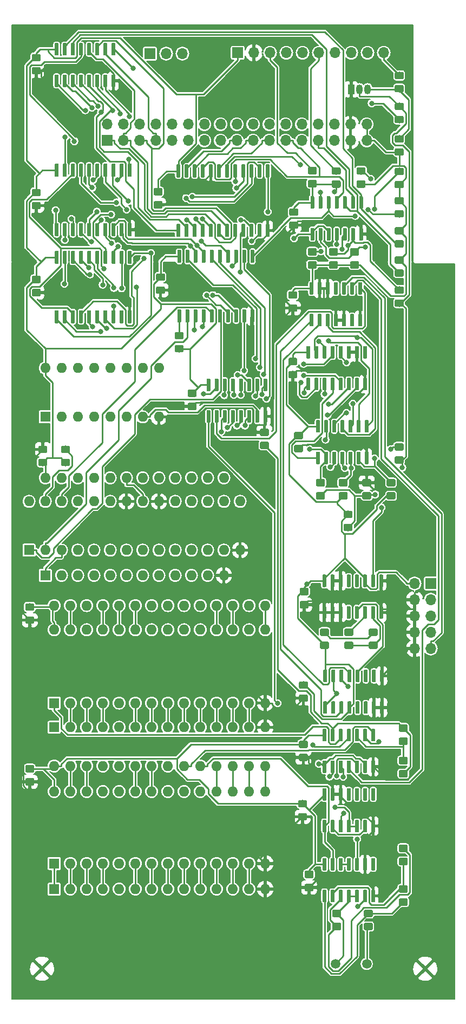
<source format=gbr>
G04 #@! TF.GenerationSoftware,KiCad,Pcbnew,(5.1.2-1)-1*
G04 #@! TF.CreationDate,2019-09-02T14:15:03+01:00*
G04 #@! TF.ProjectId,MZ80-80CLR,4d5a3830-2d38-4304-934c-522e6b696361,rev?*
G04 #@! TF.SameCoordinates,Original*
G04 #@! TF.FileFunction,Copper,L1,Top*
G04 #@! TF.FilePolarity,Positive*
%FSLAX46Y46*%
G04 Gerber Fmt 4.6, Leading zero omitted, Abs format (unit mm)*
G04 Created by KiCad (PCBNEW (5.1.2-1)-1) date 2019-09-02 14:15:03*
%MOMM*%
%LPD*%
G04 APERTURE LIST*
%ADD10C,0.100000*%
%ADD11C,0.600000*%
%ADD12O,1.600000X1.600000*%
%ADD13R,1.600000X1.600000*%
%ADD14C,1.150000*%
%ADD15R,1.050000X1.500000*%
%ADD16O,1.050000X1.500000*%
%ADD17O,1.700000X1.700000*%
%ADD18R,1.700000X1.700000*%
%ADD19C,1.500000*%
%ADD20C,0.800000*%
%ADD21C,0.250000*%
%ADD22C,0.200000*%
G04 APERTURE END LIST*
D10*
G36*
X117893703Y-65436722D02*
G01*
X117908264Y-65438882D01*
X117922543Y-65442459D01*
X117936403Y-65447418D01*
X117949710Y-65453712D01*
X117962336Y-65461280D01*
X117974159Y-65470048D01*
X117985066Y-65479934D01*
X117994952Y-65490841D01*
X118003720Y-65502664D01*
X118011288Y-65515290D01*
X118017582Y-65528597D01*
X118022541Y-65542457D01*
X118026118Y-65556736D01*
X118028278Y-65571297D01*
X118029000Y-65586000D01*
X118029000Y-67236000D01*
X118028278Y-67250703D01*
X118026118Y-67265264D01*
X118022541Y-67279543D01*
X118017582Y-67293403D01*
X118011288Y-67306710D01*
X118003720Y-67319336D01*
X117994952Y-67331159D01*
X117985066Y-67342066D01*
X117974159Y-67351952D01*
X117962336Y-67360720D01*
X117949710Y-67368288D01*
X117936403Y-67374582D01*
X117922543Y-67379541D01*
X117908264Y-67383118D01*
X117893703Y-67385278D01*
X117879000Y-67386000D01*
X117579000Y-67386000D01*
X117564297Y-67385278D01*
X117549736Y-67383118D01*
X117535457Y-67379541D01*
X117521597Y-67374582D01*
X117508290Y-67368288D01*
X117495664Y-67360720D01*
X117483841Y-67351952D01*
X117472934Y-67342066D01*
X117463048Y-67331159D01*
X117454280Y-67319336D01*
X117446712Y-67306710D01*
X117440418Y-67293403D01*
X117435459Y-67279543D01*
X117431882Y-67265264D01*
X117429722Y-67250703D01*
X117429000Y-67236000D01*
X117429000Y-65586000D01*
X117429722Y-65571297D01*
X117431882Y-65556736D01*
X117435459Y-65542457D01*
X117440418Y-65528597D01*
X117446712Y-65515290D01*
X117454280Y-65502664D01*
X117463048Y-65490841D01*
X117472934Y-65479934D01*
X117483841Y-65470048D01*
X117495664Y-65461280D01*
X117508290Y-65453712D01*
X117521597Y-65447418D01*
X117535457Y-65442459D01*
X117549736Y-65438882D01*
X117564297Y-65436722D01*
X117579000Y-65436000D01*
X117879000Y-65436000D01*
X117893703Y-65436722D01*
X117893703Y-65436722D01*
G37*
D11*
X117729000Y-66411000D03*
D10*
G36*
X119163703Y-65436722D02*
G01*
X119178264Y-65438882D01*
X119192543Y-65442459D01*
X119206403Y-65447418D01*
X119219710Y-65453712D01*
X119232336Y-65461280D01*
X119244159Y-65470048D01*
X119255066Y-65479934D01*
X119264952Y-65490841D01*
X119273720Y-65502664D01*
X119281288Y-65515290D01*
X119287582Y-65528597D01*
X119292541Y-65542457D01*
X119296118Y-65556736D01*
X119298278Y-65571297D01*
X119299000Y-65586000D01*
X119299000Y-67236000D01*
X119298278Y-67250703D01*
X119296118Y-67265264D01*
X119292541Y-67279543D01*
X119287582Y-67293403D01*
X119281288Y-67306710D01*
X119273720Y-67319336D01*
X119264952Y-67331159D01*
X119255066Y-67342066D01*
X119244159Y-67351952D01*
X119232336Y-67360720D01*
X119219710Y-67368288D01*
X119206403Y-67374582D01*
X119192543Y-67379541D01*
X119178264Y-67383118D01*
X119163703Y-67385278D01*
X119149000Y-67386000D01*
X118849000Y-67386000D01*
X118834297Y-67385278D01*
X118819736Y-67383118D01*
X118805457Y-67379541D01*
X118791597Y-67374582D01*
X118778290Y-67368288D01*
X118765664Y-67360720D01*
X118753841Y-67351952D01*
X118742934Y-67342066D01*
X118733048Y-67331159D01*
X118724280Y-67319336D01*
X118716712Y-67306710D01*
X118710418Y-67293403D01*
X118705459Y-67279543D01*
X118701882Y-67265264D01*
X118699722Y-67250703D01*
X118699000Y-67236000D01*
X118699000Y-65586000D01*
X118699722Y-65571297D01*
X118701882Y-65556736D01*
X118705459Y-65542457D01*
X118710418Y-65528597D01*
X118716712Y-65515290D01*
X118724280Y-65502664D01*
X118733048Y-65490841D01*
X118742934Y-65479934D01*
X118753841Y-65470048D01*
X118765664Y-65461280D01*
X118778290Y-65453712D01*
X118791597Y-65447418D01*
X118805457Y-65442459D01*
X118819736Y-65438882D01*
X118834297Y-65436722D01*
X118849000Y-65436000D01*
X119149000Y-65436000D01*
X119163703Y-65436722D01*
X119163703Y-65436722D01*
G37*
D11*
X118999000Y-66411000D03*
D10*
G36*
X120433703Y-65436722D02*
G01*
X120448264Y-65438882D01*
X120462543Y-65442459D01*
X120476403Y-65447418D01*
X120489710Y-65453712D01*
X120502336Y-65461280D01*
X120514159Y-65470048D01*
X120525066Y-65479934D01*
X120534952Y-65490841D01*
X120543720Y-65502664D01*
X120551288Y-65515290D01*
X120557582Y-65528597D01*
X120562541Y-65542457D01*
X120566118Y-65556736D01*
X120568278Y-65571297D01*
X120569000Y-65586000D01*
X120569000Y-67236000D01*
X120568278Y-67250703D01*
X120566118Y-67265264D01*
X120562541Y-67279543D01*
X120557582Y-67293403D01*
X120551288Y-67306710D01*
X120543720Y-67319336D01*
X120534952Y-67331159D01*
X120525066Y-67342066D01*
X120514159Y-67351952D01*
X120502336Y-67360720D01*
X120489710Y-67368288D01*
X120476403Y-67374582D01*
X120462543Y-67379541D01*
X120448264Y-67383118D01*
X120433703Y-67385278D01*
X120419000Y-67386000D01*
X120119000Y-67386000D01*
X120104297Y-67385278D01*
X120089736Y-67383118D01*
X120075457Y-67379541D01*
X120061597Y-67374582D01*
X120048290Y-67368288D01*
X120035664Y-67360720D01*
X120023841Y-67351952D01*
X120012934Y-67342066D01*
X120003048Y-67331159D01*
X119994280Y-67319336D01*
X119986712Y-67306710D01*
X119980418Y-67293403D01*
X119975459Y-67279543D01*
X119971882Y-67265264D01*
X119969722Y-67250703D01*
X119969000Y-67236000D01*
X119969000Y-65586000D01*
X119969722Y-65571297D01*
X119971882Y-65556736D01*
X119975459Y-65542457D01*
X119980418Y-65528597D01*
X119986712Y-65515290D01*
X119994280Y-65502664D01*
X120003048Y-65490841D01*
X120012934Y-65479934D01*
X120023841Y-65470048D01*
X120035664Y-65461280D01*
X120048290Y-65453712D01*
X120061597Y-65447418D01*
X120075457Y-65442459D01*
X120089736Y-65438882D01*
X120104297Y-65436722D01*
X120119000Y-65436000D01*
X120419000Y-65436000D01*
X120433703Y-65436722D01*
X120433703Y-65436722D01*
G37*
D11*
X120269000Y-66411000D03*
D10*
G36*
X121703703Y-65436722D02*
G01*
X121718264Y-65438882D01*
X121732543Y-65442459D01*
X121746403Y-65447418D01*
X121759710Y-65453712D01*
X121772336Y-65461280D01*
X121784159Y-65470048D01*
X121795066Y-65479934D01*
X121804952Y-65490841D01*
X121813720Y-65502664D01*
X121821288Y-65515290D01*
X121827582Y-65528597D01*
X121832541Y-65542457D01*
X121836118Y-65556736D01*
X121838278Y-65571297D01*
X121839000Y-65586000D01*
X121839000Y-67236000D01*
X121838278Y-67250703D01*
X121836118Y-67265264D01*
X121832541Y-67279543D01*
X121827582Y-67293403D01*
X121821288Y-67306710D01*
X121813720Y-67319336D01*
X121804952Y-67331159D01*
X121795066Y-67342066D01*
X121784159Y-67351952D01*
X121772336Y-67360720D01*
X121759710Y-67368288D01*
X121746403Y-67374582D01*
X121732543Y-67379541D01*
X121718264Y-67383118D01*
X121703703Y-67385278D01*
X121689000Y-67386000D01*
X121389000Y-67386000D01*
X121374297Y-67385278D01*
X121359736Y-67383118D01*
X121345457Y-67379541D01*
X121331597Y-67374582D01*
X121318290Y-67368288D01*
X121305664Y-67360720D01*
X121293841Y-67351952D01*
X121282934Y-67342066D01*
X121273048Y-67331159D01*
X121264280Y-67319336D01*
X121256712Y-67306710D01*
X121250418Y-67293403D01*
X121245459Y-67279543D01*
X121241882Y-67265264D01*
X121239722Y-67250703D01*
X121239000Y-67236000D01*
X121239000Y-65586000D01*
X121239722Y-65571297D01*
X121241882Y-65556736D01*
X121245459Y-65542457D01*
X121250418Y-65528597D01*
X121256712Y-65515290D01*
X121264280Y-65502664D01*
X121273048Y-65490841D01*
X121282934Y-65479934D01*
X121293841Y-65470048D01*
X121305664Y-65461280D01*
X121318290Y-65453712D01*
X121331597Y-65447418D01*
X121345457Y-65442459D01*
X121359736Y-65438882D01*
X121374297Y-65436722D01*
X121389000Y-65436000D01*
X121689000Y-65436000D01*
X121703703Y-65436722D01*
X121703703Y-65436722D01*
G37*
D11*
X121539000Y-66411000D03*
D10*
G36*
X122973703Y-65436722D02*
G01*
X122988264Y-65438882D01*
X123002543Y-65442459D01*
X123016403Y-65447418D01*
X123029710Y-65453712D01*
X123042336Y-65461280D01*
X123054159Y-65470048D01*
X123065066Y-65479934D01*
X123074952Y-65490841D01*
X123083720Y-65502664D01*
X123091288Y-65515290D01*
X123097582Y-65528597D01*
X123102541Y-65542457D01*
X123106118Y-65556736D01*
X123108278Y-65571297D01*
X123109000Y-65586000D01*
X123109000Y-67236000D01*
X123108278Y-67250703D01*
X123106118Y-67265264D01*
X123102541Y-67279543D01*
X123097582Y-67293403D01*
X123091288Y-67306710D01*
X123083720Y-67319336D01*
X123074952Y-67331159D01*
X123065066Y-67342066D01*
X123054159Y-67351952D01*
X123042336Y-67360720D01*
X123029710Y-67368288D01*
X123016403Y-67374582D01*
X123002543Y-67379541D01*
X122988264Y-67383118D01*
X122973703Y-67385278D01*
X122959000Y-67386000D01*
X122659000Y-67386000D01*
X122644297Y-67385278D01*
X122629736Y-67383118D01*
X122615457Y-67379541D01*
X122601597Y-67374582D01*
X122588290Y-67368288D01*
X122575664Y-67360720D01*
X122563841Y-67351952D01*
X122552934Y-67342066D01*
X122543048Y-67331159D01*
X122534280Y-67319336D01*
X122526712Y-67306710D01*
X122520418Y-67293403D01*
X122515459Y-67279543D01*
X122511882Y-67265264D01*
X122509722Y-67250703D01*
X122509000Y-67236000D01*
X122509000Y-65586000D01*
X122509722Y-65571297D01*
X122511882Y-65556736D01*
X122515459Y-65542457D01*
X122520418Y-65528597D01*
X122526712Y-65515290D01*
X122534280Y-65502664D01*
X122543048Y-65490841D01*
X122552934Y-65479934D01*
X122563841Y-65470048D01*
X122575664Y-65461280D01*
X122588290Y-65453712D01*
X122601597Y-65447418D01*
X122615457Y-65442459D01*
X122629736Y-65438882D01*
X122644297Y-65436722D01*
X122659000Y-65436000D01*
X122959000Y-65436000D01*
X122973703Y-65436722D01*
X122973703Y-65436722D01*
G37*
D11*
X122809000Y-66411000D03*
D10*
G36*
X124243703Y-65436722D02*
G01*
X124258264Y-65438882D01*
X124272543Y-65442459D01*
X124286403Y-65447418D01*
X124299710Y-65453712D01*
X124312336Y-65461280D01*
X124324159Y-65470048D01*
X124335066Y-65479934D01*
X124344952Y-65490841D01*
X124353720Y-65502664D01*
X124361288Y-65515290D01*
X124367582Y-65528597D01*
X124372541Y-65542457D01*
X124376118Y-65556736D01*
X124378278Y-65571297D01*
X124379000Y-65586000D01*
X124379000Y-67236000D01*
X124378278Y-67250703D01*
X124376118Y-67265264D01*
X124372541Y-67279543D01*
X124367582Y-67293403D01*
X124361288Y-67306710D01*
X124353720Y-67319336D01*
X124344952Y-67331159D01*
X124335066Y-67342066D01*
X124324159Y-67351952D01*
X124312336Y-67360720D01*
X124299710Y-67368288D01*
X124286403Y-67374582D01*
X124272543Y-67379541D01*
X124258264Y-67383118D01*
X124243703Y-67385278D01*
X124229000Y-67386000D01*
X123929000Y-67386000D01*
X123914297Y-67385278D01*
X123899736Y-67383118D01*
X123885457Y-67379541D01*
X123871597Y-67374582D01*
X123858290Y-67368288D01*
X123845664Y-67360720D01*
X123833841Y-67351952D01*
X123822934Y-67342066D01*
X123813048Y-67331159D01*
X123804280Y-67319336D01*
X123796712Y-67306710D01*
X123790418Y-67293403D01*
X123785459Y-67279543D01*
X123781882Y-67265264D01*
X123779722Y-67250703D01*
X123779000Y-67236000D01*
X123779000Y-65586000D01*
X123779722Y-65571297D01*
X123781882Y-65556736D01*
X123785459Y-65542457D01*
X123790418Y-65528597D01*
X123796712Y-65515290D01*
X123804280Y-65502664D01*
X123813048Y-65490841D01*
X123822934Y-65479934D01*
X123833841Y-65470048D01*
X123845664Y-65461280D01*
X123858290Y-65453712D01*
X123871597Y-65447418D01*
X123885457Y-65442459D01*
X123899736Y-65438882D01*
X123914297Y-65436722D01*
X123929000Y-65436000D01*
X124229000Y-65436000D01*
X124243703Y-65436722D01*
X124243703Y-65436722D01*
G37*
D11*
X124079000Y-66411000D03*
D10*
G36*
X125513703Y-65436722D02*
G01*
X125528264Y-65438882D01*
X125542543Y-65442459D01*
X125556403Y-65447418D01*
X125569710Y-65453712D01*
X125582336Y-65461280D01*
X125594159Y-65470048D01*
X125605066Y-65479934D01*
X125614952Y-65490841D01*
X125623720Y-65502664D01*
X125631288Y-65515290D01*
X125637582Y-65528597D01*
X125642541Y-65542457D01*
X125646118Y-65556736D01*
X125648278Y-65571297D01*
X125649000Y-65586000D01*
X125649000Y-67236000D01*
X125648278Y-67250703D01*
X125646118Y-67265264D01*
X125642541Y-67279543D01*
X125637582Y-67293403D01*
X125631288Y-67306710D01*
X125623720Y-67319336D01*
X125614952Y-67331159D01*
X125605066Y-67342066D01*
X125594159Y-67351952D01*
X125582336Y-67360720D01*
X125569710Y-67368288D01*
X125556403Y-67374582D01*
X125542543Y-67379541D01*
X125528264Y-67383118D01*
X125513703Y-67385278D01*
X125499000Y-67386000D01*
X125199000Y-67386000D01*
X125184297Y-67385278D01*
X125169736Y-67383118D01*
X125155457Y-67379541D01*
X125141597Y-67374582D01*
X125128290Y-67368288D01*
X125115664Y-67360720D01*
X125103841Y-67351952D01*
X125092934Y-67342066D01*
X125083048Y-67331159D01*
X125074280Y-67319336D01*
X125066712Y-67306710D01*
X125060418Y-67293403D01*
X125055459Y-67279543D01*
X125051882Y-67265264D01*
X125049722Y-67250703D01*
X125049000Y-67236000D01*
X125049000Y-65586000D01*
X125049722Y-65571297D01*
X125051882Y-65556736D01*
X125055459Y-65542457D01*
X125060418Y-65528597D01*
X125066712Y-65515290D01*
X125074280Y-65502664D01*
X125083048Y-65490841D01*
X125092934Y-65479934D01*
X125103841Y-65470048D01*
X125115664Y-65461280D01*
X125128290Y-65453712D01*
X125141597Y-65447418D01*
X125155457Y-65442459D01*
X125169736Y-65438882D01*
X125184297Y-65436722D01*
X125199000Y-65436000D01*
X125499000Y-65436000D01*
X125513703Y-65436722D01*
X125513703Y-65436722D01*
G37*
D11*
X125349000Y-66411000D03*
D10*
G36*
X125513703Y-70386722D02*
G01*
X125528264Y-70388882D01*
X125542543Y-70392459D01*
X125556403Y-70397418D01*
X125569710Y-70403712D01*
X125582336Y-70411280D01*
X125594159Y-70420048D01*
X125605066Y-70429934D01*
X125614952Y-70440841D01*
X125623720Y-70452664D01*
X125631288Y-70465290D01*
X125637582Y-70478597D01*
X125642541Y-70492457D01*
X125646118Y-70506736D01*
X125648278Y-70521297D01*
X125649000Y-70536000D01*
X125649000Y-72186000D01*
X125648278Y-72200703D01*
X125646118Y-72215264D01*
X125642541Y-72229543D01*
X125637582Y-72243403D01*
X125631288Y-72256710D01*
X125623720Y-72269336D01*
X125614952Y-72281159D01*
X125605066Y-72292066D01*
X125594159Y-72301952D01*
X125582336Y-72310720D01*
X125569710Y-72318288D01*
X125556403Y-72324582D01*
X125542543Y-72329541D01*
X125528264Y-72333118D01*
X125513703Y-72335278D01*
X125499000Y-72336000D01*
X125199000Y-72336000D01*
X125184297Y-72335278D01*
X125169736Y-72333118D01*
X125155457Y-72329541D01*
X125141597Y-72324582D01*
X125128290Y-72318288D01*
X125115664Y-72310720D01*
X125103841Y-72301952D01*
X125092934Y-72292066D01*
X125083048Y-72281159D01*
X125074280Y-72269336D01*
X125066712Y-72256710D01*
X125060418Y-72243403D01*
X125055459Y-72229543D01*
X125051882Y-72215264D01*
X125049722Y-72200703D01*
X125049000Y-72186000D01*
X125049000Y-70536000D01*
X125049722Y-70521297D01*
X125051882Y-70506736D01*
X125055459Y-70492457D01*
X125060418Y-70478597D01*
X125066712Y-70465290D01*
X125074280Y-70452664D01*
X125083048Y-70440841D01*
X125092934Y-70429934D01*
X125103841Y-70420048D01*
X125115664Y-70411280D01*
X125128290Y-70403712D01*
X125141597Y-70397418D01*
X125155457Y-70392459D01*
X125169736Y-70388882D01*
X125184297Y-70386722D01*
X125199000Y-70386000D01*
X125499000Y-70386000D01*
X125513703Y-70386722D01*
X125513703Y-70386722D01*
G37*
D11*
X125349000Y-71361000D03*
D10*
G36*
X124243703Y-70386722D02*
G01*
X124258264Y-70388882D01*
X124272543Y-70392459D01*
X124286403Y-70397418D01*
X124299710Y-70403712D01*
X124312336Y-70411280D01*
X124324159Y-70420048D01*
X124335066Y-70429934D01*
X124344952Y-70440841D01*
X124353720Y-70452664D01*
X124361288Y-70465290D01*
X124367582Y-70478597D01*
X124372541Y-70492457D01*
X124376118Y-70506736D01*
X124378278Y-70521297D01*
X124379000Y-70536000D01*
X124379000Y-72186000D01*
X124378278Y-72200703D01*
X124376118Y-72215264D01*
X124372541Y-72229543D01*
X124367582Y-72243403D01*
X124361288Y-72256710D01*
X124353720Y-72269336D01*
X124344952Y-72281159D01*
X124335066Y-72292066D01*
X124324159Y-72301952D01*
X124312336Y-72310720D01*
X124299710Y-72318288D01*
X124286403Y-72324582D01*
X124272543Y-72329541D01*
X124258264Y-72333118D01*
X124243703Y-72335278D01*
X124229000Y-72336000D01*
X123929000Y-72336000D01*
X123914297Y-72335278D01*
X123899736Y-72333118D01*
X123885457Y-72329541D01*
X123871597Y-72324582D01*
X123858290Y-72318288D01*
X123845664Y-72310720D01*
X123833841Y-72301952D01*
X123822934Y-72292066D01*
X123813048Y-72281159D01*
X123804280Y-72269336D01*
X123796712Y-72256710D01*
X123790418Y-72243403D01*
X123785459Y-72229543D01*
X123781882Y-72215264D01*
X123779722Y-72200703D01*
X123779000Y-72186000D01*
X123779000Y-70536000D01*
X123779722Y-70521297D01*
X123781882Y-70506736D01*
X123785459Y-70492457D01*
X123790418Y-70478597D01*
X123796712Y-70465290D01*
X123804280Y-70452664D01*
X123813048Y-70440841D01*
X123822934Y-70429934D01*
X123833841Y-70420048D01*
X123845664Y-70411280D01*
X123858290Y-70403712D01*
X123871597Y-70397418D01*
X123885457Y-70392459D01*
X123899736Y-70388882D01*
X123914297Y-70386722D01*
X123929000Y-70386000D01*
X124229000Y-70386000D01*
X124243703Y-70386722D01*
X124243703Y-70386722D01*
G37*
D11*
X124079000Y-71361000D03*
D10*
G36*
X122973703Y-70386722D02*
G01*
X122988264Y-70388882D01*
X123002543Y-70392459D01*
X123016403Y-70397418D01*
X123029710Y-70403712D01*
X123042336Y-70411280D01*
X123054159Y-70420048D01*
X123065066Y-70429934D01*
X123074952Y-70440841D01*
X123083720Y-70452664D01*
X123091288Y-70465290D01*
X123097582Y-70478597D01*
X123102541Y-70492457D01*
X123106118Y-70506736D01*
X123108278Y-70521297D01*
X123109000Y-70536000D01*
X123109000Y-72186000D01*
X123108278Y-72200703D01*
X123106118Y-72215264D01*
X123102541Y-72229543D01*
X123097582Y-72243403D01*
X123091288Y-72256710D01*
X123083720Y-72269336D01*
X123074952Y-72281159D01*
X123065066Y-72292066D01*
X123054159Y-72301952D01*
X123042336Y-72310720D01*
X123029710Y-72318288D01*
X123016403Y-72324582D01*
X123002543Y-72329541D01*
X122988264Y-72333118D01*
X122973703Y-72335278D01*
X122959000Y-72336000D01*
X122659000Y-72336000D01*
X122644297Y-72335278D01*
X122629736Y-72333118D01*
X122615457Y-72329541D01*
X122601597Y-72324582D01*
X122588290Y-72318288D01*
X122575664Y-72310720D01*
X122563841Y-72301952D01*
X122552934Y-72292066D01*
X122543048Y-72281159D01*
X122534280Y-72269336D01*
X122526712Y-72256710D01*
X122520418Y-72243403D01*
X122515459Y-72229543D01*
X122511882Y-72215264D01*
X122509722Y-72200703D01*
X122509000Y-72186000D01*
X122509000Y-70536000D01*
X122509722Y-70521297D01*
X122511882Y-70506736D01*
X122515459Y-70492457D01*
X122520418Y-70478597D01*
X122526712Y-70465290D01*
X122534280Y-70452664D01*
X122543048Y-70440841D01*
X122552934Y-70429934D01*
X122563841Y-70420048D01*
X122575664Y-70411280D01*
X122588290Y-70403712D01*
X122601597Y-70397418D01*
X122615457Y-70392459D01*
X122629736Y-70388882D01*
X122644297Y-70386722D01*
X122659000Y-70386000D01*
X122959000Y-70386000D01*
X122973703Y-70386722D01*
X122973703Y-70386722D01*
G37*
D11*
X122809000Y-71361000D03*
D10*
G36*
X121703703Y-70386722D02*
G01*
X121718264Y-70388882D01*
X121732543Y-70392459D01*
X121746403Y-70397418D01*
X121759710Y-70403712D01*
X121772336Y-70411280D01*
X121784159Y-70420048D01*
X121795066Y-70429934D01*
X121804952Y-70440841D01*
X121813720Y-70452664D01*
X121821288Y-70465290D01*
X121827582Y-70478597D01*
X121832541Y-70492457D01*
X121836118Y-70506736D01*
X121838278Y-70521297D01*
X121839000Y-70536000D01*
X121839000Y-72186000D01*
X121838278Y-72200703D01*
X121836118Y-72215264D01*
X121832541Y-72229543D01*
X121827582Y-72243403D01*
X121821288Y-72256710D01*
X121813720Y-72269336D01*
X121804952Y-72281159D01*
X121795066Y-72292066D01*
X121784159Y-72301952D01*
X121772336Y-72310720D01*
X121759710Y-72318288D01*
X121746403Y-72324582D01*
X121732543Y-72329541D01*
X121718264Y-72333118D01*
X121703703Y-72335278D01*
X121689000Y-72336000D01*
X121389000Y-72336000D01*
X121374297Y-72335278D01*
X121359736Y-72333118D01*
X121345457Y-72329541D01*
X121331597Y-72324582D01*
X121318290Y-72318288D01*
X121305664Y-72310720D01*
X121293841Y-72301952D01*
X121282934Y-72292066D01*
X121273048Y-72281159D01*
X121264280Y-72269336D01*
X121256712Y-72256710D01*
X121250418Y-72243403D01*
X121245459Y-72229543D01*
X121241882Y-72215264D01*
X121239722Y-72200703D01*
X121239000Y-72186000D01*
X121239000Y-70536000D01*
X121239722Y-70521297D01*
X121241882Y-70506736D01*
X121245459Y-70492457D01*
X121250418Y-70478597D01*
X121256712Y-70465290D01*
X121264280Y-70452664D01*
X121273048Y-70440841D01*
X121282934Y-70429934D01*
X121293841Y-70420048D01*
X121305664Y-70411280D01*
X121318290Y-70403712D01*
X121331597Y-70397418D01*
X121345457Y-70392459D01*
X121359736Y-70388882D01*
X121374297Y-70386722D01*
X121389000Y-70386000D01*
X121689000Y-70386000D01*
X121703703Y-70386722D01*
X121703703Y-70386722D01*
G37*
D11*
X121539000Y-71361000D03*
D10*
G36*
X120433703Y-70386722D02*
G01*
X120448264Y-70388882D01*
X120462543Y-70392459D01*
X120476403Y-70397418D01*
X120489710Y-70403712D01*
X120502336Y-70411280D01*
X120514159Y-70420048D01*
X120525066Y-70429934D01*
X120534952Y-70440841D01*
X120543720Y-70452664D01*
X120551288Y-70465290D01*
X120557582Y-70478597D01*
X120562541Y-70492457D01*
X120566118Y-70506736D01*
X120568278Y-70521297D01*
X120569000Y-70536000D01*
X120569000Y-72186000D01*
X120568278Y-72200703D01*
X120566118Y-72215264D01*
X120562541Y-72229543D01*
X120557582Y-72243403D01*
X120551288Y-72256710D01*
X120543720Y-72269336D01*
X120534952Y-72281159D01*
X120525066Y-72292066D01*
X120514159Y-72301952D01*
X120502336Y-72310720D01*
X120489710Y-72318288D01*
X120476403Y-72324582D01*
X120462543Y-72329541D01*
X120448264Y-72333118D01*
X120433703Y-72335278D01*
X120419000Y-72336000D01*
X120119000Y-72336000D01*
X120104297Y-72335278D01*
X120089736Y-72333118D01*
X120075457Y-72329541D01*
X120061597Y-72324582D01*
X120048290Y-72318288D01*
X120035664Y-72310720D01*
X120023841Y-72301952D01*
X120012934Y-72292066D01*
X120003048Y-72281159D01*
X119994280Y-72269336D01*
X119986712Y-72256710D01*
X119980418Y-72243403D01*
X119975459Y-72229543D01*
X119971882Y-72215264D01*
X119969722Y-72200703D01*
X119969000Y-72186000D01*
X119969000Y-70536000D01*
X119969722Y-70521297D01*
X119971882Y-70506736D01*
X119975459Y-70492457D01*
X119980418Y-70478597D01*
X119986712Y-70465290D01*
X119994280Y-70452664D01*
X120003048Y-70440841D01*
X120012934Y-70429934D01*
X120023841Y-70420048D01*
X120035664Y-70411280D01*
X120048290Y-70403712D01*
X120061597Y-70397418D01*
X120075457Y-70392459D01*
X120089736Y-70388882D01*
X120104297Y-70386722D01*
X120119000Y-70386000D01*
X120419000Y-70386000D01*
X120433703Y-70386722D01*
X120433703Y-70386722D01*
G37*
D11*
X120269000Y-71361000D03*
D10*
G36*
X119163703Y-70386722D02*
G01*
X119178264Y-70388882D01*
X119192543Y-70392459D01*
X119206403Y-70397418D01*
X119219710Y-70403712D01*
X119232336Y-70411280D01*
X119244159Y-70420048D01*
X119255066Y-70429934D01*
X119264952Y-70440841D01*
X119273720Y-70452664D01*
X119281288Y-70465290D01*
X119287582Y-70478597D01*
X119292541Y-70492457D01*
X119296118Y-70506736D01*
X119298278Y-70521297D01*
X119299000Y-70536000D01*
X119299000Y-72186000D01*
X119298278Y-72200703D01*
X119296118Y-72215264D01*
X119292541Y-72229543D01*
X119287582Y-72243403D01*
X119281288Y-72256710D01*
X119273720Y-72269336D01*
X119264952Y-72281159D01*
X119255066Y-72292066D01*
X119244159Y-72301952D01*
X119232336Y-72310720D01*
X119219710Y-72318288D01*
X119206403Y-72324582D01*
X119192543Y-72329541D01*
X119178264Y-72333118D01*
X119163703Y-72335278D01*
X119149000Y-72336000D01*
X118849000Y-72336000D01*
X118834297Y-72335278D01*
X118819736Y-72333118D01*
X118805457Y-72329541D01*
X118791597Y-72324582D01*
X118778290Y-72318288D01*
X118765664Y-72310720D01*
X118753841Y-72301952D01*
X118742934Y-72292066D01*
X118733048Y-72281159D01*
X118724280Y-72269336D01*
X118716712Y-72256710D01*
X118710418Y-72243403D01*
X118705459Y-72229543D01*
X118701882Y-72215264D01*
X118699722Y-72200703D01*
X118699000Y-72186000D01*
X118699000Y-70536000D01*
X118699722Y-70521297D01*
X118701882Y-70506736D01*
X118705459Y-70492457D01*
X118710418Y-70478597D01*
X118716712Y-70465290D01*
X118724280Y-70452664D01*
X118733048Y-70440841D01*
X118742934Y-70429934D01*
X118753841Y-70420048D01*
X118765664Y-70411280D01*
X118778290Y-70403712D01*
X118791597Y-70397418D01*
X118805457Y-70392459D01*
X118819736Y-70388882D01*
X118834297Y-70386722D01*
X118849000Y-70386000D01*
X119149000Y-70386000D01*
X119163703Y-70386722D01*
X119163703Y-70386722D01*
G37*
D11*
X118999000Y-71361000D03*
D10*
G36*
X117893703Y-70386722D02*
G01*
X117908264Y-70388882D01*
X117922543Y-70392459D01*
X117936403Y-70397418D01*
X117949710Y-70403712D01*
X117962336Y-70411280D01*
X117974159Y-70420048D01*
X117985066Y-70429934D01*
X117994952Y-70440841D01*
X118003720Y-70452664D01*
X118011288Y-70465290D01*
X118017582Y-70478597D01*
X118022541Y-70492457D01*
X118026118Y-70506736D01*
X118028278Y-70521297D01*
X118029000Y-70536000D01*
X118029000Y-72186000D01*
X118028278Y-72200703D01*
X118026118Y-72215264D01*
X118022541Y-72229543D01*
X118017582Y-72243403D01*
X118011288Y-72256710D01*
X118003720Y-72269336D01*
X117994952Y-72281159D01*
X117985066Y-72292066D01*
X117974159Y-72301952D01*
X117962336Y-72310720D01*
X117949710Y-72318288D01*
X117936403Y-72324582D01*
X117922543Y-72329541D01*
X117908264Y-72333118D01*
X117893703Y-72335278D01*
X117879000Y-72336000D01*
X117579000Y-72336000D01*
X117564297Y-72335278D01*
X117549736Y-72333118D01*
X117535457Y-72329541D01*
X117521597Y-72324582D01*
X117508290Y-72318288D01*
X117495664Y-72310720D01*
X117483841Y-72301952D01*
X117472934Y-72292066D01*
X117463048Y-72281159D01*
X117454280Y-72269336D01*
X117446712Y-72256710D01*
X117440418Y-72243403D01*
X117435459Y-72229543D01*
X117431882Y-72215264D01*
X117429722Y-72200703D01*
X117429000Y-72186000D01*
X117429000Y-70536000D01*
X117429722Y-70521297D01*
X117431882Y-70506736D01*
X117435459Y-70492457D01*
X117440418Y-70478597D01*
X117446712Y-70465290D01*
X117454280Y-70452664D01*
X117463048Y-70440841D01*
X117472934Y-70429934D01*
X117483841Y-70420048D01*
X117495664Y-70411280D01*
X117508290Y-70403712D01*
X117521597Y-70397418D01*
X117535457Y-70392459D01*
X117549736Y-70388882D01*
X117564297Y-70386722D01*
X117579000Y-70386000D01*
X117879000Y-70386000D01*
X117893703Y-70386722D01*
X117893703Y-70386722D01*
G37*
D11*
X117729000Y-71361000D03*
D12*
X77470000Y-145034000D03*
X110490000Y-160274000D03*
X80010000Y-145034000D03*
X107950000Y-160274000D03*
X82550000Y-145034000D03*
X105410000Y-160274000D03*
X85090000Y-145034000D03*
X102870000Y-160274000D03*
X87630000Y-145034000D03*
X100330000Y-160274000D03*
X90170000Y-145034000D03*
X97790000Y-160274000D03*
X92710000Y-145034000D03*
X95250000Y-160274000D03*
X95250000Y-145034000D03*
X92710000Y-160274000D03*
X97790000Y-145034000D03*
X90170000Y-160274000D03*
X100330000Y-145034000D03*
X87630000Y-160274000D03*
X102870000Y-145034000D03*
X85090000Y-160274000D03*
X105410000Y-145034000D03*
X82550000Y-160274000D03*
X107950000Y-145034000D03*
X80010000Y-160274000D03*
X110490000Y-145034000D03*
D13*
X77470000Y-160274000D03*
D12*
X76073000Y-78867000D03*
X93853000Y-86487000D03*
X78613000Y-78867000D03*
X91313000Y-86487000D03*
X81153000Y-78867000D03*
X88773000Y-86487000D03*
X83693000Y-78867000D03*
X86233000Y-86487000D03*
X86233000Y-78867000D03*
X83693000Y-86487000D03*
X88773000Y-78867000D03*
X81153000Y-86487000D03*
X91313000Y-78867000D03*
X78613000Y-86487000D03*
X93853000Y-78867000D03*
D13*
X76073000Y-86487000D03*
D12*
X77470000Y-119761000D03*
X110490000Y-135001000D03*
X80010000Y-119761000D03*
X107950000Y-135001000D03*
X82550000Y-119761000D03*
X105410000Y-135001000D03*
X85090000Y-119761000D03*
X102870000Y-135001000D03*
X87630000Y-119761000D03*
X100330000Y-135001000D03*
X90170000Y-119761000D03*
X97790000Y-135001000D03*
X92710000Y-119761000D03*
X95250000Y-135001000D03*
X95250000Y-119761000D03*
X92710000Y-135001000D03*
X97790000Y-119761000D03*
X90170000Y-135001000D03*
X100330000Y-119761000D03*
X87630000Y-135001000D03*
X102870000Y-119761000D03*
X85090000Y-135001000D03*
X105410000Y-119761000D03*
X82550000Y-135001000D03*
X107950000Y-119761000D03*
X80010000Y-135001000D03*
X110490000Y-119761000D03*
D13*
X77470000Y-135001000D03*
D12*
X76073000Y-96012000D03*
X104013000Y-111252000D03*
X78613000Y-96012000D03*
X101473000Y-111252000D03*
X81153000Y-96012000D03*
X98933000Y-111252000D03*
X83693000Y-96012000D03*
X96393000Y-111252000D03*
X86233000Y-96012000D03*
X93853000Y-111252000D03*
X88773000Y-96012000D03*
X91313000Y-111252000D03*
X91313000Y-96012000D03*
X88773000Y-111252000D03*
X93853000Y-96012000D03*
X86233000Y-111252000D03*
X96393000Y-96012000D03*
X83693000Y-111252000D03*
X98933000Y-96012000D03*
X81153000Y-111252000D03*
X101473000Y-96012000D03*
X78613000Y-111252000D03*
X104013000Y-96012000D03*
D13*
X76073000Y-111252000D03*
D10*
G36*
X119925703Y-155427722D02*
G01*
X119940264Y-155429882D01*
X119954543Y-155433459D01*
X119968403Y-155438418D01*
X119981710Y-155444712D01*
X119994336Y-155452280D01*
X120006159Y-155461048D01*
X120017066Y-155470934D01*
X120026952Y-155481841D01*
X120035720Y-155493664D01*
X120043288Y-155506290D01*
X120049582Y-155519597D01*
X120054541Y-155533457D01*
X120058118Y-155547736D01*
X120060278Y-155562297D01*
X120061000Y-155577000D01*
X120061000Y-157227000D01*
X120060278Y-157241703D01*
X120058118Y-157256264D01*
X120054541Y-157270543D01*
X120049582Y-157284403D01*
X120043288Y-157297710D01*
X120035720Y-157310336D01*
X120026952Y-157322159D01*
X120017066Y-157333066D01*
X120006159Y-157342952D01*
X119994336Y-157351720D01*
X119981710Y-157359288D01*
X119968403Y-157365582D01*
X119954543Y-157370541D01*
X119940264Y-157374118D01*
X119925703Y-157376278D01*
X119911000Y-157377000D01*
X119611000Y-157377000D01*
X119596297Y-157376278D01*
X119581736Y-157374118D01*
X119567457Y-157370541D01*
X119553597Y-157365582D01*
X119540290Y-157359288D01*
X119527664Y-157351720D01*
X119515841Y-157342952D01*
X119504934Y-157333066D01*
X119495048Y-157322159D01*
X119486280Y-157310336D01*
X119478712Y-157297710D01*
X119472418Y-157284403D01*
X119467459Y-157270543D01*
X119463882Y-157256264D01*
X119461722Y-157241703D01*
X119461000Y-157227000D01*
X119461000Y-155577000D01*
X119461722Y-155562297D01*
X119463882Y-155547736D01*
X119467459Y-155533457D01*
X119472418Y-155519597D01*
X119478712Y-155506290D01*
X119486280Y-155493664D01*
X119495048Y-155481841D01*
X119504934Y-155470934D01*
X119515841Y-155461048D01*
X119527664Y-155452280D01*
X119540290Y-155444712D01*
X119553597Y-155438418D01*
X119567457Y-155433459D01*
X119581736Y-155429882D01*
X119596297Y-155427722D01*
X119611000Y-155427000D01*
X119911000Y-155427000D01*
X119925703Y-155427722D01*
X119925703Y-155427722D01*
G37*
D11*
X119761000Y-156402000D03*
D10*
G36*
X121195703Y-155427722D02*
G01*
X121210264Y-155429882D01*
X121224543Y-155433459D01*
X121238403Y-155438418D01*
X121251710Y-155444712D01*
X121264336Y-155452280D01*
X121276159Y-155461048D01*
X121287066Y-155470934D01*
X121296952Y-155481841D01*
X121305720Y-155493664D01*
X121313288Y-155506290D01*
X121319582Y-155519597D01*
X121324541Y-155533457D01*
X121328118Y-155547736D01*
X121330278Y-155562297D01*
X121331000Y-155577000D01*
X121331000Y-157227000D01*
X121330278Y-157241703D01*
X121328118Y-157256264D01*
X121324541Y-157270543D01*
X121319582Y-157284403D01*
X121313288Y-157297710D01*
X121305720Y-157310336D01*
X121296952Y-157322159D01*
X121287066Y-157333066D01*
X121276159Y-157342952D01*
X121264336Y-157351720D01*
X121251710Y-157359288D01*
X121238403Y-157365582D01*
X121224543Y-157370541D01*
X121210264Y-157374118D01*
X121195703Y-157376278D01*
X121181000Y-157377000D01*
X120881000Y-157377000D01*
X120866297Y-157376278D01*
X120851736Y-157374118D01*
X120837457Y-157370541D01*
X120823597Y-157365582D01*
X120810290Y-157359288D01*
X120797664Y-157351720D01*
X120785841Y-157342952D01*
X120774934Y-157333066D01*
X120765048Y-157322159D01*
X120756280Y-157310336D01*
X120748712Y-157297710D01*
X120742418Y-157284403D01*
X120737459Y-157270543D01*
X120733882Y-157256264D01*
X120731722Y-157241703D01*
X120731000Y-157227000D01*
X120731000Y-155577000D01*
X120731722Y-155562297D01*
X120733882Y-155547736D01*
X120737459Y-155533457D01*
X120742418Y-155519597D01*
X120748712Y-155506290D01*
X120756280Y-155493664D01*
X120765048Y-155481841D01*
X120774934Y-155470934D01*
X120785841Y-155461048D01*
X120797664Y-155452280D01*
X120810290Y-155444712D01*
X120823597Y-155438418D01*
X120837457Y-155433459D01*
X120851736Y-155429882D01*
X120866297Y-155427722D01*
X120881000Y-155427000D01*
X121181000Y-155427000D01*
X121195703Y-155427722D01*
X121195703Y-155427722D01*
G37*
D11*
X121031000Y-156402000D03*
D10*
G36*
X122465703Y-155427722D02*
G01*
X122480264Y-155429882D01*
X122494543Y-155433459D01*
X122508403Y-155438418D01*
X122521710Y-155444712D01*
X122534336Y-155452280D01*
X122546159Y-155461048D01*
X122557066Y-155470934D01*
X122566952Y-155481841D01*
X122575720Y-155493664D01*
X122583288Y-155506290D01*
X122589582Y-155519597D01*
X122594541Y-155533457D01*
X122598118Y-155547736D01*
X122600278Y-155562297D01*
X122601000Y-155577000D01*
X122601000Y-157227000D01*
X122600278Y-157241703D01*
X122598118Y-157256264D01*
X122594541Y-157270543D01*
X122589582Y-157284403D01*
X122583288Y-157297710D01*
X122575720Y-157310336D01*
X122566952Y-157322159D01*
X122557066Y-157333066D01*
X122546159Y-157342952D01*
X122534336Y-157351720D01*
X122521710Y-157359288D01*
X122508403Y-157365582D01*
X122494543Y-157370541D01*
X122480264Y-157374118D01*
X122465703Y-157376278D01*
X122451000Y-157377000D01*
X122151000Y-157377000D01*
X122136297Y-157376278D01*
X122121736Y-157374118D01*
X122107457Y-157370541D01*
X122093597Y-157365582D01*
X122080290Y-157359288D01*
X122067664Y-157351720D01*
X122055841Y-157342952D01*
X122044934Y-157333066D01*
X122035048Y-157322159D01*
X122026280Y-157310336D01*
X122018712Y-157297710D01*
X122012418Y-157284403D01*
X122007459Y-157270543D01*
X122003882Y-157256264D01*
X122001722Y-157241703D01*
X122001000Y-157227000D01*
X122001000Y-155577000D01*
X122001722Y-155562297D01*
X122003882Y-155547736D01*
X122007459Y-155533457D01*
X122012418Y-155519597D01*
X122018712Y-155506290D01*
X122026280Y-155493664D01*
X122035048Y-155481841D01*
X122044934Y-155470934D01*
X122055841Y-155461048D01*
X122067664Y-155452280D01*
X122080290Y-155444712D01*
X122093597Y-155438418D01*
X122107457Y-155433459D01*
X122121736Y-155429882D01*
X122136297Y-155427722D01*
X122151000Y-155427000D01*
X122451000Y-155427000D01*
X122465703Y-155427722D01*
X122465703Y-155427722D01*
G37*
D11*
X122301000Y-156402000D03*
D10*
G36*
X123735703Y-155427722D02*
G01*
X123750264Y-155429882D01*
X123764543Y-155433459D01*
X123778403Y-155438418D01*
X123791710Y-155444712D01*
X123804336Y-155452280D01*
X123816159Y-155461048D01*
X123827066Y-155470934D01*
X123836952Y-155481841D01*
X123845720Y-155493664D01*
X123853288Y-155506290D01*
X123859582Y-155519597D01*
X123864541Y-155533457D01*
X123868118Y-155547736D01*
X123870278Y-155562297D01*
X123871000Y-155577000D01*
X123871000Y-157227000D01*
X123870278Y-157241703D01*
X123868118Y-157256264D01*
X123864541Y-157270543D01*
X123859582Y-157284403D01*
X123853288Y-157297710D01*
X123845720Y-157310336D01*
X123836952Y-157322159D01*
X123827066Y-157333066D01*
X123816159Y-157342952D01*
X123804336Y-157351720D01*
X123791710Y-157359288D01*
X123778403Y-157365582D01*
X123764543Y-157370541D01*
X123750264Y-157374118D01*
X123735703Y-157376278D01*
X123721000Y-157377000D01*
X123421000Y-157377000D01*
X123406297Y-157376278D01*
X123391736Y-157374118D01*
X123377457Y-157370541D01*
X123363597Y-157365582D01*
X123350290Y-157359288D01*
X123337664Y-157351720D01*
X123325841Y-157342952D01*
X123314934Y-157333066D01*
X123305048Y-157322159D01*
X123296280Y-157310336D01*
X123288712Y-157297710D01*
X123282418Y-157284403D01*
X123277459Y-157270543D01*
X123273882Y-157256264D01*
X123271722Y-157241703D01*
X123271000Y-157227000D01*
X123271000Y-155577000D01*
X123271722Y-155562297D01*
X123273882Y-155547736D01*
X123277459Y-155533457D01*
X123282418Y-155519597D01*
X123288712Y-155506290D01*
X123296280Y-155493664D01*
X123305048Y-155481841D01*
X123314934Y-155470934D01*
X123325841Y-155461048D01*
X123337664Y-155452280D01*
X123350290Y-155444712D01*
X123363597Y-155438418D01*
X123377457Y-155433459D01*
X123391736Y-155429882D01*
X123406297Y-155427722D01*
X123421000Y-155427000D01*
X123721000Y-155427000D01*
X123735703Y-155427722D01*
X123735703Y-155427722D01*
G37*
D11*
X123571000Y-156402000D03*
D10*
G36*
X125005703Y-155427722D02*
G01*
X125020264Y-155429882D01*
X125034543Y-155433459D01*
X125048403Y-155438418D01*
X125061710Y-155444712D01*
X125074336Y-155452280D01*
X125086159Y-155461048D01*
X125097066Y-155470934D01*
X125106952Y-155481841D01*
X125115720Y-155493664D01*
X125123288Y-155506290D01*
X125129582Y-155519597D01*
X125134541Y-155533457D01*
X125138118Y-155547736D01*
X125140278Y-155562297D01*
X125141000Y-155577000D01*
X125141000Y-157227000D01*
X125140278Y-157241703D01*
X125138118Y-157256264D01*
X125134541Y-157270543D01*
X125129582Y-157284403D01*
X125123288Y-157297710D01*
X125115720Y-157310336D01*
X125106952Y-157322159D01*
X125097066Y-157333066D01*
X125086159Y-157342952D01*
X125074336Y-157351720D01*
X125061710Y-157359288D01*
X125048403Y-157365582D01*
X125034543Y-157370541D01*
X125020264Y-157374118D01*
X125005703Y-157376278D01*
X124991000Y-157377000D01*
X124691000Y-157377000D01*
X124676297Y-157376278D01*
X124661736Y-157374118D01*
X124647457Y-157370541D01*
X124633597Y-157365582D01*
X124620290Y-157359288D01*
X124607664Y-157351720D01*
X124595841Y-157342952D01*
X124584934Y-157333066D01*
X124575048Y-157322159D01*
X124566280Y-157310336D01*
X124558712Y-157297710D01*
X124552418Y-157284403D01*
X124547459Y-157270543D01*
X124543882Y-157256264D01*
X124541722Y-157241703D01*
X124541000Y-157227000D01*
X124541000Y-155577000D01*
X124541722Y-155562297D01*
X124543882Y-155547736D01*
X124547459Y-155533457D01*
X124552418Y-155519597D01*
X124558712Y-155506290D01*
X124566280Y-155493664D01*
X124575048Y-155481841D01*
X124584934Y-155470934D01*
X124595841Y-155461048D01*
X124607664Y-155452280D01*
X124620290Y-155444712D01*
X124633597Y-155438418D01*
X124647457Y-155433459D01*
X124661736Y-155429882D01*
X124676297Y-155427722D01*
X124691000Y-155427000D01*
X124991000Y-155427000D01*
X125005703Y-155427722D01*
X125005703Y-155427722D01*
G37*
D11*
X124841000Y-156402000D03*
D10*
G36*
X126275703Y-155427722D02*
G01*
X126290264Y-155429882D01*
X126304543Y-155433459D01*
X126318403Y-155438418D01*
X126331710Y-155444712D01*
X126344336Y-155452280D01*
X126356159Y-155461048D01*
X126367066Y-155470934D01*
X126376952Y-155481841D01*
X126385720Y-155493664D01*
X126393288Y-155506290D01*
X126399582Y-155519597D01*
X126404541Y-155533457D01*
X126408118Y-155547736D01*
X126410278Y-155562297D01*
X126411000Y-155577000D01*
X126411000Y-157227000D01*
X126410278Y-157241703D01*
X126408118Y-157256264D01*
X126404541Y-157270543D01*
X126399582Y-157284403D01*
X126393288Y-157297710D01*
X126385720Y-157310336D01*
X126376952Y-157322159D01*
X126367066Y-157333066D01*
X126356159Y-157342952D01*
X126344336Y-157351720D01*
X126331710Y-157359288D01*
X126318403Y-157365582D01*
X126304543Y-157370541D01*
X126290264Y-157374118D01*
X126275703Y-157376278D01*
X126261000Y-157377000D01*
X125961000Y-157377000D01*
X125946297Y-157376278D01*
X125931736Y-157374118D01*
X125917457Y-157370541D01*
X125903597Y-157365582D01*
X125890290Y-157359288D01*
X125877664Y-157351720D01*
X125865841Y-157342952D01*
X125854934Y-157333066D01*
X125845048Y-157322159D01*
X125836280Y-157310336D01*
X125828712Y-157297710D01*
X125822418Y-157284403D01*
X125817459Y-157270543D01*
X125813882Y-157256264D01*
X125811722Y-157241703D01*
X125811000Y-157227000D01*
X125811000Y-155577000D01*
X125811722Y-155562297D01*
X125813882Y-155547736D01*
X125817459Y-155533457D01*
X125822418Y-155519597D01*
X125828712Y-155506290D01*
X125836280Y-155493664D01*
X125845048Y-155481841D01*
X125854934Y-155470934D01*
X125865841Y-155461048D01*
X125877664Y-155452280D01*
X125890290Y-155444712D01*
X125903597Y-155438418D01*
X125917457Y-155433459D01*
X125931736Y-155429882D01*
X125946297Y-155427722D01*
X125961000Y-155427000D01*
X126261000Y-155427000D01*
X126275703Y-155427722D01*
X126275703Y-155427722D01*
G37*
D11*
X126111000Y-156402000D03*
D10*
G36*
X127545703Y-155427722D02*
G01*
X127560264Y-155429882D01*
X127574543Y-155433459D01*
X127588403Y-155438418D01*
X127601710Y-155444712D01*
X127614336Y-155452280D01*
X127626159Y-155461048D01*
X127637066Y-155470934D01*
X127646952Y-155481841D01*
X127655720Y-155493664D01*
X127663288Y-155506290D01*
X127669582Y-155519597D01*
X127674541Y-155533457D01*
X127678118Y-155547736D01*
X127680278Y-155562297D01*
X127681000Y-155577000D01*
X127681000Y-157227000D01*
X127680278Y-157241703D01*
X127678118Y-157256264D01*
X127674541Y-157270543D01*
X127669582Y-157284403D01*
X127663288Y-157297710D01*
X127655720Y-157310336D01*
X127646952Y-157322159D01*
X127637066Y-157333066D01*
X127626159Y-157342952D01*
X127614336Y-157351720D01*
X127601710Y-157359288D01*
X127588403Y-157365582D01*
X127574543Y-157370541D01*
X127560264Y-157374118D01*
X127545703Y-157376278D01*
X127531000Y-157377000D01*
X127231000Y-157377000D01*
X127216297Y-157376278D01*
X127201736Y-157374118D01*
X127187457Y-157370541D01*
X127173597Y-157365582D01*
X127160290Y-157359288D01*
X127147664Y-157351720D01*
X127135841Y-157342952D01*
X127124934Y-157333066D01*
X127115048Y-157322159D01*
X127106280Y-157310336D01*
X127098712Y-157297710D01*
X127092418Y-157284403D01*
X127087459Y-157270543D01*
X127083882Y-157256264D01*
X127081722Y-157241703D01*
X127081000Y-157227000D01*
X127081000Y-155577000D01*
X127081722Y-155562297D01*
X127083882Y-155547736D01*
X127087459Y-155533457D01*
X127092418Y-155519597D01*
X127098712Y-155506290D01*
X127106280Y-155493664D01*
X127115048Y-155481841D01*
X127124934Y-155470934D01*
X127135841Y-155461048D01*
X127147664Y-155452280D01*
X127160290Y-155444712D01*
X127173597Y-155438418D01*
X127187457Y-155433459D01*
X127201736Y-155429882D01*
X127216297Y-155427722D01*
X127231000Y-155427000D01*
X127531000Y-155427000D01*
X127545703Y-155427722D01*
X127545703Y-155427722D01*
G37*
D11*
X127381000Y-156402000D03*
D10*
G36*
X127545703Y-160377722D02*
G01*
X127560264Y-160379882D01*
X127574543Y-160383459D01*
X127588403Y-160388418D01*
X127601710Y-160394712D01*
X127614336Y-160402280D01*
X127626159Y-160411048D01*
X127637066Y-160420934D01*
X127646952Y-160431841D01*
X127655720Y-160443664D01*
X127663288Y-160456290D01*
X127669582Y-160469597D01*
X127674541Y-160483457D01*
X127678118Y-160497736D01*
X127680278Y-160512297D01*
X127681000Y-160527000D01*
X127681000Y-162177000D01*
X127680278Y-162191703D01*
X127678118Y-162206264D01*
X127674541Y-162220543D01*
X127669582Y-162234403D01*
X127663288Y-162247710D01*
X127655720Y-162260336D01*
X127646952Y-162272159D01*
X127637066Y-162283066D01*
X127626159Y-162292952D01*
X127614336Y-162301720D01*
X127601710Y-162309288D01*
X127588403Y-162315582D01*
X127574543Y-162320541D01*
X127560264Y-162324118D01*
X127545703Y-162326278D01*
X127531000Y-162327000D01*
X127231000Y-162327000D01*
X127216297Y-162326278D01*
X127201736Y-162324118D01*
X127187457Y-162320541D01*
X127173597Y-162315582D01*
X127160290Y-162309288D01*
X127147664Y-162301720D01*
X127135841Y-162292952D01*
X127124934Y-162283066D01*
X127115048Y-162272159D01*
X127106280Y-162260336D01*
X127098712Y-162247710D01*
X127092418Y-162234403D01*
X127087459Y-162220543D01*
X127083882Y-162206264D01*
X127081722Y-162191703D01*
X127081000Y-162177000D01*
X127081000Y-160527000D01*
X127081722Y-160512297D01*
X127083882Y-160497736D01*
X127087459Y-160483457D01*
X127092418Y-160469597D01*
X127098712Y-160456290D01*
X127106280Y-160443664D01*
X127115048Y-160431841D01*
X127124934Y-160420934D01*
X127135841Y-160411048D01*
X127147664Y-160402280D01*
X127160290Y-160394712D01*
X127173597Y-160388418D01*
X127187457Y-160383459D01*
X127201736Y-160379882D01*
X127216297Y-160377722D01*
X127231000Y-160377000D01*
X127531000Y-160377000D01*
X127545703Y-160377722D01*
X127545703Y-160377722D01*
G37*
D11*
X127381000Y-161352000D03*
D10*
G36*
X126275703Y-160377722D02*
G01*
X126290264Y-160379882D01*
X126304543Y-160383459D01*
X126318403Y-160388418D01*
X126331710Y-160394712D01*
X126344336Y-160402280D01*
X126356159Y-160411048D01*
X126367066Y-160420934D01*
X126376952Y-160431841D01*
X126385720Y-160443664D01*
X126393288Y-160456290D01*
X126399582Y-160469597D01*
X126404541Y-160483457D01*
X126408118Y-160497736D01*
X126410278Y-160512297D01*
X126411000Y-160527000D01*
X126411000Y-162177000D01*
X126410278Y-162191703D01*
X126408118Y-162206264D01*
X126404541Y-162220543D01*
X126399582Y-162234403D01*
X126393288Y-162247710D01*
X126385720Y-162260336D01*
X126376952Y-162272159D01*
X126367066Y-162283066D01*
X126356159Y-162292952D01*
X126344336Y-162301720D01*
X126331710Y-162309288D01*
X126318403Y-162315582D01*
X126304543Y-162320541D01*
X126290264Y-162324118D01*
X126275703Y-162326278D01*
X126261000Y-162327000D01*
X125961000Y-162327000D01*
X125946297Y-162326278D01*
X125931736Y-162324118D01*
X125917457Y-162320541D01*
X125903597Y-162315582D01*
X125890290Y-162309288D01*
X125877664Y-162301720D01*
X125865841Y-162292952D01*
X125854934Y-162283066D01*
X125845048Y-162272159D01*
X125836280Y-162260336D01*
X125828712Y-162247710D01*
X125822418Y-162234403D01*
X125817459Y-162220543D01*
X125813882Y-162206264D01*
X125811722Y-162191703D01*
X125811000Y-162177000D01*
X125811000Y-160527000D01*
X125811722Y-160512297D01*
X125813882Y-160497736D01*
X125817459Y-160483457D01*
X125822418Y-160469597D01*
X125828712Y-160456290D01*
X125836280Y-160443664D01*
X125845048Y-160431841D01*
X125854934Y-160420934D01*
X125865841Y-160411048D01*
X125877664Y-160402280D01*
X125890290Y-160394712D01*
X125903597Y-160388418D01*
X125917457Y-160383459D01*
X125931736Y-160379882D01*
X125946297Y-160377722D01*
X125961000Y-160377000D01*
X126261000Y-160377000D01*
X126275703Y-160377722D01*
X126275703Y-160377722D01*
G37*
D11*
X126111000Y-161352000D03*
D10*
G36*
X125005703Y-160377722D02*
G01*
X125020264Y-160379882D01*
X125034543Y-160383459D01*
X125048403Y-160388418D01*
X125061710Y-160394712D01*
X125074336Y-160402280D01*
X125086159Y-160411048D01*
X125097066Y-160420934D01*
X125106952Y-160431841D01*
X125115720Y-160443664D01*
X125123288Y-160456290D01*
X125129582Y-160469597D01*
X125134541Y-160483457D01*
X125138118Y-160497736D01*
X125140278Y-160512297D01*
X125141000Y-160527000D01*
X125141000Y-162177000D01*
X125140278Y-162191703D01*
X125138118Y-162206264D01*
X125134541Y-162220543D01*
X125129582Y-162234403D01*
X125123288Y-162247710D01*
X125115720Y-162260336D01*
X125106952Y-162272159D01*
X125097066Y-162283066D01*
X125086159Y-162292952D01*
X125074336Y-162301720D01*
X125061710Y-162309288D01*
X125048403Y-162315582D01*
X125034543Y-162320541D01*
X125020264Y-162324118D01*
X125005703Y-162326278D01*
X124991000Y-162327000D01*
X124691000Y-162327000D01*
X124676297Y-162326278D01*
X124661736Y-162324118D01*
X124647457Y-162320541D01*
X124633597Y-162315582D01*
X124620290Y-162309288D01*
X124607664Y-162301720D01*
X124595841Y-162292952D01*
X124584934Y-162283066D01*
X124575048Y-162272159D01*
X124566280Y-162260336D01*
X124558712Y-162247710D01*
X124552418Y-162234403D01*
X124547459Y-162220543D01*
X124543882Y-162206264D01*
X124541722Y-162191703D01*
X124541000Y-162177000D01*
X124541000Y-160527000D01*
X124541722Y-160512297D01*
X124543882Y-160497736D01*
X124547459Y-160483457D01*
X124552418Y-160469597D01*
X124558712Y-160456290D01*
X124566280Y-160443664D01*
X124575048Y-160431841D01*
X124584934Y-160420934D01*
X124595841Y-160411048D01*
X124607664Y-160402280D01*
X124620290Y-160394712D01*
X124633597Y-160388418D01*
X124647457Y-160383459D01*
X124661736Y-160379882D01*
X124676297Y-160377722D01*
X124691000Y-160377000D01*
X124991000Y-160377000D01*
X125005703Y-160377722D01*
X125005703Y-160377722D01*
G37*
D11*
X124841000Y-161352000D03*
D10*
G36*
X123735703Y-160377722D02*
G01*
X123750264Y-160379882D01*
X123764543Y-160383459D01*
X123778403Y-160388418D01*
X123791710Y-160394712D01*
X123804336Y-160402280D01*
X123816159Y-160411048D01*
X123827066Y-160420934D01*
X123836952Y-160431841D01*
X123845720Y-160443664D01*
X123853288Y-160456290D01*
X123859582Y-160469597D01*
X123864541Y-160483457D01*
X123868118Y-160497736D01*
X123870278Y-160512297D01*
X123871000Y-160527000D01*
X123871000Y-162177000D01*
X123870278Y-162191703D01*
X123868118Y-162206264D01*
X123864541Y-162220543D01*
X123859582Y-162234403D01*
X123853288Y-162247710D01*
X123845720Y-162260336D01*
X123836952Y-162272159D01*
X123827066Y-162283066D01*
X123816159Y-162292952D01*
X123804336Y-162301720D01*
X123791710Y-162309288D01*
X123778403Y-162315582D01*
X123764543Y-162320541D01*
X123750264Y-162324118D01*
X123735703Y-162326278D01*
X123721000Y-162327000D01*
X123421000Y-162327000D01*
X123406297Y-162326278D01*
X123391736Y-162324118D01*
X123377457Y-162320541D01*
X123363597Y-162315582D01*
X123350290Y-162309288D01*
X123337664Y-162301720D01*
X123325841Y-162292952D01*
X123314934Y-162283066D01*
X123305048Y-162272159D01*
X123296280Y-162260336D01*
X123288712Y-162247710D01*
X123282418Y-162234403D01*
X123277459Y-162220543D01*
X123273882Y-162206264D01*
X123271722Y-162191703D01*
X123271000Y-162177000D01*
X123271000Y-160527000D01*
X123271722Y-160512297D01*
X123273882Y-160497736D01*
X123277459Y-160483457D01*
X123282418Y-160469597D01*
X123288712Y-160456290D01*
X123296280Y-160443664D01*
X123305048Y-160431841D01*
X123314934Y-160420934D01*
X123325841Y-160411048D01*
X123337664Y-160402280D01*
X123350290Y-160394712D01*
X123363597Y-160388418D01*
X123377457Y-160383459D01*
X123391736Y-160379882D01*
X123406297Y-160377722D01*
X123421000Y-160377000D01*
X123721000Y-160377000D01*
X123735703Y-160377722D01*
X123735703Y-160377722D01*
G37*
D11*
X123571000Y-161352000D03*
D10*
G36*
X122465703Y-160377722D02*
G01*
X122480264Y-160379882D01*
X122494543Y-160383459D01*
X122508403Y-160388418D01*
X122521710Y-160394712D01*
X122534336Y-160402280D01*
X122546159Y-160411048D01*
X122557066Y-160420934D01*
X122566952Y-160431841D01*
X122575720Y-160443664D01*
X122583288Y-160456290D01*
X122589582Y-160469597D01*
X122594541Y-160483457D01*
X122598118Y-160497736D01*
X122600278Y-160512297D01*
X122601000Y-160527000D01*
X122601000Y-162177000D01*
X122600278Y-162191703D01*
X122598118Y-162206264D01*
X122594541Y-162220543D01*
X122589582Y-162234403D01*
X122583288Y-162247710D01*
X122575720Y-162260336D01*
X122566952Y-162272159D01*
X122557066Y-162283066D01*
X122546159Y-162292952D01*
X122534336Y-162301720D01*
X122521710Y-162309288D01*
X122508403Y-162315582D01*
X122494543Y-162320541D01*
X122480264Y-162324118D01*
X122465703Y-162326278D01*
X122451000Y-162327000D01*
X122151000Y-162327000D01*
X122136297Y-162326278D01*
X122121736Y-162324118D01*
X122107457Y-162320541D01*
X122093597Y-162315582D01*
X122080290Y-162309288D01*
X122067664Y-162301720D01*
X122055841Y-162292952D01*
X122044934Y-162283066D01*
X122035048Y-162272159D01*
X122026280Y-162260336D01*
X122018712Y-162247710D01*
X122012418Y-162234403D01*
X122007459Y-162220543D01*
X122003882Y-162206264D01*
X122001722Y-162191703D01*
X122001000Y-162177000D01*
X122001000Y-160527000D01*
X122001722Y-160512297D01*
X122003882Y-160497736D01*
X122007459Y-160483457D01*
X122012418Y-160469597D01*
X122018712Y-160456290D01*
X122026280Y-160443664D01*
X122035048Y-160431841D01*
X122044934Y-160420934D01*
X122055841Y-160411048D01*
X122067664Y-160402280D01*
X122080290Y-160394712D01*
X122093597Y-160388418D01*
X122107457Y-160383459D01*
X122121736Y-160379882D01*
X122136297Y-160377722D01*
X122151000Y-160377000D01*
X122451000Y-160377000D01*
X122465703Y-160377722D01*
X122465703Y-160377722D01*
G37*
D11*
X122301000Y-161352000D03*
D10*
G36*
X121195703Y-160377722D02*
G01*
X121210264Y-160379882D01*
X121224543Y-160383459D01*
X121238403Y-160388418D01*
X121251710Y-160394712D01*
X121264336Y-160402280D01*
X121276159Y-160411048D01*
X121287066Y-160420934D01*
X121296952Y-160431841D01*
X121305720Y-160443664D01*
X121313288Y-160456290D01*
X121319582Y-160469597D01*
X121324541Y-160483457D01*
X121328118Y-160497736D01*
X121330278Y-160512297D01*
X121331000Y-160527000D01*
X121331000Y-162177000D01*
X121330278Y-162191703D01*
X121328118Y-162206264D01*
X121324541Y-162220543D01*
X121319582Y-162234403D01*
X121313288Y-162247710D01*
X121305720Y-162260336D01*
X121296952Y-162272159D01*
X121287066Y-162283066D01*
X121276159Y-162292952D01*
X121264336Y-162301720D01*
X121251710Y-162309288D01*
X121238403Y-162315582D01*
X121224543Y-162320541D01*
X121210264Y-162324118D01*
X121195703Y-162326278D01*
X121181000Y-162327000D01*
X120881000Y-162327000D01*
X120866297Y-162326278D01*
X120851736Y-162324118D01*
X120837457Y-162320541D01*
X120823597Y-162315582D01*
X120810290Y-162309288D01*
X120797664Y-162301720D01*
X120785841Y-162292952D01*
X120774934Y-162283066D01*
X120765048Y-162272159D01*
X120756280Y-162260336D01*
X120748712Y-162247710D01*
X120742418Y-162234403D01*
X120737459Y-162220543D01*
X120733882Y-162206264D01*
X120731722Y-162191703D01*
X120731000Y-162177000D01*
X120731000Y-160527000D01*
X120731722Y-160512297D01*
X120733882Y-160497736D01*
X120737459Y-160483457D01*
X120742418Y-160469597D01*
X120748712Y-160456290D01*
X120756280Y-160443664D01*
X120765048Y-160431841D01*
X120774934Y-160420934D01*
X120785841Y-160411048D01*
X120797664Y-160402280D01*
X120810290Y-160394712D01*
X120823597Y-160388418D01*
X120837457Y-160383459D01*
X120851736Y-160379882D01*
X120866297Y-160377722D01*
X120881000Y-160377000D01*
X121181000Y-160377000D01*
X121195703Y-160377722D01*
X121195703Y-160377722D01*
G37*
D11*
X121031000Y-161352000D03*
D10*
G36*
X119925703Y-160377722D02*
G01*
X119940264Y-160379882D01*
X119954543Y-160383459D01*
X119968403Y-160388418D01*
X119981710Y-160394712D01*
X119994336Y-160402280D01*
X120006159Y-160411048D01*
X120017066Y-160420934D01*
X120026952Y-160431841D01*
X120035720Y-160443664D01*
X120043288Y-160456290D01*
X120049582Y-160469597D01*
X120054541Y-160483457D01*
X120058118Y-160497736D01*
X120060278Y-160512297D01*
X120061000Y-160527000D01*
X120061000Y-162177000D01*
X120060278Y-162191703D01*
X120058118Y-162206264D01*
X120054541Y-162220543D01*
X120049582Y-162234403D01*
X120043288Y-162247710D01*
X120035720Y-162260336D01*
X120026952Y-162272159D01*
X120017066Y-162283066D01*
X120006159Y-162292952D01*
X119994336Y-162301720D01*
X119981710Y-162309288D01*
X119968403Y-162315582D01*
X119954543Y-162320541D01*
X119940264Y-162324118D01*
X119925703Y-162326278D01*
X119911000Y-162327000D01*
X119611000Y-162327000D01*
X119596297Y-162326278D01*
X119581736Y-162324118D01*
X119567457Y-162320541D01*
X119553597Y-162315582D01*
X119540290Y-162309288D01*
X119527664Y-162301720D01*
X119515841Y-162292952D01*
X119504934Y-162283066D01*
X119495048Y-162272159D01*
X119486280Y-162260336D01*
X119478712Y-162247710D01*
X119472418Y-162234403D01*
X119467459Y-162220543D01*
X119463882Y-162206264D01*
X119461722Y-162191703D01*
X119461000Y-162177000D01*
X119461000Y-160527000D01*
X119461722Y-160512297D01*
X119463882Y-160497736D01*
X119467459Y-160483457D01*
X119472418Y-160469597D01*
X119478712Y-160456290D01*
X119486280Y-160443664D01*
X119495048Y-160431841D01*
X119504934Y-160420934D01*
X119515841Y-160411048D01*
X119527664Y-160402280D01*
X119540290Y-160394712D01*
X119553597Y-160388418D01*
X119567457Y-160383459D01*
X119581736Y-160379882D01*
X119596297Y-160377722D01*
X119611000Y-160377000D01*
X119911000Y-160377000D01*
X119925703Y-160377722D01*
X119925703Y-160377722D01*
G37*
D11*
X119761000Y-161352000D03*
D10*
G36*
X118909703Y-86974722D02*
G01*
X118924264Y-86976882D01*
X118938543Y-86980459D01*
X118952403Y-86985418D01*
X118965710Y-86991712D01*
X118978336Y-86999280D01*
X118990159Y-87008048D01*
X119001066Y-87017934D01*
X119010952Y-87028841D01*
X119019720Y-87040664D01*
X119027288Y-87053290D01*
X119033582Y-87066597D01*
X119038541Y-87080457D01*
X119042118Y-87094736D01*
X119044278Y-87109297D01*
X119045000Y-87124000D01*
X119045000Y-88774000D01*
X119044278Y-88788703D01*
X119042118Y-88803264D01*
X119038541Y-88817543D01*
X119033582Y-88831403D01*
X119027288Y-88844710D01*
X119019720Y-88857336D01*
X119010952Y-88869159D01*
X119001066Y-88880066D01*
X118990159Y-88889952D01*
X118978336Y-88898720D01*
X118965710Y-88906288D01*
X118952403Y-88912582D01*
X118938543Y-88917541D01*
X118924264Y-88921118D01*
X118909703Y-88923278D01*
X118895000Y-88924000D01*
X118595000Y-88924000D01*
X118580297Y-88923278D01*
X118565736Y-88921118D01*
X118551457Y-88917541D01*
X118537597Y-88912582D01*
X118524290Y-88906288D01*
X118511664Y-88898720D01*
X118499841Y-88889952D01*
X118488934Y-88880066D01*
X118479048Y-88869159D01*
X118470280Y-88857336D01*
X118462712Y-88844710D01*
X118456418Y-88831403D01*
X118451459Y-88817543D01*
X118447882Y-88803264D01*
X118445722Y-88788703D01*
X118445000Y-88774000D01*
X118445000Y-87124000D01*
X118445722Y-87109297D01*
X118447882Y-87094736D01*
X118451459Y-87080457D01*
X118456418Y-87066597D01*
X118462712Y-87053290D01*
X118470280Y-87040664D01*
X118479048Y-87028841D01*
X118488934Y-87017934D01*
X118499841Y-87008048D01*
X118511664Y-86999280D01*
X118524290Y-86991712D01*
X118537597Y-86985418D01*
X118551457Y-86980459D01*
X118565736Y-86976882D01*
X118580297Y-86974722D01*
X118595000Y-86974000D01*
X118895000Y-86974000D01*
X118909703Y-86974722D01*
X118909703Y-86974722D01*
G37*
D11*
X118745000Y-87949000D03*
D10*
G36*
X120179703Y-86974722D02*
G01*
X120194264Y-86976882D01*
X120208543Y-86980459D01*
X120222403Y-86985418D01*
X120235710Y-86991712D01*
X120248336Y-86999280D01*
X120260159Y-87008048D01*
X120271066Y-87017934D01*
X120280952Y-87028841D01*
X120289720Y-87040664D01*
X120297288Y-87053290D01*
X120303582Y-87066597D01*
X120308541Y-87080457D01*
X120312118Y-87094736D01*
X120314278Y-87109297D01*
X120315000Y-87124000D01*
X120315000Y-88774000D01*
X120314278Y-88788703D01*
X120312118Y-88803264D01*
X120308541Y-88817543D01*
X120303582Y-88831403D01*
X120297288Y-88844710D01*
X120289720Y-88857336D01*
X120280952Y-88869159D01*
X120271066Y-88880066D01*
X120260159Y-88889952D01*
X120248336Y-88898720D01*
X120235710Y-88906288D01*
X120222403Y-88912582D01*
X120208543Y-88917541D01*
X120194264Y-88921118D01*
X120179703Y-88923278D01*
X120165000Y-88924000D01*
X119865000Y-88924000D01*
X119850297Y-88923278D01*
X119835736Y-88921118D01*
X119821457Y-88917541D01*
X119807597Y-88912582D01*
X119794290Y-88906288D01*
X119781664Y-88898720D01*
X119769841Y-88889952D01*
X119758934Y-88880066D01*
X119749048Y-88869159D01*
X119740280Y-88857336D01*
X119732712Y-88844710D01*
X119726418Y-88831403D01*
X119721459Y-88817543D01*
X119717882Y-88803264D01*
X119715722Y-88788703D01*
X119715000Y-88774000D01*
X119715000Y-87124000D01*
X119715722Y-87109297D01*
X119717882Y-87094736D01*
X119721459Y-87080457D01*
X119726418Y-87066597D01*
X119732712Y-87053290D01*
X119740280Y-87040664D01*
X119749048Y-87028841D01*
X119758934Y-87017934D01*
X119769841Y-87008048D01*
X119781664Y-86999280D01*
X119794290Y-86991712D01*
X119807597Y-86985418D01*
X119821457Y-86980459D01*
X119835736Y-86976882D01*
X119850297Y-86974722D01*
X119865000Y-86974000D01*
X120165000Y-86974000D01*
X120179703Y-86974722D01*
X120179703Y-86974722D01*
G37*
D11*
X120015000Y-87949000D03*
D10*
G36*
X121449703Y-86974722D02*
G01*
X121464264Y-86976882D01*
X121478543Y-86980459D01*
X121492403Y-86985418D01*
X121505710Y-86991712D01*
X121518336Y-86999280D01*
X121530159Y-87008048D01*
X121541066Y-87017934D01*
X121550952Y-87028841D01*
X121559720Y-87040664D01*
X121567288Y-87053290D01*
X121573582Y-87066597D01*
X121578541Y-87080457D01*
X121582118Y-87094736D01*
X121584278Y-87109297D01*
X121585000Y-87124000D01*
X121585000Y-88774000D01*
X121584278Y-88788703D01*
X121582118Y-88803264D01*
X121578541Y-88817543D01*
X121573582Y-88831403D01*
X121567288Y-88844710D01*
X121559720Y-88857336D01*
X121550952Y-88869159D01*
X121541066Y-88880066D01*
X121530159Y-88889952D01*
X121518336Y-88898720D01*
X121505710Y-88906288D01*
X121492403Y-88912582D01*
X121478543Y-88917541D01*
X121464264Y-88921118D01*
X121449703Y-88923278D01*
X121435000Y-88924000D01*
X121135000Y-88924000D01*
X121120297Y-88923278D01*
X121105736Y-88921118D01*
X121091457Y-88917541D01*
X121077597Y-88912582D01*
X121064290Y-88906288D01*
X121051664Y-88898720D01*
X121039841Y-88889952D01*
X121028934Y-88880066D01*
X121019048Y-88869159D01*
X121010280Y-88857336D01*
X121002712Y-88844710D01*
X120996418Y-88831403D01*
X120991459Y-88817543D01*
X120987882Y-88803264D01*
X120985722Y-88788703D01*
X120985000Y-88774000D01*
X120985000Y-87124000D01*
X120985722Y-87109297D01*
X120987882Y-87094736D01*
X120991459Y-87080457D01*
X120996418Y-87066597D01*
X121002712Y-87053290D01*
X121010280Y-87040664D01*
X121019048Y-87028841D01*
X121028934Y-87017934D01*
X121039841Y-87008048D01*
X121051664Y-86999280D01*
X121064290Y-86991712D01*
X121077597Y-86985418D01*
X121091457Y-86980459D01*
X121105736Y-86976882D01*
X121120297Y-86974722D01*
X121135000Y-86974000D01*
X121435000Y-86974000D01*
X121449703Y-86974722D01*
X121449703Y-86974722D01*
G37*
D11*
X121285000Y-87949000D03*
D10*
G36*
X122719703Y-86974722D02*
G01*
X122734264Y-86976882D01*
X122748543Y-86980459D01*
X122762403Y-86985418D01*
X122775710Y-86991712D01*
X122788336Y-86999280D01*
X122800159Y-87008048D01*
X122811066Y-87017934D01*
X122820952Y-87028841D01*
X122829720Y-87040664D01*
X122837288Y-87053290D01*
X122843582Y-87066597D01*
X122848541Y-87080457D01*
X122852118Y-87094736D01*
X122854278Y-87109297D01*
X122855000Y-87124000D01*
X122855000Y-88774000D01*
X122854278Y-88788703D01*
X122852118Y-88803264D01*
X122848541Y-88817543D01*
X122843582Y-88831403D01*
X122837288Y-88844710D01*
X122829720Y-88857336D01*
X122820952Y-88869159D01*
X122811066Y-88880066D01*
X122800159Y-88889952D01*
X122788336Y-88898720D01*
X122775710Y-88906288D01*
X122762403Y-88912582D01*
X122748543Y-88917541D01*
X122734264Y-88921118D01*
X122719703Y-88923278D01*
X122705000Y-88924000D01*
X122405000Y-88924000D01*
X122390297Y-88923278D01*
X122375736Y-88921118D01*
X122361457Y-88917541D01*
X122347597Y-88912582D01*
X122334290Y-88906288D01*
X122321664Y-88898720D01*
X122309841Y-88889952D01*
X122298934Y-88880066D01*
X122289048Y-88869159D01*
X122280280Y-88857336D01*
X122272712Y-88844710D01*
X122266418Y-88831403D01*
X122261459Y-88817543D01*
X122257882Y-88803264D01*
X122255722Y-88788703D01*
X122255000Y-88774000D01*
X122255000Y-87124000D01*
X122255722Y-87109297D01*
X122257882Y-87094736D01*
X122261459Y-87080457D01*
X122266418Y-87066597D01*
X122272712Y-87053290D01*
X122280280Y-87040664D01*
X122289048Y-87028841D01*
X122298934Y-87017934D01*
X122309841Y-87008048D01*
X122321664Y-86999280D01*
X122334290Y-86991712D01*
X122347597Y-86985418D01*
X122361457Y-86980459D01*
X122375736Y-86976882D01*
X122390297Y-86974722D01*
X122405000Y-86974000D01*
X122705000Y-86974000D01*
X122719703Y-86974722D01*
X122719703Y-86974722D01*
G37*
D11*
X122555000Y-87949000D03*
D10*
G36*
X123989703Y-86974722D02*
G01*
X124004264Y-86976882D01*
X124018543Y-86980459D01*
X124032403Y-86985418D01*
X124045710Y-86991712D01*
X124058336Y-86999280D01*
X124070159Y-87008048D01*
X124081066Y-87017934D01*
X124090952Y-87028841D01*
X124099720Y-87040664D01*
X124107288Y-87053290D01*
X124113582Y-87066597D01*
X124118541Y-87080457D01*
X124122118Y-87094736D01*
X124124278Y-87109297D01*
X124125000Y-87124000D01*
X124125000Y-88774000D01*
X124124278Y-88788703D01*
X124122118Y-88803264D01*
X124118541Y-88817543D01*
X124113582Y-88831403D01*
X124107288Y-88844710D01*
X124099720Y-88857336D01*
X124090952Y-88869159D01*
X124081066Y-88880066D01*
X124070159Y-88889952D01*
X124058336Y-88898720D01*
X124045710Y-88906288D01*
X124032403Y-88912582D01*
X124018543Y-88917541D01*
X124004264Y-88921118D01*
X123989703Y-88923278D01*
X123975000Y-88924000D01*
X123675000Y-88924000D01*
X123660297Y-88923278D01*
X123645736Y-88921118D01*
X123631457Y-88917541D01*
X123617597Y-88912582D01*
X123604290Y-88906288D01*
X123591664Y-88898720D01*
X123579841Y-88889952D01*
X123568934Y-88880066D01*
X123559048Y-88869159D01*
X123550280Y-88857336D01*
X123542712Y-88844710D01*
X123536418Y-88831403D01*
X123531459Y-88817543D01*
X123527882Y-88803264D01*
X123525722Y-88788703D01*
X123525000Y-88774000D01*
X123525000Y-87124000D01*
X123525722Y-87109297D01*
X123527882Y-87094736D01*
X123531459Y-87080457D01*
X123536418Y-87066597D01*
X123542712Y-87053290D01*
X123550280Y-87040664D01*
X123559048Y-87028841D01*
X123568934Y-87017934D01*
X123579841Y-87008048D01*
X123591664Y-86999280D01*
X123604290Y-86991712D01*
X123617597Y-86985418D01*
X123631457Y-86980459D01*
X123645736Y-86976882D01*
X123660297Y-86974722D01*
X123675000Y-86974000D01*
X123975000Y-86974000D01*
X123989703Y-86974722D01*
X123989703Y-86974722D01*
G37*
D11*
X123825000Y-87949000D03*
D10*
G36*
X125259703Y-86974722D02*
G01*
X125274264Y-86976882D01*
X125288543Y-86980459D01*
X125302403Y-86985418D01*
X125315710Y-86991712D01*
X125328336Y-86999280D01*
X125340159Y-87008048D01*
X125351066Y-87017934D01*
X125360952Y-87028841D01*
X125369720Y-87040664D01*
X125377288Y-87053290D01*
X125383582Y-87066597D01*
X125388541Y-87080457D01*
X125392118Y-87094736D01*
X125394278Y-87109297D01*
X125395000Y-87124000D01*
X125395000Y-88774000D01*
X125394278Y-88788703D01*
X125392118Y-88803264D01*
X125388541Y-88817543D01*
X125383582Y-88831403D01*
X125377288Y-88844710D01*
X125369720Y-88857336D01*
X125360952Y-88869159D01*
X125351066Y-88880066D01*
X125340159Y-88889952D01*
X125328336Y-88898720D01*
X125315710Y-88906288D01*
X125302403Y-88912582D01*
X125288543Y-88917541D01*
X125274264Y-88921118D01*
X125259703Y-88923278D01*
X125245000Y-88924000D01*
X124945000Y-88924000D01*
X124930297Y-88923278D01*
X124915736Y-88921118D01*
X124901457Y-88917541D01*
X124887597Y-88912582D01*
X124874290Y-88906288D01*
X124861664Y-88898720D01*
X124849841Y-88889952D01*
X124838934Y-88880066D01*
X124829048Y-88869159D01*
X124820280Y-88857336D01*
X124812712Y-88844710D01*
X124806418Y-88831403D01*
X124801459Y-88817543D01*
X124797882Y-88803264D01*
X124795722Y-88788703D01*
X124795000Y-88774000D01*
X124795000Y-87124000D01*
X124795722Y-87109297D01*
X124797882Y-87094736D01*
X124801459Y-87080457D01*
X124806418Y-87066597D01*
X124812712Y-87053290D01*
X124820280Y-87040664D01*
X124829048Y-87028841D01*
X124838934Y-87017934D01*
X124849841Y-87008048D01*
X124861664Y-86999280D01*
X124874290Y-86991712D01*
X124887597Y-86985418D01*
X124901457Y-86980459D01*
X124915736Y-86976882D01*
X124930297Y-86974722D01*
X124945000Y-86974000D01*
X125245000Y-86974000D01*
X125259703Y-86974722D01*
X125259703Y-86974722D01*
G37*
D11*
X125095000Y-87949000D03*
D10*
G36*
X126529703Y-86974722D02*
G01*
X126544264Y-86976882D01*
X126558543Y-86980459D01*
X126572403Y-86985418D01*
X126585710Y-86991712D01*
X126598336Y-86999280D01*
X126610159Y-87008048D01*
X126621066Y-87017934D01*
X126630952Y-87028841D01*
X126639720Y-87040664D01*
X126647288Y-87053290D01*
X126653582Y-87066597D01*
X126658541Y-87080457D01*
X126662118Y-87094736D01*
X126664278Y-87109297D01*
X126665000Y-87124000D01*
X126665000Y-88774000D01*
X126664278Y-88788703D01*
X126662118Y-88803264D01*
X126658541Y-88817543D01*
X126653582Y-88831403D01*
X126647288Y-88844710D01*
X126639720Y-88857336D01*
X126630952Y-88869159D01*
X126621066Y-88880066D01*
X126610159Y-88889952D01*
X126598336Y-88898720D01*
X126585710Y-88906288D01*
X126572403Y-88912582D01*
X126558543Y-88917541D01*
X126544264Y-88921118D01*
X126529703Y-88923278D01*
X126515000Y-88924000D01*
X126215000Y-88924000D01*
X126200297Y-88923278D01*
X126185736Y-88921118D01*
X126171457Y-88917541D01*
X126157597Y-88912582D01*
X126144290Y-88906288D01*
X126131664Y-88898720D01*
X126119841Y-88889952D01*
X126108934Y-88880066D01*
X126099048Y-88869159D01*
X126090280Y-88857336D01*
X126082712Y-88844710D01*
X126076418Y-88831403D01*
X126071459Y-88817543D01*
X126067882Y-88803264D01*
X126065722Y-88788703D01*
X126065000Y-88774000D01*
X126065000Y-87124000D01*
X126065722Y-87109297D01*
X126067882Y-87094736D01*
X126071459Y-87080457D01*
X126076418Y-87066597D01*
X126082712Y-87053290D01*
X126090280Y-87040664D01*
X126099048Y-87028841D01*
X126108934Y-87017934D01*
X126119841Y-87008048D01*
X126131664Y-86999280D01*
X126144290Y-86991712D01*
X126157597Y-86985418D01*
X126171457Y-86980459D01*
X126185736Y-86976882D01*
X126200297Y-86974722D01*
X126215000Y-86974000D01*
X126515000Y-86974000D01*
X126529703Y-86974722D01*
X126529703Y-86974722D01*
G37*
D11*
X126365000Y-87949000D03*
D10*
G36*
X126529703Y-91924722D02*
G01*
X126544264Y-91926882D01*
X126558543Y-91930459D01*
X126572403Y-91935418D01*
X126585710Y-91941712D01*
X126598336Y-91949280D01*
X126610159Y-91958048D01*
X126621066Y-91967934D01*
X126630952Y-91978841D01*
X126639720Y-91990664D01*
X126647288Y-92003290D01*
X126653582Y-92016597D01*
X126658541Y-92030457D01*
X126662118Y-92044736D01*
X126664278Y-92059297D01*
X126665000Y-92074000D01*
X126665000Y-93724000D01*
X126664278Y-93738703D01*
X126662118Y-93753264D01*
X126658541Y-93767543D01*
X126653582Y-93781403D01*
X126647288Y-93794710D01*
X126639720Y-93807336D01*
X126630952Y-93819159D01*
X126621066Y-93830066D01*
X126610159Y-93839952D01*
X126598336Y-93848720D01*
X126585710Y-93856288D01*
X126572403Y-93862582D01*
X126558543Y-93867541D01*
X126544264Y-93871118D01*
X126529703Y-93873278D01*
X126515000Y-93874000D01*
X126215000Y-93874000D01*
X126200297Y-93873278D01*
X126185736Y-93871118D01*
X126171457Y-93867541D01*
X126157597Y-93862582D01*
X126144290Y-93856288D01*
X126131664Y-93848720D01*
X126119841Y-93839952D01*
X126108934Y-93830066D01*
X126099048Y-93819159D01*
X126090280Y-93807336D01*
X126082712Y-93794710D01*
X126076418Y-93781403D01*
X126071459Y-93767543D01*
X126067882Y-93753264D01*
X126065722Y-93738703D01*
X126065000Y-93724000D01*
X126065000Y-92074000D01*
X126065722Y-92059297D01*
X126067882Y-92044736D01*
X126071459Y-92030457D01*
X126076418Y-92016597D01*
X126082712Y-92003290D01*
X126090280Y-91990664D01*
X126099048Y-91978841D01*
X126108934Y-91967934D01*
X126119841Y-91958048D01*
X126131664Y-91949280D01*
X126144290Y-91941712D01*
X126157597Y-91935418D01*
X126171457Y-91930459D01*
X126185736Y-91926882D01*
X126200297Y-91924722D01*
X126215000Y-91924000D01*
X126515000Y-91924000D01*
X126529703Y-91924722D01*
X126529703Y-91924722D01*
G37*
D11*
X126365000Y-92899000D03*
D10*
G36*
X125259703Y-91924722D02*
G01*
X125274264Y-91926882D01*
X125288543Y-91930459D01*
X125302403Y-91935418D01*
X125315710Y-91941712D01*
X125328336Y-91949280D01*
X125340159Y-91958048D01*
X125351066Y-91967934D01*
X125360952Y-91978841D01*
X125369720Y-91990664D01*
X125377288Y-92003290D01*
X125383582Y-92016597D01*
X125388541Y-92030457D01*
X125392118Y-92044736D01*
X125394278Y-92059297D01*
X125395000Y-92074000D01*
X125395000Y-93724000D01*
X125394278Y-93738703D01*
X125392118Y-93753264D01*
X125388541Y-93767543D01*
X125383582Y-93781403D01*
X125377288Y-93794710D01*
X125369720Y-93807336D01*
X125360952Y-93819159D01*
X125351066Y-93830066D01*
X125340159Y-93839952D01*
X125328336Y-93848720D01*
X125315710Y-93856288D01*
X125302403Y-93862582D01*
X125288543Y-93867541D01*
X125274264Y-93871118D01*
X125259703Y-93873278D01*
X125245000Y-93874000D01*
X124945000Y-93874000D01*
X124930297Y-93873278D01*
X124915736Y-93871118D01*
X124901457Y-93867541D01*
X124887597Y-93862582D01*
X124874290Y-93856288D01*
X124861664Y-93848720D01*
X124849841Y-93839952D01*
X124838934Y-93830066D01*
X124829048Y-93819159D01*
X124820280Y-93807336D01*
X124812712Y-93794710D01*
X124806418Y-93781403D01*
X124801459Y-93767543D01*
X124797882Y-93753264D01*
X124795722Y-93738703D01*
X124795000Y-93724000D01*
X124795000Y-92074000D01*
X124795722Y-92059297D01*
X124797882Y-92044736D01*
X124801459Y-92030457D01*
X124806418Y-92016597D01*
X124812712Y-92003290D01*
X124820280Y-91990664D01*
X124829048Y-91978841D01*
X124838934Y-91967934D01*
X124849841Y-91958048D01*
X124861664Y-91949280D01*
X124874290Y-91941712D01*
X124887597Y-91935418D01*
X124901457Y-91930459D01*
X124915736Y-91926882D01*
X124930297Y-91924722D01*
X124945000Y-91924000D01*
X125245000Y-91924000D01*
X125259703Y-91924722D01*
X125259703Y-91924722D01*
G37*
D11*
X125095000Y-92899000D03*
D10*
G36*
X123989703Y-91924722D02*
G01*
X124004264Y-91926882D01*
X124018543Y-91930459D01*
X124032403Y-91935418D01*
X124045710Y-91941712D01*
X124058336Y-91949280D01*
X124070159Y-91958048D01*
X124081066Y-91967934D01*
X124090952Y-91978841D01*
X124099720Y-91990664D01*
X124107288Y-92003290D01*
X124113582Y-92016597D01*
X124118541Y-92030457D01*
X124122118Y-92044736D01*
X124124278Y-92059297D01*
X124125000Y-92074000D01*
X124125000Y-93724000D01*
X124124278Y-93738703D01*
X124122118Y-93753264D01*
X124118541Y-93767543D01*
X124113582Y-93781403D01*
X124107288Y-93794710D01*
X124099720Y-93807336D01*
X124090952Y-93819159D01*
X124081066Y-93830066D01*
X124070159Y-93839952D01*
X124058336Y-93848720D01*
X124045710Y-93856288D01*
X124032403Y-93862582D01*
X124018543Y-93867541D01*
X124004264Y-93871118D01*
X123989703Y-93873278D01*
X123975000Y-93874000D01*
X123675000Y-93874000D01*
X123660297Y-93873278D01*
X123645736Y-93871118D01*
X123631457Y-93867541D01*
X123617597Y-93862582D01*
X123604290Y-93856288D01*
X123591664Y-93848720D01*
X123579841Y-93839952D01*
X123568934Y-93830066D01*
X123559048Y-93819159D01*
X123550280Y-93807336D01*
X123542712Y-93794710D01*
X123536418Y-93781403D01*
X123531459Y-93767543D01*
X123527882Y-93753264D01*
X123525722Y-93738703D01*
X123525000Y-93724000D01*
X123525000Y-92074000D01*
X123525722Y-92059297D01*
X123527882Y-92044736D01*
X123531459Y-92030457D01*
X123536418Y-92016597D01*
X123542712Y-92003290D01*
X123550280Y-91990664D01*
X123559048Y-91978841D01*
X123568934Y-91967934D01*
X123579841Y-91958048D01*
X123591664Y-91949280D01*
X123604290Y-91941712D01*
X123617597Y-91935418D01*
X123631457Y-91930459D01*
X123645736Y-91926882D01*
X123660297Y-91924722D01*
X123675000Y-91924000D01*
X123975000Y-91924000D01*
X123989703Y-91924722D01*
X123989703Y-91924722D01*
G37*
D11*
X123825000Y-92899000D03*
D10*
G36*
X122719703Y-91924722D02*
G01*
X122734264Y-91926882D01*
X122748543Y-91930459D01*
X122762403Y-91935418D01*
X122775710Y-91941712D01*
X122788336Y-91949280D01*
X122800159Y-91958048D01*
X122811066Y-91967934D01*
X122820952Y-91978841D01*
X122829720Y-91990664D01*
X122837288Y-92003290D01*
X122843582Y-92016597D01*
X122848541Y-92030457D01*
X122852118Y-92044736D01*
X122854278Y-92059297D01*
X122855000Y-92074000D01*
X122855000Y-93724000D01*
X122854278Y-93738703D01*
X122852118Y-93753264D01*
X122848541Y-93767543D01*
X122843582Y-93781403D01*
X122837288Y-93794710D01*
X122829720Y-93807336D01*
X122820952Y-93819159D01*
X122811066Y-93830066D01*
X122800159Y-93839952D01*
X122788336Y-93848720D01*
X122775710Y-93856288D01*
X122762403Y-93862582D01*
X122748543Y-93867541D01*
X122734264Y-93871118D01*
X122719703Y-93873278D01*
X122705000Y-93874000D01*
X122405000Y-93874000D01*
X122390297Y-93873278D01*
X122375736Y-93871118D01*
X122361457Y-93867541D01*
X122347597Y-93862582D01*
X122334290Y-93856288D01*
X122321664Y-93848720D01*
X122309841Y-93839952D01*
X122298934Y-93830066D01*
X122289048Y-93819159D01*
X122280280Y-93807336D01*
X122272712Y-93794710D01*
X122266418Y-93781403D01*
X122261459Y-93767543D01*
X122257882Y-93753264D01*
X122255722Y-93738703D01*
X122255000Y-93724000D01*
X122255000Y-92074000D01*
X122255722Y-92059297D01*
X122257882Y-92044736D01*
X122261459Y-92030457D01*
X122266418Y-92016597D01*
X122272712Y-92003290D01*
X122280280Y-91990664D01*
X122289048Y-91978841D01*
X122298934Y-91967934D01*
X122309841Y-91958048D01*
X122321664Y-91949280D01*
X122334290Y-91941712D01*
X122347597Y-91935418D01*
X122361457Y-91930459D01*
X122375736Y-91926882D01*
X122390297Y-91924722D01*
X122405000Y-91924000D01*
X122705000Y-91924000D01*
X122719703Y-91924722D01*
X122719703Y-91924722D01*
G37*
D11*
X122555000Y-92899000D03*
D10*
G36*
X121449703Y-91924722D02*
G01*
X121464264Y-91926882D01*
X121478543Y-91930459D01*
X121492403Y-91935418D01*
X121505710Y-91941712D01*
X121518336Y-91949280D01*
X121530159Y-91958048D01*
X121541066Y-91967934D01*
X121550952Y-91978841D01*
X121559720Y-91990664D01*
X121567288Y-92003290D01*
X121573582Y-92016597D01*
X121578541Y-92030457D01*
X121582118Y-92044736D01*
X121584278Y-92059297D01*
X121585000Y-92074000D01*
X121585000Y-93724000D01*
X121584278Y-93738703D01*
X121582118Y-93753264D01*
X121578541Y-93767543D01*
X121573582Y-93781403D01*
X121567288Y-93794710D01*
X121559720Y-93807336D01*
X121550952Y-93819159D01*
X121541066Y-93830066D01*
X121530159Y-93839952D01*
X121518336Y-93848720D01*
X121505710Y-93856288D01*
X121492403Y-93862582D01*
X121478543Y-93867541D01*
X121464264Y-93871118D01*
X121449703Y-93873278D01*
X121435000Y-93874000D01*
X121135000Y-93874000D01*
X121120297Y-93873278D01*
X121105736Y-93871118D01*
X121091457Y-93867541D01*
X121077597Y-93862582D01*
X121064290Y-93856288D01*
X121051664Y-93848720D01*
X121039841Y-93839952D01*
X121028934Y-93830066D01*
X121019048Y-93819159D01*
X121010280Y-93807336D01*
X121002712Y-93794710D01*
X120996418Y-93781403D01*
X120991459Y-93767543D01*
X120987882Y-93753264D01*
X120985722Y-93738703D01*
X120985000Y-93724000D01*
X120985000Y-92074000D01*
X120985722Y-92059297D01*
X120987882Y-92044736D01*
X120991459Y-92030457D01*
X120996418Y-92016597D01*
X121002712Y-92003290D01*
X121010280Y-91990664D01*
X121019048Y-91978841D01*
X121028934Y-91967934D01*
X121039841Y-91958048D01*
X121051664Y-91949280D01*
X121064290Y-91941712D01*
X121077597Y-91935418D01*
X121091457Y-91930459D01*
X121105736Y-91926882D01*
X121120297Y-91924722D01*
X121135000Y-91924000D01*
X121435000Y-91924000D01*
X121449703Y-91924722D01*
X121449703Y-91924722D01*
G37*
D11*
X121285000Y-92899000D03*
D10*
G36*
X120179703Y-91924722D02*
G01*
X120194264Y-91926882D01*
X120208543Y-91930459D01*
X120222403Y-91935418D01*
X120235710Y-91941712D01*
X120248336Y-91949280D01*
X120260159Y-91958048D01*
X120271066Y-91967934D01*
X120280952Y-91978841D01*
X120289720Y-91990664D01*
X120297288Y-92003290D01*
X120303582Y-92016597D01*
X120308541Y-92030457D01*
X120312118Y-92044736D01*
X120314278Y-92059297D01*
X120315000Y-92074000D01*
X120315000Y-93724000D01*
X120314278Y-93738703D01*
X120312118Y-93753264D01*
X120308541Y-93767543D01*
X120303582Y-93781403D01*
X120297288Y-93794710D01*
X120289720Y-93807336D01*
X120280952Y-93819159D01*
X120271066Y-93830066D01*
X120260159Y-93839952D01*
X120248336Y-93848720D01*
X120235710Y-93856288D01*
X120222403Y-93862582D01*
X120208543Y-93867541D01*
X120194264Y-93871118D01*
X120179703Y-93873278D01*
X120165000Y-93874000D01*
X119865000Y-93874000D01*
X119850297Y-93873278D01*
X119835736Y-93871118D01*
X119821457Y-93867541D01*
X119807597Y-93862582D01*
X119794290Y-93856288D01*
X119781664Y-93848720D01*
X119769841Y-93839952D01*
X119758934Y-93830066D01*
X119749048Y-93819159D01*
X119740280Y-93807336D01*
X119732712Y-93794710D01*
X119726418Y-93781403D01*
X119721459Y-93767543D01*
X119717882Y-93753264D01*
X119715722Y-93738703D01*
X119715000Y-93724000D01*
X119715000Y-92074000D01*
X119715722Y-92059297D01*
X119717882Y-92044736D01*
X119721459Y-92030457D01*
X119726418Y-92016597D01*
X119732712Y-92003290D01*
X119740280Y-91990664D01*
X119749048Y-91978841D01*
X119758934Y-91967934D01*
X119769841Y-91958048D01*
X119781664Y-91949280D01*
X119794290Y-91941712D01*
X119807597Y-91935418D01*
X119821457Y-91930459D01*
X119835736Y-91926882D01*
X119850297Y-91924722D01*
X119865000Y-91924000D01*
X120165000Y-91924000D01*
X120179703Y-91924722D01*
X120179703Y-91924722D01*
G37*
D11*
X120015000Y-92899000D03*
D10*
G36*
X118909703Y-91924722D02*
G01*
X118924264Y-91926882D01*
X118938543Y-91930459D01*
X118952403Y-91935418D01*
X118965710Y-91941712D01*
X118978336Y-91949280D01*
X118990159Y-91958048D01*
X119001066Y-91967934D01*
X119010952Y-91978841D01*
X119019720Y-91990664D01*
X119027288Y-92003290D01*
X119033582Y-92016597D01*
X119038541Y-92030457D01*
X119042118Y-92044736D01*
X119044278Y-92059297D01*
X119045000Y-92074000D01*
X119045000Y-93724000D01*
X119044278Y-93738703D01*
X119042118Y-93753264D01*
X119038541Y-93767543D01*
X119033582Y-93781403D01*
X119027288Y-93794710D01*
X119019720Y-93807336D01*
X119010952Y-93819159D01*
X119001066Y-93830066D01*
X118990159Y-93839952D01*
X118978336Y-93848720D01*
X118965710Y-93856288D01*
X118952403Y-93862582D01*
X118938543Y-93867541D01*
X118924264Y-93871118D01*
X118909703Y-93873278D01*
X118895000Y-93874000D01*
X118595000Y-93874000D01*
X118580297Y-93873278D01*
X118565736Y-93871118D01*
X118551457Y-93867541D01*
X118537597Y-93862582D01*
X118524290Y-93856288D01*
X118511664Y-93848720D01*
X118499841Y-93839952D01*
X118488934Y-93830066D01*
X118479048Y-93819159D01*
X118470280Y-93807336D01*
X118462712Y-93794710D01*
X118456418Y-93781403D01*
X118451459Y-93767543D01*
X118447882Y-93753264D01*
X118445722Y-93738703D01*
X118445000Y-93724000D01*
X118445000Y-92074000D01*
X118445722Y-92059297D01*
X118447882Y-92044736D01*
X118451459Y-92030457D01*
X118456418Y-92016597D01*
X118462712Y-92003290D01*
X118470280Y-91990664D01*
X118479048Y-91978841D01*
X118488934Y-91967934D01*
X118499841Y-91958048D01*
X118511664Y-91949280D01*
X118524290Y-91941712D01*
X118537597Y-91935418D01*
X118551457Y-91930459D01*
X118565736Y-91926882D01*
X118580297Y-91924722D01*
X118595000Y-91924000D01*
X118895000Y-91924000D01*
X118909703Y-91924722D01*
X118909703Y-91924722D01*
G37*
D11*
X118745000Y-92899000D03*
D10*
G36*
X131919505Y-32564204D02*
G01*
X131943773Y-32567804D01*
X131967572Y-32573765D01*
X131990671Y-32582030D01*
X132012850Y-32592520D01*
X132033893Y-32605132D01*
X132053599Y-32619747D01*
X132071777Y-32636223D01*
X132088253Y-32654401D01*
X132102868Y-32674107D01*
X132115480Y-32695150D01*
X132125970Y-32717329D01*
X132134235Y-32740428D01*
X132140196Y-32764227D01*
X132143796Y-32788495D01*
X132145000Y-32812999D01*
X132145000Y-33463001D01*
X132143796Y-33487505D01*
X132140196Y-33511773D01*
X132134235Y-33535572D01*
X132125970Y-33558671D01*
X132115480Y-33580850D01*
X132102868Y-33601893D01*
X132088253Y-33621599D01*
X132071777Y-33639777D01*
X132053599Y-33656253D01*
X132033893Y-33670868D01*
X132012850Y-33683480D01*
X131990671Y-33693970D01*
X131967572Y-33702235D01*
X131943773Y-33708196D01*
X131919505Y-33711796D01*
X131895001Y-33713000D01*
X130994999Y-33713000D01*
X130970495Y-33711796D01*
X130946227Y-33708196D01*
X130922428Y-33702235D01*
X130899329Y-33693970D01*
X130877150Y-33683480D01*
X130856107Y-33670868D01*
X130836401Y-33656253D01*
X130818223Y-33639777D01*
X130801747Y-33621599D01*
X130787132Y-33601893D01*
X130774520Y-33580850D01*
X130764030Y-33558671D01*
X130755765Y-33535572D01*
X130749804Y-33511773D01*
X130746204Y-33487505D01*
X130745000Y-33463001D01*
X130745000Y-32812999D01*
X130746204Y-32788495D01*
X130749804Y-32764227D01*
X130755765Y-32740428D01*
X130764030Y-32717329D01*
X130774520Y-32695150D01*
X130787132Y-32674107D01*
X130801747Y-32654401D01*
X130818223Y-32636223D01*
X130836401Y-32619747D01*
X130856107Y-32605132D01*
X130877150Y-32592520D01*
X130899329Y-32582030D01*
X130922428Y-32573765D01*
X130946227Y-32567804D01*
X130970495Y-32564204D01*
X130994999Y-32563000D01*
X131895001Y-32563000D01*
X131919505Y-32564204D01*
X131919505Y-32564204D01*
G37*
D14*
X131445000Y-33138000D03*
D10*
G36*
X131919505Y-34614204D02*
G01*
X131943773Y-34617804D01*
X131967572Y-34623765D01*
X131990671Y-34632030D01*
X132012850Y-34642520D01*
X132033893Y-34655132D01*
X132053599Y-34669747D01*
X132071777Y-34686223D01*
X132088253Y-34704401D01*
X132102868Y-34724107D01*
X132115480Y-34745150D01*
X132125970Y-34767329D01*
X132134235Y-34790428D01*
X132140196Y-34814227D01*
X132143796Y-34838495D01*
X132145000Y-34862999D01*
X132145000Y-35513001D01*
X132143796Y-35537505D01*
X132140196Y-35561773D01*
X132134235Y-35585572D01*
X132125970Y-35608671D01*
X132115480Y-35630850D01*
X132102868Y-35651893D01*
X132088253Y-35671599D01*
X132071777Y-35689777D01*
X132053599Y-35706253D01*
X132033893Y-35720868D01*
X132012850Y-35733480D01*
X131990671Y-35743970D01*
X131967572Y-35752235D01*
X131943773Y-35758196D01*
X131919505Y-35761796D01*
X131895001Y-35763000D01*
X130994999Y-35763000D01*
X130970495Y-35761796D01*
X130946227Y-35758196D01*
X130922428Y-35752235D01*
X130899329Y-35743970D01*
X130877150Y-35733480D01*
X130856107Y-35720868D01*
X130836401Y-35706253D01*
X130818223Y-35689777D01*
X130801747Y-35671599D01*
X130787132Y-35651893D01*
X130774520Y-35630850D01*
X130764030Y-35608671D01*
X130755765Y-35585572D01*
X130749804Y-35561773D01*
X130746204Y-35537505D01*
X130745000Y-35513001D01*
X130745000Y-34862999D01*
X130746204Y-34838495D01*
X130749804Y-34814227D01*
X130755765Y-34790428D01*
X130764030Y-34767329D01*
X130774520Y-34745150D01*
X130787132Y-34724107D01*
X130801747Y-34704401D01*
X130818223Y-34686223D01*
X130836401Y-34669747D01*
X130856107Y-34655132D01*
X130877150Y-34642520D01*
X130899329Y-34632030D01*
X130922428Y-34623765D01*
X130946227Y-34617804D01*
X130970495Y-34614204D01*
X130994999Y-34613000D01*
X131895001Y-34613000D01*
X131919505Y-34614204D01*
X131919505Y-34614204D01*
G37*
D14*
X131445000Y-35188000D03*
D10*
G36*
X131919505Y-44520204D02*
G01*
X131943773Y-44523804D01*
X131967572Y-44529765D01*
X131990671Y-44538030D01*
X132012850Y-44548520D01*
X132033893Y-44561132D01*
X132053599Y-44575747D01*
X132071777Y-44592223D01*
X132088253Y-44610401D01*
X132102868Y-44630107D01*
X132115480Y-44651150D01*
X132125970Y-44673329D01*
X132134235Y-44696428D01*
X132140196Y-44720227D01*
X132143796Y-44744495D01*
X132145000Y-44768999D01*
X132145000Y-45419001D01*
X132143796Y-45443505D01*
X132140196Y-45467773D01*
X132134235Y-45491572D01*
X132125970Y-45514671D01*
X132115480Y-45536850D01*
X132102868Y-45557893D01*
X132088253Y-45577599D01*
X132071777Y-45595777D01*
X132053599Y-45612253D01*
X132033893Y-45626868D01*
X132012850Y-45639480D01*
X131990671Y-45649970D01*
X131967572Y-45658235D01*
X131943773Y-45664196D01*
X131919505Y-45667796D01*
X131895001Y-45669000D01*
X130994999Y-45669000D01*
X130970495Y-45667796D01*
X130946227Y-45664196D01*
X130922428Y-45658235D01*
X130899329Y-45649970D01*
X130877150Y-45639480D01*
X130856107Y-45626868D01*
X130836401Y-45612253D01*
X130818223Y-45595777D01*
X130801747Y-45577599D01*
X130787132Y-45557893D01*
X130774520Y-45536850D01*
X130764030Y-45514671D01*
X130755765Y-45491572D01*
X130749804Y-45467773D01*
X130746204Y-45443505D01*
X130745000Y-45419001D01*
X130745000Y-44768999D01*
X130746204Y-44744495D01*
X130749804Y-44720227D01*
X130755765Y-44696428D01*
X130764030Y-44673329D01*
X130774520Y-44651150D01*
X130787132Y-44630107D01*
X130801747Y-44610401D01*
X130818223Y-44592223D01*
X130836401Y-44575747D01*
X130856107Y-44561132D01*
X130877150Y-44548520D01*
X130899329Y-44538030D01*
X130922428Y-44529765D01*
X130946227Y-44523804D01*
X130970495Y-44520204D01*
X130994999Y-44519000D01*
X131895001Y-44519000D01*
X131919505Y-44520204D01*
X131919505Y-44520204D01*
G37*
D14*
X131445000Y-45094000D03*
D10*
G36*
X131919505Y-42470204D02*
G01*
X131943773Y-42473804D01*
X131967572Y-42479765D01*
X131990671Y-42488030D01*
X132012850Y-42498520D01*
X132033893Y-42511132D01*
X132053599Y-42525747D01*
X132071777Y-42542223D01*
X132088253Y-42560401D01*
X132102868Y-42580107D01*
X132115480Y-42601150D01*
X132125970Y-42623329D01*
X132134235Y-42646428D01*
X132140196Y-42670227D01*
X132143796Y-42694495D01*
X132145000Y-42718999D01*
X132145000Y-43369001D01*
X132143796Y-43393505D01*
X132140196Y-43417773D01*
X132134235Y-43441572D01*
X132125970Y-43464671D01*
X132115480Y-43486850D01*
X132102868Y-43507893D01*
X132088253Y-43527599D01*
X132071777Y-43545777D01*
X132053599Y-43562253D01*
X132033893Y-43576868D01*
X132012850Y-43589480D01*
X131990671Y-43599970D01*
X131967572Y-43608235D01*
X131943773Y-43614196D01*
X131919505Y-43617796D01*
X131895001Y-43619000D01*
X130994999Y-43619000D01*
X130970495Y-43617796D01*
X130946227Y-43614196D01*
X130922428Y-43608235D01*
X130899329Y-43599970D01*
X130877150Y-43589480D01*
X130856107Y-43576868D01*
X130836401Y-43562253D01*
X130818223Y-43545777D01*
X130801747Y-43527599D01*
X130787132Y-43507893D01*
X130774520Y-43486850D01*
X130764030Y-43464671D01*
X130755765Y-43441572D01*
X130749804Y-43417773D01*
X130746204Y-43393505D01*
X130745000Y-43369001D01*
X130745000Y-42718999D01*
X130746204Y-42694495D01*
X130749804Y-42670227D01*
X130755765Y-42646428D01*
X130764030Y-42623329D01*
X130774520Y-42601150D01*
X130787132Y-42580107D01*
X130801747Y-42560401D01*
X130818223Y-42542223D01*
X130836401Y-42525747D01*
X130856107Y-42511132D01*
X130877150Y-42498520D01*
X130899329Y-42488030D01*
X130922428Y-42479765D01*
X130946227Y-42473804D01*
X130970495Y-42470204D01*
X130994999Y-42469000D01*
X131895001Y-42469000D01*
X131919505Y-42470204D01*
X131919505Y-42470204D01*
G37*
D14*
X131445000Y-43044000D03*
D10*
G36*
X126839505Y-98241204D02*
G01*
X126863773Y-98244804D01*
X126887572Y-98250765D01*
X126910671Y-98259030D01*
X126932850Y-98269520D01*
X126953893Y-98282132D01*
X126973599Y-98296747D01*
X126991777Y-98313223D01*
X127008253Y-98331401D01*
X127022868Y-98351107D01*
X127035480Y-98372150D01*
X127045970Y-98394329D01*
X127054235Y-98417428D01*
X127060196Y-98441227D01*
X127063796Y-98465495D01*
X127065000Y-98489999D01*
X127065000Y-99140001D01*
X127063796Y-99164505D01*
X127060196Y-99188773D01*
X127054235Y-99212572D01*
X127045970Y-99235671D01*
X127035480Y-99257850D01*
X127022868Y-99278893D01*
X127008253Y-99298599D01*
X126991777Y-99316777D01*
X126973599Y-99333253D01*
X126953893Y-99347868D01*
X126932850Y-99360480D01*
X126910671Y-99370970D01*
X126887572Y-99379235D01*
X126863773Y-99385196D01*
X126839505Y-99388796D01*
X126815001Y-99390000D01*
X125914999Y-99390000D01*
X125890495Y-99388796D01*
X125866227Y-99385196D01*
X125842428Y-99379235D01*
X125819329Y-99370970D01*
X125797150Y-99360480D01*
X125776107Y-99347868D01*
X125756401Y-99333253D01*
X125738223Y-99316777D01*
X125721747Y-99298599D01*
X125707132Y-99278893D01*
X125694520Y-99257850D01*
X125684030Y-99235671D01*
X125675765Y-99212572D01*
X125669804Y-99188773D01*
X125666204Y-99164505D01*
X125665000Y-99140001D01*
X125665000Y-98489999D01*
X125666204Y-98465495D01*
X125669804Y-98441227D01*
X125675765Y-98417428D01*
X125684030Y-98394329D01*
X125694520Y-98372150D01*
X125707132Y-98351107D01*
X125721747Y-98331401D01*
X125738223Y-98313223D01*
X125756401Y-98296747D01*
X125776107Y-98282132D01*
X125797150Y-98269520D01*
X125819329Y-98259030D01*
X125842428Y-98250765D01*
X125866227Y-98244804D01*
X125890495Y-98241204D01*
X125914999Y-98240000D01*
X126815001Y-98240000D01*
X126839505Y-98241204D01*
X126839505Y-98241204D01*
G37*
D14*
X126365000Y-98815000D03*
D10*
G36*
X126839505Y-96191204D02*
G01*
X126863773Y-96194804D01*
X126887572Y-96200765D01*
X126910671Y-96209030D01*
X126932850Y-96219520D01*
X126953893Y-96232132D01*
X126973599Y-96246747D01*
X126991777Y-96263223D01*
X127008253Y-96281401D01*
X127022868Y-96301107D01*
X127035480Y-96322150D01*
X127045970Y-96344329D01*
X127054235Y-96367428D01*
X127060196Y-96391227D01*
X127063796Y-96415495D01*
X127065000Y-96439999D01*
X127065000Y-97090001D01*
X127063796Y-97114505D01*
X127060196Y-97138773D01*
X127054235Y-97162572D01*
X127045970Y-97185671D01*
X127035480Y-97207850D01*
X127022868Y-97228893D01*
X127008253Y-97248599D01*
X126991777Y-97266777D01*
X126973599Y-97283253D01*
X126953893Y-97297868D01*
X126932850Y-97310480D01*
X126910671Y-97320970D01*
X126887572Y-97329235D01*
X126863773Y-97335196D01*
X126839505Y-97338796D01*
X126815001Y-97340000D01*
X125914999Y-97340000D01*
X125890495Y-97338796D01*
X125866227Y-97335196D01*
X125842428Y-97329235D01*
X125819329Y-97320970D01*
X125797150Y-97310480D01*
X125776107Y-97297868D01*
X125756401Y-97283253D01*
X125738223Y-97266777D01*
X125721747Y-97248599D01*
X125707132Y-97228893D01*
X125694520Y-97207850D01*
X125684030Y-97185671D01*
X125675765Y-97162572D01*
X125669804Y-97138773D01*
X125666204Y-97114505D01*
X125665000Y-97090001D01*
X125665000Y-96439999D01*
X125666204Y-96415495D01*
X125669804Y-96391227D01*
X125675765Y-96367428D01*
X125684030Y-96344329D01*
X125694520Y-96322150D01*
X125707132Y-96301107D01*
X125721747Y-96281401D01*
X125738223Y-96263223D01*
X125756401Y-96246747D01*
X125776107Y-96232132D01*
X125797150Y-96219520D01*
X125819329Y-96209030D01*
X125842428Y-96200765D01*
X125866227Y-96194804D01*
X125890495Y-96191204D01*
X125914999Y-96190000D01*
X126815001Y-96190000D01*
X126839505Y-96191204D01*
X126839505Y-96191204D01*
G37*
D14*
X126365000Y-96765000D03*
D10*
G36*
X131919505Y-37390204D02*
G01*
X131943773Y-37393804D01*
X131967572Y-37399765D01*
X131990671Y-37408030D01*
X132012850Y-37418520D01*
X132033893Y-37431132D01*
X132053599Y-37445747D01*
X132071777Y-37462223D01*
X132088253Y-37480401D01*
X132102868Y-37500107D01*
X132115480Y-37521150D01*
X132125970Y-37543329D01*
X132134235Y-37566428D01*
X132140196Y-37590227D01*
X132143796Y-37614495D01*
X132145000Y-37638999D01*
X132145000Y-38289001D01*
X132143796Y-38313505D01*
X132140196Y-38337773D01*
X132134235Y-38361572D01*
X132125970Y-38384671D01*
X132115480Y-38406850D01*
X132102868Y-38427893D01*
X132088253Y-38447599D01*
X132071777Y-38465777D01*
X132053599Y-38482253D01*
X132033893Y-38496868D01*
X132012850Y-38509480D01*
X131990671Y-38519970D01*
X131967572Y-38528235D01*
X131943773Y-38534196D01*
X131919505Y-38537796D01*
X131895001Y-38539000D01*
X130994999Y-38539000D01*
X130970495Y-38537796D01*
X130946227Y-38534196D01*
X130922428Y-38528235D01*
X130899329Y-38519970D01*
X130877150Y-38509480D01*
X130856107Y-38496868D01*
X130836401Y-38482253D01*
X130818223Y-38465777D01*
X130801747Y-38447599D01*
X130787132Y-38427893D01*
X130774520Y-38406850D01*
X130764030Y-38384671D01*
X130755765Y-38361572D01*
X130749804Y-38337773D01*
X130746204Y-38313505D01*
X130745000Y-38289001D01*
X130745000Y-37638999D01*
X130746204Y-37614495D01*
X130749804Y-37590227D01*
X130755765Y-37566428D01*
X130764030Y-37543329D01*
X130774520Y-37521150D01*
X130787132Y-37500107D01*
X130801747Y-37480401D01*
X130818223Y-37462223D01*
X130836401Y-37445747D01*
X130856107Y-37431132D01*
X130877150Y-37418520D01*
X130899329Y-37408030D01*
X130922428Y-37399765D01*
X130946227Y-37393804D01*
X130970495Y-37390204D01*
X130994999Y-37389000D01*
X131895001Y-37389000D01*
X131919505Y-37390204D01*
X131919505Y-37390204D01*
G37*
D14*
X131445000Y-37964000D03*
D10*
G36*
X131919505Y-39440204D02*
G01*
X131943773Y-39443804D01*
X131967572Y-39449765D01*
X131990671Y-39458030D01*
X132012850Y-39468520D01*
X132033893Y-39481132D01*
X132053599Y-39495747D01*
X132071777Y-39512223D01*
X132088253Y-39530401D01*
X132102868Y-39550107D01*
X132115480Y-39571150D01*
X132125970Y-39593329D01*
X132134235Y-39616428D01*
X132140196Y-39640227D01*
X132143796Y-39664495D01*
X132145000Y-39688999D01*
X132145000Y-40339001D01*
X132143796Y-40363505D01*
X132140196Y-40387773D01*
X132134235Y-40411572D01*
X132125970Y-40434671D01*
X132115480Y-40456850D01*
X132102868Y-40477893D01*
X132088253Y-40497599D01*
X132071777Y-40515777D01*
X132053599Y-40532253D01*
X132033893Y-40546868D01*
X132012850Y-40559480D01*
X131990671Y-40569970D01*
X131967572Y-40578235D01*
X131943773Y-40584196D01*
X131919505Y-40587796D01*
X131895001Y-40589000D01*
X130994999Y-40589000D01*
X130970495Y-40587796D01*
X130946227Y-40584196D01*
X130922428Y-40578235D01*
X130899329Y-40569970D01*
X130877150Y-40559480D01*
X130856107Y-40546868D01*
X130836401Y-40532253D01*
X130818223Y-40515777D01*
X130801747Y-40497599D01*
X130787132Y-40477893D01*
X130774520Y-40456850D01*
X130764030Y-40434671D01*
X130755765Y-40411572D01*
X130749804Y-40387773D01*
X130746204Y-40363505D01*
X130745000Y-40339001D01*
X130745000Y-39688999D01*
X130746204Y-39664495D01*
X130749804Y-39640227D01*
X130755765Y-39616428D01*
X130764030Y-39593329D01*
X130774520Y-39571150D01*
X130787132Y-39550107D01*
X130801747Y-39530401D01*
X130818223Y-39512223D01*
X130836401Y-39495747D01*
X130856107Y-39481132D01*
X130877150Y-39468520D01*
X130899329Y-39458030D01*
X130922428Y-39449765D01*
X130946227Y-39443804D01*
X130970495Y-39440204D01*
X130994999Y-39439000D01*
X131895001Y-39439000D01*
X131919505Y-39440204D01*
X131919505Y-39440204D01*
G37*
D14*
X131445000Y-40014000D03*
D10*
G36*
X123918505Y-101144204D02*
G01*
X123942773Y-101147804D01*
X123966572Y-101153765D01*
X123989671Y-101162030D01*
X124011850Y-101172520D01*
X124032893Y-101185132D01*
X124052599Y-101199747D01*
X124070777Y-101216223D01*
X124087253Y-101234401D01*
X124101868Y-101254107D01*
X124114480Y-101275150D01*
X124124970Y-101297329D01*
X124133235Y-101320428D01*
X124139196Y-101344227D01*
X124142796Y-101368495D01*
X124144000Y-101392999D01*
X124144000Y-102043001D01*
X124142796Y-102067505D01*
X124139196Y-102091773D01*
X124133235Y-102115572D01*
X124124970Y-102138671D01*
X124114480Y-102160850D01*
X124101868Y-102181893D01*
X124087253Y-102201599D01*
X124070777Y-102219777D01*
X124052599Y-102236253D01*
X124032893Y-102250868D01*
X124011850Y-102263480D01*
X123989671Y-102273970D01*
X123966572Y-102282235D01*
X123942773Y-102288196D01*
X123918505Y-102291796D01*
X123894001Y-102293000D01*
X122993999Y-102293000D01*
X122969495Y-102291796D01*
X122945227Y-102288196D01*
X122921428Y-102282235D01*
X122898329Y-102273970D01*
X122876150Y-102263480D01*
X122855107Y-102250868D01*
X122835401Y-102236253D01*
X122817223Y-102219777D01*
X122800747Y-102201599D01*
X122786132Y-102181893D01*
X122773520Y-102160850D01*
X122763030Y-102138671D01*
X122754765Y-102115572D01*
X122748804Y-102091773D01*
X122745204Y-102067505D01*
X122744000Y-102043001D01*
X122744000Y-101392999D01*
X122745204Y-101368495D01*
X122748804Y-101344227D01*
X122754765Y-101320428D01*
X122763030Y-101297329D01*
X122773520Y-101275150D01*
X122786132Y-101254107D01*
X122800747Y-101234401D01*
X122817223Y-101216223D01*
X122835401Y-101199747D01*
X122855107Y-101185132D01*
X122876150Y-101172520D01*
X122898329Y-101162030D01*
X122921428Y-101153765D01*
X122945227Y-101147804D01*
X122969495Y-101144204D01*
X122993999Y-101143000D01*
X123894001Y-101143000D01*
X123918505Y-101144204D01*
X123918505Y-101144204D01*
G37*
D14*
X123444000Y-101718000D03*
D10*
G36*
X123918505Y-103194204D02*
G01*
X123942773Y-103197804D01*
X123966572Y-103203765D01*
X123989671Y-103212030D01*
X124011850Y-103222520D01*
X124032893Y-103235132D01*
X124052599Y-103249747D01*
X124070777Y-103266223D01*
X124087253Y-103284401D01*
X124101868Y-103304107D01*
X124114480Y-103325150D01*
X124124970Y-103347329D01*
X124133235Y-103370428D01*
X124139196Y-103394227D01*
X124142796Y-103418495D01*
X124144000Y-103442999D01*
X124144000Y-104093001D01*
X124142796Y-104117505D01*
X124139196Y-104141773D01*
X124133235Y-104165572D01*
X124124970Y-104188671D01*
X124114480Y-104210850D01*
X124101868Y-104231893D01*
X124087253Y-104251599D01*
X124070777Y-104269777D01*
X124052599Y-104286253D01*
X124032893Y-104300868D01*
X124011850Y-104313480D01*
X123989671Y-104323970D01*
X123966572Y-104332235D01*
X123942773Y-104338196D01*
X123918505Y-104341796D01*
X123894001Y-104343000D01*
X122993999Y-104343000D01*
X122969495Y-104341796D01*
X122945227Y-104338196D01*
X122921428Y-104332235D01*
X122898329Y-104323970D01*
X122876150Y-104313480D01*
X122855107Y-104300868D01*
X122835401Y-104286253D01*
X122817223Y-104269777D01*
X122800747Y-104251599D01*
X122786132Y-104231893D01*
X122773520Y-104210850D01*
X122763030Y-104188671D01*
X122754765Y-104165572D01*
X122748804Y-104141773D01*
X122745204Y-104117505D01*
X122744000Y-104093001D01*
X122744000Y-103442999D01*
X122745204Y-103418495D01*
X122748804Y-103394227D01*
X122754765Y-103370428D01*
X122763030Y-103347329D01*
X122773520Y-103325150D01*
X122786132Y-103304107D01*
X122800747Y-103284401D01*
X122817223Y-103266223D01*
X122835401Y-103249747D01*
X122855107Y-103235132D01*
X122876150Y-103222520D01*
X122898329Y-103212030D01*
X122921428Y-103203765D01*
X122945227Y-103197804D01*
X122969495Y-103194204D01*
X122993999Y-103193000D01*
X123894001Y-103193000D01*
X123918505Y-103194204D01*
X123918505Y-103194204D01*
G37*
D14*
X123444000Y-103768000D03*
D10*
G36*
X131919505Y-66092204D02*
G01*
X131943773Y-66095804D01*
X131967572Y-66101765D01*
X131990671Y-66110030D01*
X132012850Y-66120520D01*
X132033893Y-66133132D01*
X132053599Y-66147747D01*
X132071777Y-66164223D01*
X132088253Y-66182401D01*
X132102868Y-66202107D01*
X132115480Y-66223150D01*
X132125970Y-66245329D01*
X132134235Y-66268428D01*
X132140196Y-66292227D01*
X132143796Y-66316495D01*
X132145000Y-66340999D01*
X132145000Y-66991001D01*
X132143796Y-67015505D01*
X132140196Y-67039773D01*
X132134235Y-67063572D01*
X132125970Y-67086671D01*
X132115480Y-67108850D01*
X132102868Y-67129893D01*
X132088253Y-67149599D01*
X132071777Y-67167777D01*
X132053599Y-67184253D01*
X132033893Y-67198868D01*
X132012850Y-67211480D01*
X131990671Y-67221970D01*
X131967572Y-67230235D01*
X131943773Y-67236196D01*
X131919505Y-67239796D01*
X131895001Y-67241000D01*
X130994999Y-67241000D01*
X130970495Y-67239796D01*
X130946227Y-67236196D01*
X130922428Y-67230235D01*
X130899329Y-67221970D01*
X130877150Y-67211480D01*
X130856107Y-67198868D01*
X130836401Y-67184253D01*
X130818223Y-67167777D01*
X130801747Y-67149599D01*
X130787132Y-67129893D01*
X130774520Y-67108850D01*
X130764030Y-67086671D01*
X130755765Y-67063572D01*
X130749804Y-67039773D01*
X130746204Y-67015505D01*
X130745000Y-66991001D01*
X130745000Y-66340999D01*
X130746204Y-66316495D01*
X130749804Y-66292227D01*
X130755765Y-66268428D01*
X130764030Y-66245329D01*
X130774520Y-66223150D01*
X130787132Y-66202107D01*
X130801747Y-66182401D01*
X130818223Y-66164223D01*
X130836401Y-66147747D01*
X130856107Y-66133132D01*
X130877150Y-66120520D01*
X130899329Y-66110030D01*
X130922428Y-66101765D01*
X130946227Y-66095804D01*
X130970495Y-66092204D01*
X130994999Y-66091000D01*
X131895001Y-66091000D01*
X131919505Y-66092204D01*
X131919505Y-66092204D01*
G37*
D14*
X131445000Y-66666000D03*
D10*
G36*
X131919505Y-68142204D02*
G01*
X131943773Y-68145804D01*
X131967572Y-68151765D01*
X131990671Y-68160030D01*
X132012850Y-68170520D01*
X132033893Y-68183132D01*
X132053599Y-68197747D01*
X132071777Y-68214223D01*
X132088253Y-68232401D01*
X132102868Y-68252107D01*
X132115480Y-68273150D01*
X132125970Y-68295329D01*
X132134235Y-68318428D01*
X132140196Y-68342227D01*
X132143796Y-68366495D01*
X132145000Y-68390999D01*
X132145000Y-69041001D01*
X132143796Y-69065505D01*
X132140196Y-69089773D01*
X132134235Y-69113572D01*
X132125970Y-69136671D01*
X132115480Y-69158850D01*
X132102868Y-69179893D01*
X132088253Y-69199599D01*
X132071777Y-69217777D01*
X132053599Y-69234253D01*
X132033893Y-69248868D01*
X132012850Y-69261480D01*
X131990671Y-69271970D01*
X131967572Y-69280235D01*
X131943773Y-69286196D01*
X131919505Y-69289796D01*
X131895001Y-69291000D01*
X130994999Y-69291000D01*
X130970495Y-69289796D01*
X130946227Y-69286196D01*
X130922428Y-69280235D01*
X130899329Y-69271970D01*
X130877150Y-69261480D01*
X130856107Y-69248868D01*
X130836401Y-69234253D01*
X130818223Y-69217777D01*
X130801747Y-69199599D01*
X130787132Y-69179893D01*
X130774520Y-69158850D01*
X130764030Y-69136671D01*
X130755765Y-69113572D01*
X130749804Y-69089773D01*
X130746204Y-69065505D01*
X130745000Y-69041001D01*
X130745000Y-68390999D01*
X130746204Y-68366495D01*
X130749804Y-68342227D01*
X130755765Y-68318428D01*
X130764030Y-68295329D01*
X130774520Y-68273150D01*
X130787132Y-68252107D01*
X130801747Y-68232401D01*
X130818223Y-68214223D01*
X130836401Y-68197747D01*
X130856107Y-68183132D01*
X130877150Y-68170520D01*
X130899329Y-68160030D01*
X130922428Y-68151765D01*
X130946227Y-68145804D01*
X130970495Y-68142204D01*
X130994999Y-68141000D01*
X131895001Y-68141000D01*
X131919505Y-68142204D01*
X131919505Y-68142204D01*
G37*
D14*
X131445000Y-68716000D03*
D10*
G36*
X131919505Y-90603204D02*
G01*
X131943773Y-90606804D01*
X131967572Y-90612765D01*
X131990671Y-90621030D01*
X132012850Y-90631520D01*
X132033893Y-90644132D01*
X132053599Y-90658747D01*
X132071777Y-90675223D01*
X132088253Y-90693401D01*
X132102868Y-90713107D01*
X132115480Y-90734150D01*
X132125970Y-90756329D01*
X132134235Y-90779428D01*
X132140196Y-90803227D01*
X132143796Y-90827495D01*
X132145000Y-90851999D01*
X132145000Y-91502001D01*
X132143796Y-91526505D01*
X132140196Y-91550773D01*
X132134235Y-91574572D01*
X132125970Y-91597671D01*
X132115480Y-91619850D01*
X132102868Y-91640893D01*
X132088253Y-91660599D01*
X132071777Y-91678777D01*
X132053599Y-91695253D01*
X132033893Y-91709868D01*
X132012850Y-91722480D01*
X131990671Y-91732970D01*
X131967572Y-91741235D01*
X131943773Y-91747196D01*
X131919505Y-91750796D01*
X131895001Y-91752000D01*
X130994999Y-91752000D01*
X130970495Y-91750796D01*
X130946227Y-91747196D01*
X130922428Y-91741235D01*
X130899329Y-91732970D01*
X130877150Y-91722480D01*
X130856107Y-91709868D01*
X130836401Y-91695253D01*
X130818223Y-91678777D01*
X130801747Y-91660599D01*
X130787132Y-91640893D01*
X130774520Y-91619850D01*
X130764030Y-91597671D01*
X130755765Y-91574572D01*
X130749804Y-91550773D01*
X130746204Y-91526505D01*
X130745000Y-91502001D01*
X130745000Y-90851999D01*
X130746204Y-90827495D01*
X130749804Y-90803227D01*
X130755765Y-90779428D01*
X130764030Y-90756329D01*
X130774520Y-90734150D01*
X130787132Y-90713107D01*
X130801747Y-90693401D01*
X130818223Y-90675223D01*
X130836401Y-90658747D01*
X130856107Y-90644132D01*
X130877150Y-90631520D01*
X130899329Y-90621030D01*
X130922428Y-90612765D01*
X130946227Y-90606804D01*
X130970495Y-90603204D01*
X130994999Y-90602000D01*
X131895001Y-90602000D01*
X131919505Y-90603204D01*
X131919505Y-90603204D01*
G37*
D14*
X131445000Y-91177000D03*
D10*
G36*
X131919505Y-92653204D02*
G01*
X131943773Y-92656804D01*
X131967572Y-92662765D01*
X131990671Y-92671030D01*
X132012850Y-92681520D01*
X132033893Y-92694132D01*
X132053599Y-92708747D01*
X132071777Y-92725223D01*
X132088253Y-92743401D01*
X132102868Y-92763107D01*
X132115480Y-92784150D01*
X132125970Y-92806329D01*
X132134235Y-92829428D01*
X132140196Y-92853227D01*
X132143796Y-92877495D01*
X132145000Y-92901999D01*
X132145000Y-93552001D01*
X132143796Y-93576505D01*
X132140196Y-93600773D01*
X132134235Y-93624572D01*
X132125970Y-93647671D01*
X132115480Y-93669850D01*
X132102868Y-93690893D01*
X132088253Y-93710599D01*
X132071777Y-93728777D01*
X132053599Y-93745253D01*
X132033893Y-93759868D01*
X132012850Y-93772480D01*
X131990671Y-93782970D01*
X131967572Y-93791235D01*
X131943773Y-93797196D01*
X131919505Y-93800796D01*
X131895001Y-93802000D01*
X130994999Y-93802000D01*
X130970495Y-93800796D01*
X130946227Y-93797196D01*
X130922428Y-93791235D01*
X130899329Y-93782970D01*
X130877150Y-93772480D01*
X130856107Y-93759868D01*
X130836401Y-93745253D01*
X130818223Y-93728777D01*
X130801747Y-93710599D01*
X130787132Y-93690893D01*
X130774520Y-93669850D01*
X130764030Y-93647671D01*
X130755765Y-93624572D01*
X130749804Y-93600773D01*
X130746204Y-93576505D01*
X130745000Y-93552001D01*
X130745000Y-92901999D01*
X130746204Y-92877495D01*
X130749804Y-92853227D01*
X130755765Y-92829428D01*
X130764030Y-92806329D01*
X130774520Y-92784150D01*
X130787132Y-92763107D01*
X130801747Y-92743401D01*
X130818223Y-92725223D01*
X130836401Y-92708747D01*
X130856107Y-92694132D01*
X130877150Y-92681520D01*
X130899329Y-92671030D01*
X130922428Y-92662765D01*
X130946227Y-92656804D01*
X130970495Y-92653204D01*
X130994999Y-92652000D01*
X131895001Y-92652000D01*
X131919505Y-92653204D01*
X131919505Y-92653204D01*
G37*
D14*
X131445000Y-93227000D03*
D10*
G36*
X119600505Y-96191204D02*
G01*
X119624773Y-96194804D01*
X119648572Y-96200765D01*
X119671671Y-96209030D01*
X119693850Y-96219520D01*
X119714893Y-96232132D01*
X119734599Y-96246747D01*
X119752777Y-96263223D01*
X119769253Y-96281401D01*
X119783868Y-96301107D01*
X119796480Y-96322150D01*
X119806970Y-96344329D01*
X119815235Y-96367428D01*
X119821196Y-96391227D01*
X119824796Y-96415495D01*
X119826000Y-96439999D01*
X119826000Y-97090001D01*
X119824796Y-97114505D01*
X119821196Y-97138773D01*
X119815235Y-97162572D01*
X119806970Y-97185671D01*
X119796480Y-97207850D01*
X119783868Y-97228893D01*
X119769253Y-97248599D01*
X119752777Y-97266777D01*
X119734599Y-97283253D01*
X119714893Y-97297868D01*
X119693850Y-97310480D01*
X119671671Y-97320970D01*
X119648572Y-97329235D01*
X119624773Y-97335196D01*
X119600505Y-97338796D01*
X119576001Y-97340000D01*
X118675999Y-97340000D01*
X118651495Y-97338796D01*
X118627227Y-97335196D01*
X118603428Y-97329235D01*
X118580329Y-97320970D01*
X118558150Y-97310480D01*
X118537107Y-97297868D01*
X118517401Y-97283253D01*
X118499223Y-97266777D01*
X118482747Y-97248599D01*
X118468132Y-97228893D01*
X118455520Y-97207850D01*
X118445030Y-97185671D01*
X118436765Y-97162572D01*
X118430804Y-97138773D01*
X118427204Y-97114505D01*
X118426000Y-97090001D01*
X118426000Y-96439999D01*
X118427204Y-96415495D01*
X118430804Y-96391227D01*
X118436765Y-96367428D01*
X118445030Y-96344329D01*
X118455520Y-96322150D01*
X118468132Y-96301107D01*
X118482747Y-96281401D01*
X118499223Y-96263223D01*
X118517401Y-96246747D01*
X118537107Y-96232132D01*
X118558150Y-96219520D01*
X118580329Y-96209030D01*
X118603428Y-96200765D01*
X118627227Y-96194804D01*
X118651495Y-96191204D01*
X118675999Y-96190000D01*
X119576001Y-96190000D01*
X119600505Y-96191204D01*
X119600505Y-96191204D01*
G37*
D14*
X119126000Y-96765000D03*
D10*
G36*
X119600505Y-98241204D02*
G01*
X119624773Y-98244804D01*
X119648572Y-98250765D01*
X119671671Y-98259030D01*
X119693850Y-98269520D01*
X119714893Y-98282132D01*
X119734599Y-98296747D01*
X119752777Y-98313223D01*
X119769253Y-98331401D01*
X119783868Y-98351107D01*
X119796480Y-98372150D01*
X119806970Y-98394329D01*
X119815235Y-98417428D01*
X119821196Y-98441227D01*
X119824796Y-98465495D01*
X119826000Y-98489999D01*
X119826000Y-99140001D01*
X119824796Y-99164505D01*
X119821196Y-99188773D01*
X119815235Y-99212572D01*
X119806970Y-99235671D01*
X119796480Y-99257850D01*
X119783868Y-99278893D01*
X119769253Y-99298599D01*
X119752777Y-99316777D01*
X119734599Y-99333253D01*
X119714893Y-99347868D01*
X119693850Y-99360480D01*
X119671671Y-99370970D01*
X119648572Y-99379235D01*
X119624773Y-99385196D01*
X119600505Y-99388796D01*
X119576001Y-99390000D01*
X118675999Y-99390000D01*
X118651495Y-99388796D01*
X118627227Y-99385196D01*
X118603428Y-99379235D01*
X118580329Y-99370970D01*
X118558150Y-99360480D01*
X118537107Y-99347868D01*
X118517401Y-99333253D01*
X118499223Y-99316777D01*
X118482747Y-99298599D01*
X118468132Y-99278893D01*
X118455520Y-99257850D01*
X118445030Y-99235671D01*
X118436765Y-99212572D01*
X118430804Y-99188773D01*
X118427204Y-99164505D01*
X118426000Y-99140001D01*
X118426000Y-98489999D01*
X118427204Y-98465495D01*
X118430804Y-98441227D01*
X118436765Y-98417428D01*
X118445030Y-98394329D01*
X118455520Y-98372150D01*
X118468132Y-98351107D01*
X118482747Y-98331401D01*
X118499223Y-98313223D01*
X118517401Y-98296747D01*
X118537107Y-98282132D01*
X118558150Y-98269520D01*
X118580329Y-98259030D01*
X118603428Y-98250765D01*
X118627227Y-98244804D01*
X118651495Y-98241204D01*
X118675999Y-98240000D01*
X119576001Y-98240000D01*
X119600505Y-98241204D01*
X119600505Y-98241204D01*
G37*
D14*
X119126000Y-98815000D03*
D10*
G36*
X130649505Y-98241204D02*
G01*
X130673773Y-98244804D01*
X130697572Y-98250765D01*
X130720671Y-98259030D01*
X130742850Y-98269520D01*
X130763893Y-98282132D01*
X130783599Y-98296747D01*
X130801777Y-98313223D01*
X130818253Y-98331401D01*
X130832868Y-98351107D01*
X130845480Y-98372150D01*
X130855970Y-98394329D01*
X130864235Y-98417428D01*
X130870196Y-98441227D01*
X130873796Y-98465495D01*
X130875000Y-98489999D01*
X130875000Y-99140001D01*
X130873796Y-99164505D01*
X130870196Y-99188773D01*
X130864235Y-99212572D01*
X130855970Y-99235671D01*
X130845480Y-99257850D01*
X130832868Y-99278893D01*
X130818253Y-99298599D01*
X130801777Y-99316777D01*
X130783599Y-99333253D01*
X130763893Y-99347868D01*
X130742850Y-99360480D01*
X130720671Y-99370970D01*
X130697572Y-99379235D01*
X130673773Y-99385196D01*
X130649505Y-99388796D01*
X130625001Y-99390000D01*
X129724999Y-99390000D01*
X129700495Y-99388796D01*
X129676227Y-99385196D01*
X129652428Y-99379235D01*
X129629329Y-99370970D01*
X129607150Y-99360480D01*
X129586107Y-99347868D01*
X129566401Y-99333253D01*
X129548223Y-99316777D01*
X129531747Y-99298599D01*
X129517132Y-99278893D01*
X129504520Y-99257850D01*
X129494030Y-99235671D01*
X129485765Y-99212572D01*
X129479804Y-99188773D01*
X129476204Y-99164505D01*
X129475000Y-99140001D01*
X129475000Y-98489999D01*
X129476204Y-98465495D01*
X129479804Y-98441227D01*
X129485765Y-98417428D01*
X129494030Y-98394329D01*
X129504520Y-98372150D01*
X129517132Y-98351107D01*
X129531747Y-98331401D01*
X129548223Y-98313223D01*
X129566401Y-98296747D01*
X129586107Y-98282132D01*
X129607150Y-98269520D01*
X129629329Y-98259030D01*
X129652428Y-98250765D01*
X129676227Y-98244804D01*
X129700495Y-98241204D01*
X129724999Y-98240000D01*
X130625001Y-98240000D01*
X130649505Y-98241204D01*
X130649505Y-98241204D01*
G37*
D14*
X130175000Y-98815000D03*
D10*
G36*
X130649505Y-96191204D02*
G01*
X130673773Y-96194804D01*
X130697572Y-96200765D01*
X130720671Y-96209030D01*
X130742850Y-96219520D01*
X130763893Y-96232132D01*
X130783599Y-96246747D01*
X130801777Y-96263223D01*
X130818253Y-96281401D01*
X130832868Y-96301107D01*
X130845480Y-96322150D01*
X130855970Y-96344329D01*
X130864235Y-96367428D01*
X130870196Y-96391227D01*
X130873796Y-96415495D01*
X130875000Y-96439999D01*
X130875000Y-97090001D01*
X130873796Y-97114505D01*
X130870196Y-97138773D01*
X130864235Y-97162572D01*
X130855970Y-97185671D01*
X130845480Y-97207850D01*
X130832868Y-97228893D01*
X130818253Y-97248599D01*
X130801777Y-97266777D01*
X130783599Y-97283253D01*
X130763893Y-97297868D01*
X130742850Y-97310480D01*
X130720671Y-97320970D01*
X130697572Y-97329235D01*
X130673773Y-97335196D01*
X130649505Y-97338796D01*
X130625001Y-97340000D01*
X129724999Y-97340000D01*
X129700495Y-97338796D01*
X129676227Y-97335196D01*
X129652428Y-97329235D01*
X129629329Y-97320970D01*
X129607150Y-97310480D01*
X129586107Y-97297868D01*
X129566401Y-97283253D01*
X129548223Y-97266777D01*
X129531747Y-97248599D01*
X129517132Y-97228893D01*
X129504520Y-97207850D01*
X129494030Y-97185671D01*
X129485765Y-97162572D01*
X129479804Y-97138773D01*
X129476204Y-97114505D01*
X129475000Y-97090001D01*
X129475000Y-96439999D01*
X129476204Y-96415495D01*
X129479804Y-96391227D01*
X129485765Y-96367428D01*
X129494030Y-96344329D01*
X129504520Y-96322150D01*
X129517132Y-96301107D01*
X129531747Y-96281401D01*
X129548223Y-96263223D01*
X129566401Y-96246747D01*
X129586107Y-96232132D01*
X129607150Y-96219520D01*
X129629329Y-96209030D01*
X129652428Y-96200765D01*
X129676227Y-96194804D01*
X129700495Y-96191204D01*
X129724999Y-96190000D01*
X130625001Y-96190000D01*
X130649505Y-96191204D01*
X130649505Y-96191204D01*
G37*
D14*
X130175000Y-96765000D03*
D10*
G36*
X124934505Y-62173204D02*
G01*
X124958773Y-62176804D01*
X124982572Y-62182765D01*
X125005671Y-62191030D01*
X125027850Y-62201520D01*
X125048893Y-62214132D01*
X125068599Y-62228747D01*
X125086777Y-62245223D01*
X125103253Y-62263401D01*
X125117868Y-62283107D01*
X125130480Y-62304150D01*
X125140970Y-62326329D01*
X125149235Y-62349428D01*
X125155196Y-62373227D01*
X125158796Y-62397495D01*
X125160000Y-62421999D01*
X125160000Y-63072001D01*
X125158796Y-63096505D01*
X125155196Y-63120773D01*
X125149235Y-63144572D01*
X125140970Y-63167671D01*
X125130480Y-63189850D01*
X125117868Y-63210893D01*
X125103253Y-63230599D01*
X125086777Y-63248777D01*
X125068599Y-63265253D01*
X125048893Y-63279868D01*
X125027850Y-63292480D01*
X125005671Y-63302970D01*
X124982572Y-63311235D01*
X124958773Y-63317196D01*
X124934505Y-63320796D01*
X124910001Y-63322000D01*
X124009999Y-63322000D01*
X123985495Y-63320796D01*
X123961227Y-63317196D01*
X123937428Y-63311235D01*
X123914329Y-63302970D01*
X123892150Y-63292480D01*
X123871107Y-63279868D01*
X123851401Y-63265253D01*
X123833223Y-63248777D01*
X123816747Y-63230599D01*
X123802132Y-63210893D01*
X123789520Y-63189850D01*
X123779030Y-63167671D01*
X123770765Y-63144572D01*
X123764804Y-63120773D01*
X123761204Y-63096505D01*
X123760000Y-63072001D01*
X123760000Y-62421999D01*
X123761204Y-62397495D01*
X123764804Y-62373227D01*
X123770765Y-62349428D01*
X123779030Y-62326329D01*
X123789520Y-62304150D01*
X123802132Y-62283107D01*
X123816747Y-62263401D01*
X123833223Y-62245223D01*
X123851401Y-62228747D01*
X123871107Y-62214132D01*
X123892150Y-62201520D01*
X123914329Y-62191030D01*
X123937428Y-62182765D01*
X123961227Y-62176804D01*
X123985495Y-62173204D01*
X124009999Y-62172000D01*
X124910001Y-62172000D01*
X124934505Y-62173204D01*
X124934505Y-62173204D01*
G37*
D14*
X124460000Y-62747000D03*
D10*
G36*
X124934505Y-60123204D02*
G01*
X124958773Y-60126804D01*
X124982572Y-60132765D01*
X125005671Y-60141030D01*
X125027850Y-60151520D01*
X125048893Y-60164132D01*
X125068599Y-60178747D01*
X125086777Y-60195223D01*
X125103253Y-60213401D01*
X125117868Y-60233107D01*
X125130480Y-60254150D01*
X125140970Y-60276329D01*
X125149235Y-60299428D01*
X125155196Y-60323227D01*
X125158796Y-60347495D01*
X125160000Y-60371999D01*
X125160000Y-61022001D01*
X125158796Y-61046505D01*
X125155196Y-61070773D01*
X125149235Y-61094572D01*
X125140970Y-61117671D01*
X125130480Y-61139850D01*
X125117868Y-61160893D01*
X125103253Y-61180599D01*
X125086777Y-61198777D01*
X125068599Y-61215253D01*
X125048893Y-61229868D01*
X125027850Y-61242480D01*
X125005671Y-61252970D01*
X124982572Y-61261235D01*
X124958773Y-61267196D01*
X124934505Y-61270796D01*
X124910001Y-61272000D01*
X124009999Y-61272000D01*
X123985495Y-61270796D01*
X123961227Y-61267196D01*
X123937428Y-61261235D01*
X123914329Y-61252970D01*
X123892150Y-61242480D01*
X123871107Y-61229868D01*
X123851401Y-61215253D01*
X123833223Y-61198777D01*
X123816747Y-61180599D01*
X123802132Y-61160893D01*
X123789520Y-61139850D01*
X123779030Y-61117671D01*
X123770765Y-61094572D01*
X123764804Y-61070773D01*
X123761204Y-61046505D01*
X123760000Y-61022001D01*
X123760000Y-60371999D01*
X123761204Y-60347495D01*
X123764804Y-60323227D01*
X123770765Y-60299428D01*
X123779030Y-60276329D01*
X123789520Y-60254150D01*
X123802132Y-60233107D01*
X123816747Y-60213401D01*
X123833223Y-60195223D01*
X123851401Y-60178747D01*
X123871107Y-60164132D01*
X123892150Y-60151520D01*
X123914329Y-60141030D01*
X123937428Y-60132765D01*
X123961227Y-60126804D01*
X123985495Y-60123204D01*
X124009999Y-60122000D01*
X124910001Y-60122000D01*
X124934505Y-60123204D01*
X124934505Y-60123204D01*
G37*
D14*
X124460000Y-60697000D03*
D10*
G36*
X123156505Y-98241204D02*
G01*
X123180773Y-98244804D01*
X123204572Y-98250765D01*
X123227671Y-98259030D01*
X123249850Y-98269520D01*
X123270893Y-98282132D01*
X123290599Y-98296747D01*
X123308777Y-98313223D01*
X123325253Y-98331401D01*
X123339868Y-98351107D01*
X123352480Y-98372150D01*
X123362970Y-98394329D01*
X123371235Y-98417428D01*
X123377196Y-98441227D01*
X123380796Y-98465495D01*
X123382000Y-98489999D01*
X123382000Y-99140001D01*
X123380796Y-99164505D01*
X123377196Y-99188773D01*
X123371235Y-99212572D01*
X123362970Y-99235671D01*
X123352480Y-99257850D01*
X123339868Y-99278893D01*
X123325253Y-99298599D01*
X123308777Y-99316777D01*
X123290599Y-99333253D01*
X123270893Y-99347868D01*
X123249850Y-99360480D01*
X123227671Y-99370970D01*
X123204572Y-99379235D01*
X123180773Y-99385196D01*
X123156505Y-99388796D01*
X123132001Y-99390000D01*
X122231999Y-99390000D01*
X122207495Y-99388796D01*
X122183227Y-99385196D01*
X122159428Y-99379235D01*
X122136329Y-99370970D01*
X122114150Y-99360480D01*
X122093107Y-99347868D01*
X122073401Y-99333253D01*
X122055223Y-99316777D01*
X122038747Y-99298599D01*
X122024132Y-99278893D01*
X122011520Y-99257850D01*
X122001030Y-99235671D01*
X121992765Y-99212572D01*
X121986804Y-99188773D01*
X121983204Y-99164505D01*
X121982000Y-99140001D01*
X121982000Y-98489999D01*
X121983204Y-98465495D01*
X121986804Y-98441227D01*
X121992765Y-98417428D01*
X122001030Y-98394329D01*
X122011520Y-98372150D01*
X122024132Y-98351107D01*
X122038747Y-98331401D01*
X122055223Y-98313223D01*
X122073401Y-98296747D01*
X122093107Y-98282132D01*
X122114150Y-98269520D01*
X122136329Y-98259030D01*
X122159428Y-98250765D01*
X122183227Y-98244804D01*
X122207495Y-98241204D01*
X122231999Y-98240000D01*
X123132001Y-98240000D01*
X123156505Y-98241204D01*
X123156505Y-98241204D01*
G37*
D14*
X122682000Y-98815000D03*
D10*
G36*
X123156505Y-96191204D02*
G01*
X123180773Y-96194804D01*
X123204572Y-96200765D01*
X123227671Y-96209030D01*
X123249850Y-96219520D01*
X123270893Y-96232132D01*
X123290599Y-96246747D01*
X123308777Y-96263223D01*
X123325253Y-96281401D01*
X123339868Y-96301107D01*
X123352480Y-96322150D01*
X123362970Y-96344329D01*
X123371235Y-96367428D01*
X123377196Y-96391227D01*
X123380796Y-96415495D01*
X123382000Y-96439999D01*
X123382000Y-97090001D01*
X123380796Y-97114505D01*
X123377196Y-97138773D01*
X123371235Y-97162572D01*
X123362970Y-97185671D01*
X123352480Y-97207850D01*
X123339868Y-97228893D01*
X123325253Y-97248599D01*
X123308777Y-97266777D01*
X123290599Y-97283253D01*
X123270893Y-97297868D01*
X123249850Y-97310480D01*
X123227671Y-97320970D01*
X123204572Y-97329235D01*
X123180773Y-97335196D01*
X123156505Y-97338796D01*
X123132001Y-97340000D01*
X122231999Y-97340000D01*
X122207495Y-97338796D01*
X122183227Y-97335196D01*
X122159428Y-97329235D01*
X122136329Y-97320970D01*
X122114150Y-97310480D01*
X122093107Y-97297868D01*
X122073401Y-97283253D01*
X122055223Y-97266777D01*
X122038747Y-97248599D01*
X122024132Y-97228893D01*
X122011520Y-97207850D01*
X122001030Y-97185671D01*
X121992765Y-97162572D01*
X121986804Y-97138773D01*
X121983204Y-97114505D01*
X121982000Y-97090001D01*
X121982000Y-96439999D01*
X121983204Y-96415495D01*
X121986804Y-96391227D01*
X121992765Y-96367428D01*
X122001030Y-96344329D01*
X122011520Y-96322150D01*
X122024132Y-96301107D01*
X122038747Y-96281401D01*
X122055223Y-96263223D01*
X122073401Y-96246747D01*
X122093107Y-96232132D01*
X122114150Y-96219520D01*
X122136329Y-96209030D01*
X122159428Y-96200765D01*
X122183227Y-96194804D01*
X122207495Y-96191204D01*
X122231999Y-96190000D01*
X123132001Y-96190000D01*
X123156505Y-96191204D01*
X123156505Y-96191204D01*
G37*
D14*
X122682000Y-96765000D03*
D10*
G36*
X131919505Y-52122204D02*
G01*
X131943773Y-52125804D01*
X131967572Y-52131765D01*
X131990671Y-52140030D01*
X132012850Y-52150520D01*
X132033893Y-52163132D01*
X132053599Y-52177747D01*
X132071777Y-52194223D01*
X132088253Y-52212401D01*
X132102868Y-52232107D01*
X132115480Y-52253150D01*
X132125970Y-52275329D01*
X132134235Y-52298428D01*
X132140196Y-52322227D01*
X132143796Y-52346495D01*
X132145000Y-52370999D01*
X132145000Y-53021001D01*
X132143796Y-53045505D01*
X132140196Y-53069773D01*
X132134235Y-53093572D01*
X132125970Y-53116671D01*
X132115480Y-53138850D01*
X132102868Y-53159893D01*
X132088253Y-53179599D01*
X132071777Y-53197777D01*
X132053599Y-53214253D01*
X132033893Y-53228868D01*
X132012850Y-53241480D01*
X131990671Y-53251970D01*
X131967572Y-53260235D01*
X131943773Y-53266196D01*
X131919505Y-53269796D01*
X131895001Y-53271000D01*
X130994999Y-53271000D01*
X130970495Y-53269796D01*
X130946227Y-53266196D01*
X130922428Y-53260235D01*
X130899329Y-53251970D01*
X130877150Y-53241480D01*
X130856107Y-53228868D01*
X130836401Y-53214253D01*
X130818223Y-53197777D01*
X130801747Y-53179599D01*
X130787132Y-53159893D01*
X130774520Y-53138850D01*
X130764030Y-53116671D01*
X130755765Y-53093572D01*
X130749804Y-53069773D01*
X130746204Y-53045505D01*
X130745000Y-53021001D01*
X130745000Y-52370999D01*
X130746204Y-52346495D01*
X130749804Y-52322227D01*
X130755765Y-52298428D01*
X130764030Y-52275329D01*
X130774520Y-52253150D01*
X130787132Y-52232107D01*
X130801747Y-52212401D01*
X130818223Y-52194223D01*
X130836401Y-52177747D01*
X130856107Y-52163132D01*
X130877150Y-52150520D01*
X130899329Y-52140030D01*
X130922428Y-52131765D01*
X130946227Y-52125804D01*
X130970495Y-52122204D01*
X130994999Y-52121000D01*
X131895001Y-52121000D01*
X131919505Y-52122204D01*
X131919505Y-52122204D01*
G37*
D14*
X131445000Y-52696000D03*
D10*
G36*
X131919505Y-54172204D02*
G01*
X131943773Y-54175804D01*
X131967572Y-54181765D01*
X131990671Y-54190030D01*
X132012850Y-54200520D01*
X132033893Y-54213132D01*
X132053599Y-54227747D01*
X132071777Y-54244223D01*
X132088253Y-54262401D01*
X132102868Y-54282107D01*
X132115480Y-54303150D01*
X132125970Y-54325329D01*
X132134235Y-54348428D01*
X132140196Y-54372227D01*
X132143796Y-54396495D01*
X132145000Y-54420999D01*
X132145000Y-55071001D01*
X132143796Y-55095505D01*
X132140196Y-55119773D01*
X132134235Y-55143572D01*
X132125970Y-55166671D01*
X132115480Y-55188850D01*
X132102868Y-55209893D01*
X132088253Y-55229599D01*
X132071777Y-55247777D01*
X132053599Y-55264253D01*
X132033893Y-55278868D01*
X132012850Y-55291480D01*
X131990671Y-55301970D01*
X131967572Y-55310235D01*
X131943773Y-55316196D01*
X131919505Y-55319796D01*
X131895001Y-55321000D01*
X130994999Y-55321000D01*
X130970495Y-55319796D01*
X130946227Y-55316196D01*
X130922428Y-55310235D01*
X130899329Y-55301970D01*
X130877150Y-55291480D01*
X130856107Y-55278868D01*
X130836401Y-55264253D01*
X130818223Y-55247777D01*
X130801747Y-55229599D01*
X130787132Y-55209893D01*
X130774520Y-55188850D01*
X130764030Y-55166671D01*
X130755765Y-55143572D01*
X130749804Y-55119773D01*
X130746204Y-55095505D01*
X130745000Y-55071001D01*
X130745000Y-54420999D01*
X130746204Y-54396495D01*
X130749804Y-54372227D01*
X130755765Y-54348428D01*
X130764030Y-54325329D01*
X130774520Y-54303150D01*
X130787132Y-54282107D01*
X130801747Y-54262401D01*
X130818223Y-54244223D01*
X130836401Y-54227747D01*
X130856107Y-54213132D01*
X130877150Y-54200520D01*
X130899329Y-54190030D01*
X130922428Y-54181765D01*
X130946227Y-54175804D01*
X130970495Y-54172204D01*
X130994999Y-54171000D01*
X131895001Y-54171000D01*
X131919505Y-54172204D01*
X131919505Y-54172204D01*
G37*
D14*
X131445000Y-54746000D03*
D10*
G36*
X131919505Y-61393204D02*
G01*
X131943773Y-61396804D01*
X131967572Y-61402765D01*
X131990671Y-61411030D01*
X132012850Y-61421520D01*
X132033893Y-61434132D01*
X132053599Y-61448747D01*
X132071777Y-61465223D01*
X132088253Y-61483401D01*
X132102868Y-61503107D01*
X132115480Y-61524150D01*
X132125970Y-61546329D01*
X132134235Y-61569428D01*
X132140196Y-61593227D01*
X132143796Y-61617495D01*
X132145000Y-61641999D01*
X132145000Y-62292001D01*
X132143796Y-62316505D01*
X132140196Y-62340773D01*
X132134235Y-62364572D01*
X132125970Y-62387671D01*
X132115480Y-62409850D01*
X132102868Y-62430893D01*
X132088253Y-62450599D01*
X132071777Y-62468777D01*
X132053599Y-62485253D01*
X132033893Y-62499868D01*
X132012850Y-62512480D01*
X131990671Y-62522970D01*
X131967572Y-62531235D01*
X131943773Y-62537196D01*
X131919505Y-62540796D01*
X131895001Y-62542000D01*
X130994999Y-62542000D01*
X130970495Y-62540796D01*
X130946227Y-62537196D01*
X130922428Y-62531235D01*
X130899329Y-62522970D01*
X130877150Y-62512480D01*
X130856107Y-62499868D01*
X130836401Y-62485253D01*
X130818223Y-62468777D01*
X130801747Y-62450599D01*
X130787132Y-62430893D01*
X130774520Y-62409850D01*
X130764030Y-62387671D01*
X130755765Y-62364572D01*
X130749804Y-62340773D01*
X130746204Y-62316505D01*
X130745000Y-62292001D01*
X130745000Y-61641999D01*
X130746204Y-61617495D01*
X130749804Y-61593227D01*
X130755765Y-61569428D01*
X130764030Y-61546329D01*
X130774520Y-61524150D01*
X130787132Y-61503107D01*
X130801747Y-61483401D01*
X130818223Y-61465223D01*
X130836401Y-61448747D01*
X130856107Y-61434132D01*
X130877150Y-61421520D01*
X130899329Y-61411030D01*
X130922428Y-61402765D01*
X130946227Y-61396804D01*
X130970495Y-61393204D01*
X130994999Y-61392000D01*
X131895001Y-61392000D01*
X131919505Y-61393204D01*
X131919505Y-61393204D01*
G37*
D14*
X131445000Y-61967000D03*
D10*
G36*
X131919505Y-63443204D02*
G01*
X131943773Y-63446804D01*
X131967572Y-63452765D01*
X131990671Y-63461030D01*
X132012850Y-63471520D01*
X132033893Y-63484132D01*
X132053599Y-63498747D01*
X132071777Y-63515223D01*
X132088253Y-63533401D01*
X132102868Y-63553107D01*
X132115480Y-63574150D01*
X132125970Y-63596329D01*
X132134235Y-63619428D01*
X132140196Y-63643227D01*
X132143796Y-63667495D01*
X132145000Y-63691999D01*
X132145000Y-64342001D01*
X132143796Y-64366505D01*
X132140196Y-64390773D01*
X132134235Y-64414572D01*
X132125970Y-64437671D01*
X132115480Y-64459850D01*
X132102868Y-64480893D01*
X132088253Y-64500599D01*
X132071777Y-64518777D01*
X132053599Y-64535253D01*
X132033893Y-64549868D01*
X132012850Y-64562480D01*
X131990671Y-64572970D01*
X131967572Y-64581235D01*
X131943773Y-64587196D01*
X131919505Y-64590796D01*
X131895001Y-64592000D01*
X130994999Y-64592000D01*
X130970495Y-64590796D01*
X130946227Y-64587196D01*
X130922428Y-64581235D01*
X130899329Y-64572970D01*
X130877150Y-64562480D01*
X130856107Y-64549868D01*
X130836401Y-64535253D01*
X130818223Y-64518777D01*
X130801747Y-64500599D01*
X130787132Y-64480893D01*
X130774520Y-64459850D01*
X130764030Y-64437671D01*
X130755765Y-64414572D01*
X130749804Y-64390773D01*
X130746204Y-64366505D01*
X130745000Y-64342001D01*
X130745000Y-63691999D01*
X130746204Y-63667495D01*
X130749804Y-63643227D01*
X130755765Y-63619428D01*
X130764030Y-63596329D01*
X130774520Y-63574150D01*
X130787132Y-63553107D01*
X130801747Y-63533401D01*
X130818223Y-63515223D01*
X130836401Y-63498747D01*
X130856107Y-63484132D01*
X130877150Y-63471520D01*
X130899329Y-63461030D01*
X130922428Y-63452765D01*
X130946227Y-63446804D01*
X130970495Y-63443204D01*
X130994999Y-63442000D01*
X131895001Y-63442000D01*
X131919505Y-63443204D01*
X131919505Y-63443204D01*
G37*
D14*
X131445000Y-64017000D03*
D10*
G36*
X131919505Y-56830204D02*
G01*
X131943773Y-56833804D01*
X131967572Y-56839765D01*
X131990671Y-56848030D01*
X132012850Y-56858520D01*
X132033893Y-56871132D01*
X132053599Y-56885747D01*
X132071777Y-56902223D01*
X132088253Y-56920401D01*
X132102868Y-56940107D01*
X132115480Y-56961150D01*
X132125970Y-56983329D01*
X132134235Y-57006428D01*
X132140196Y-57030227D01*
X132143796Y-57054495D01*
X132145000Y-57078999D01*
X132145000Y-57729001D01*
X132143796Y-57753505D01*
X132140196Y-57777773D01*
X132134235Y-57801572D01*
X132125970Y-57824671D01*
X132115480Y-57846850D01*
X132102868Y-57867893D01*
X132088253Y-57887599D01*
X132071777Y-57905777D01*
X132053599Y-57922253D01*
X132033893Y-57936868D01*
X132012850Y-57949480D01*
X131990671Y-57959970D01*
X131967572Y-57968235D01*
X131943773Y-57974196D01*
X131919505Y-57977796D01*
X131895001Y-57979000D01*
X130994999Y-57979000D01*
X130970495Y-57977796D01*
X130946227Y-57974196D01*
X130922428Y-57968235D01*
X130899329Y-57959970D01*
X130877150Y-57949480D01*
X130856107Y-57936868D01*
X130836401Y-57922253D01*
X130818223Y-57905777D01*
X130801747Y-57887599D01*
X130787132Y-57867893D01*
X130774520Y-57846850D01*
X130764030Y-57824671D01*
X130755765Y-57801572D01*
X130749804Y-57777773D01*
X130746204Y-57753505D01*
X130745000Y-57729001D01*
X130745000Y-57078999D01*
X130746204Y-57054495D01*
X130749804Y-57030227D01*
X130755765Y-57006428D01*
X130764030Y-56983329D01*
X130774520Y-56961150D01*
X130787132Y-56940107D01*
X130801747Y-56920401D01*
X130818223Y-56902223D01*
X130836401Y-56885747D01*
X130856107Y-56871132D01*
X130877150Y-56858520D01*
X130899329Y-56848030D01*
X130922428Y-56839765D01*
X130946227Y-56833804D01*
X130970495Y-56830204D01*
X130994999Y-56829000D01*
X131895001Y-56829000D01*
X131919505Y-56830204D01*
X131919505Y-56830204D01*
G37*
D14*
X131445000Y-57404000D03*
D10*
G36*
X131919505Y-58880204D02*
G01*
X131943773Y-58883804D01*
X131967572Y-58889765D01*
X131990671Y-58898030D01*
X132012850Y-58908520D01*
X132033893Y-58921132D01*
X132053599Y-58935747D01*
X132071777Y-58952223D01*
X132088253Y-58970401D01*
X132102868Y-58990107D01*
X132115480Y-59011150D01*
X132125970Y-59033329D01*
X132134235Y-59056428D01*
X132140196Y-59080227D01*
X132143796Y-59104495D01*
X132145000Y-59128999D01*
X132145000Y-59779001D01*
X132143796Y-59803505D01*
X132140196Y-59827773D01*
X132134235Y-59851572D01*
X132125970Y-59874671D01*
X132115480Y-59896850D01*
X132102868Y-59917893D01*
X132088253Y-59937599D01*
X132071777Y-59955777D01*
X132053599Y-59972253D01*
X132033893Y-59986868D01*
X132012850Y-59999480D01*
X131990671Y-60009970D01*
X131967572Y-60018235D01*
X131943773Y-60024196D01*
X131919505Y-60027796D01*
X131895001Y-60029000D01*
X130994999Y-60029000D01*
X130970495Y-60027796D01*
X130946227Y-60024196D01*
X130922428Y-60018235D01*
X130899329Y-60009970D01*
X130877150Y-59999480D01*
X130856107Y-59986868D01*
X130836401Y-59972253D01*
X130818223Y-59955777D01*
X130801747Y-59937599D01*
X130787132Y-59917893D01*
X130774520Y-59896850D01*
X130764030Y-59874671D01*
X130755765Y-59851572D01*
X130749804Y-59827773D01*
X130746204Y-59803505D01*
X130745000Y-59779001D01*
X130745000Y-59128999D01*
X130746204Y-59104495D01*
X130749804Y-59080227D01*
X130755765Y-59056428D01*
X130764030Y-59033329D01*
X130774520Y-59011150D01*
X130787132Y-58990107D01*
X130801747Y-58970401D01*
X130818223Y-58952223D01*
X130836401Y-58935747D01*
X130856107Y-58921132D01*
X130877150Y-58908520D01*
X130899329Y-58898030D01*
X130922428Y-58889765D01*
X130946227Y-58883804D01*
X130970495Y-58880204D01*
X130994999Y-58879000D01*
X131895001Y-58879000D01*
X131919505Y-58880204D01*
X131919505Y-58880204D01*
G37*
D14*
X131445000Y-59454000D03*
D15*
X123952000Y-35306000D03*
D16*
X126492000Y-35306000D03*
X125222000Y-35306000D03*
D17*
X97536000Y-29718000D03*
X94996000Y-29718000D03*
D18*
X92456000Y-29718000D03*
D17*
X129032000Y-29591000D03*
X126492000Y-29591000D03*
X123952000Y-29591000D03*
X121412000Y-29591000D03*
X118872000Y-29591000D03*
X116332000Y-29591000D03*
X113792000Y-29591000D03*
X111252000Y-29591000D03*
X108712000Y-29591000D03*
D18*
X106172000Y-29591000D03*
D17*
X133858000Y-122682000D03*
X136398000Y-122682000D03*
X133858000Y-120142000D03*
X136398000Y-120142000D03*
X133858000Y-117602000D03*
X136398000Y-117602000D03*
X133858000Y-115062000D03*
X136398000Y-115062000D03*
X133858000Y-112522000D03*
D18*
X136398000Y-112522000D03*
D10*
G36*
X116171505Y-90875204D02*
G01*
X116195773Y-90878804D01*
X116219572Y-90884765D01*
X116242671Y-90893030D01*
X116264850Y-90903520D01*
X116285893Y-90916132D01*
X116305599Y-90930747D01*
X116323777Y-90947223D01*
X116340253Y-90965401D01*
X116354868Y-90985107D01*
X116367480Y-91006150D01*
X116377970Y-91028329D01*
X116386235Y-91051428D01*
X116392196Y-91075227D01*
X116395796Y-91099495D01*
X116397000Y-91123999D01*
X116397000Y-91774001D01*
X116395796Y-91798505D01*
X116392196Y-91822773D01*
X116386235Y-91846572D01*
X116377970Y-91869671D01*
X116367480Y-91891850D01*
X116354868Y-91912893D01*
X116340253Y-91932599D01*
X116323777Y-91950777D01*
X116305599Y-91967253D01*
X116285893Y-91981868D01*
X116264850Y-91994480D01*
X116242671Y-92004970D01*
X116219572Y-92013235D01*
X116195773Y-92019196D01*
X116171505Y-92022796D01*
X116147001Y-92024000D01*
X115246999Y-92024000D01*
X115222495Y-92022796D01*
X115198227Y-92019196D01*
X115174428Y-92013235D01*
X115151329Y-92004970D01*
X115129150Y-91994480D01*
X115108107Y-91981868D01*
X115088401Y-91967253D01*
X115070223Y-91950777D01*
X115053747Y-91932599D01*
X115039132Y-91912893D01*
X115026520Y-91891850D01*
X115016030Y-91869671D01*
X115007765Y-91846572D01*
X115001804Y-91822773D01*
X114998204Y-91798505D01*
X114997000Y-91774001D01*
X114997000Y-91123999D01*
X114998204Y-91099495D01*
X115001804Y-91075227D01*
X115007765Y-91051428D01*
X115016030Y-91028329D01*
X115026520Y-91006150D01*
X115039132Y-90985107D01*
X115053747Y-90965401D01*
X115070223Y-90947223D01*
X115088401Y-90930747D01*
X115108107Y-90916132D01*
X115129150Y-90903520D01*
X115151329Y-90893030D01*
X115174428Y-90884765D01*
X115198227Y-90878804D01*
X115222495Y-90875204D01*
X115246999Y-90874000D01*
X116147001Y-90874000D01*
X116171505Y-90875204D01*
X116171505Y-90875204D01*
G37*
D14*
X115697000Y-91449000D03*
D10*
G36*
X116171505Y-88825204D02*
G01*
X116195773Y-88828804D01*
X116219572Y-88834765D01*
X116242671Y-88843030D01*
X116264850Y-88853520D01*
X116285893Y-88866132D01*
X116305599Y-88880747D01*
X116323777Y-88897223D01*
X116340253Y-88915401D01*
X116354868Y-88935107D01*
X116367480Y-88956150D01*
X116377970Y-88978329D01*
X116386235Y-89001428D01*
X116392196Y-89025227D01*
X116395796Y-89049495D01*
X116397000Y-89073999D01*
X116397000Y-89724001D01*
X116395796Y-89748505D01*
X116392196Y-89772773D01*
X116386235Y-89796572D01*
X116377970Y-89819671D01*
X116367480Y-89841850D01*
X116354868Y-89862893D01*
X116340253Y-89882599D01*
X116323777Y-89900777D01*
X116305599Y-89917253D01*
X116285893Y-89931868D01*
X116264850Y-89944480D01*
X116242671Y-89954970D01*
X116219572Y-89963235D01*
X116195773Y-89969196D01*
X116171505Y-89972796D01*
X116147001Y-89974000D01*
X115246999Y-89974000D01*
X115222495Y-89972796D01*
X115198227Y-89969196D01*
X115174428Y-89963235D01*
X115151329Y-89954970D01*
X115129150Y-89944480D01*
X115108107Y-89931868D01*
X115088401Y-89917253D01*
X115070223Y-89900777D01*
X115053747Y-89882599D01*
X115039132Y-89862893D01*
X115026520Y-89841850D01*
X115016030Y-89819671D01*
X115007765Y-89796572D01*
X115001804Y-89772773D01*
X114998204Y-89748505D01*
X114997000Y-89724001D01*
X114997000Y-89073999D01*
X114998204Y-89049495D01*
X115001804Y-89025227D01*
X115007765Y-89001428D01*
X115016030Y-88978329D01*
X115026520Y-88956150D01*
X115039132Y-88935107D01*
X115053747Y-88915401D01*
X115070223Y-88897223D01*
X115088401Y-88880747D01*
X115108107Y-88866132D01*
X115129150Y-88853520D01*
X115151329Y-88843030D01*
X115174428Y-88834765D01*
X115198227Y-88828804D01*
X115222495Y-88825204D01*
X115246999Y-88824000D01*
X116147001Y-88824000D01*
X116171505Y-88825204D01*
X116171505Y-88825204D01*
G37*
D14*
X115697000Y-89399000D03*
D10*
G36*
X97192703Y-60365722D02*
G01*
X97207264Y-60367882D01*
X97221543Y-60371459D01*
X97235403Y-60376418D01*
X97248710Y-60382712D01*
X97261336Y-60390280D01*
X97273159Y-60399048D01*
X97284066Y-60408934D01*
X97293952Y-60419841D01*
X97302720Y-60431664D01*
X97310288Y-60444290D01*
X97316582Y-60457597D01*
X97321541Y-60471457D01*
X97325118Y-60485736D01*
X97327278Y-60500297D01*
X97328000Y-60515000D01*
X97328000Y-62265000D01*
X97327278Y-62279703D01*
X97325118Y-62294264D01*
X97321541Y-62308543D01*
X97316582Y-62322403D01*
X97310288Y-62335710D01*
X97302720Y-62348336D01*
X97293952Y-62360159D01*
X97284066Y-62371066D01*
X97273159Y-62380952D01*
X97261336Y-62389720D01*
X97248710Y-62397288D01*
X97235403Y-62403582D01*
X97221543Y-62408541D01*
X97207264Y-62412118D01*
X97192703Y-62414278D01*
X97178000Y-62415000D01*
X96878000Y-62415000D01*
X96863297Y-62414278D01*
X96848736Y-62412118D01*
X96834457Y-62408541D01*
X96820597Y-62403582D01*
X96807290Y-62397288D01*
X96794664Y-62389720D01*
X96782841Y-62380952D01*
X96771934Y-62371066D01*
X96762048Y-62360159D01*
X96753280Y-62348336D01*
X96745712Y-62335710D01*
X96739418Y-62322403D01*
X96734459Y-62308543D01*
X96730882Y-62294264D01*
X96728722Y-62279703D01*
X96728000Y-62265000D01*
X96728000Y-60515000D01*
X96728722Y-60500297D01*
X96730882Y-60485736D01*
X96734459Y-60471457D01*
X96739418Y-60457597D01*
X96745712Y-60444290D01*
X96753280Y-60431664D01*
X96762048Y-60419841D01*
X96771934Y-60408934D01*
X96782841Y-60399048D01*
X96794664Y-60390280D01*
X96807290Y-60382712D01*
X96820597Y-60376418D01*
X96834457Y-60371459D01*
X96848736Y-60367882D01*
X96863297Y-60365722D01*
X96878000Y-60365000D01*
X97178000Y-60365000D01*
X97192703Y-60365722D01*
X97192703Y-60365722D01*
G37*
D11*
X97028000Y-61390000D03*
D10*
G36*
X98462703Y-60365722D02*
G01*
X98477264Y-60367882D01*
X98491543Y-60371459D01*
X98505403Y-60376418D01*
X98518710Y-60382712D01*
X98531336Y-60390280D01*
X98543159Y-60399048D01*
X98554066Y-60408934D01*
X98563952Y-60419841D01*
X98572720Y-60431664D01*
X98580288Y-60444290D01*
X98586582Y-60457597D01*
X98591541Y-60471457D01*
X98595118Y-60485736D01*
X98597278Y-60500297D01*
X98598000Y-60515000D01*
X98598000Y-62265000D01*
X98597278Y-62279703D01*
X98595118Y-62294264D01*
X98591541Y-62308543D01*
X98586582Y-62322403D01*
X98580288Y-62335710D01*
X98572720Y-62348336D01*
X98563952Y-62360159D01*
X98554066Y-62371066D01*
X98543159Y-62380952D01*
X98531336Y-62389720D01*
X98518710Y-62397288D01*
X98505403Y-62403582D01*
X98491543Y-62408541D01*
X98477264Y-62412118D01*
X98462703Y-62414278D01*
X98448000Y-62415000D01*
X98148000Y-62415000D01*
X98133297Y-62414278D01*
X98118736Y-62412118D01*
X98104457Y-62408541D01*
X98090597Y-62403582D01*
X98077290Y-62397288D01*
X98064664Y-62389720D01*
X98052841Y-62380952D01*
X98041934Y-62371066D01*
X98032048Y-62360159D01*
X98023280Y-62348336D01*
X98015712Y-62335710D01*
X98009418Y-62322403D01*
X98004459Y-62308543D01*
X98000882Y-62294264D01*
X97998722Y-62279703D01*
X97998000Y-62265000D01*
X97998000Y-60515000D01*
X97998722Y-60500297D01*
X98000882Y-60485736D01*
X98004459Y-60471457D01*
X98009418Y-60457597D01*
X98015712Y-60444290D01*
X98023280Y-60431664D01*
X98032048Y-60419841D01*
X98041934Y-60408934D01*
X98052841Y-60399048D01*
X98064664Y-60390280D01*
X98077290Y-60382712D01*
X98090597Y-60376418D01*
X98104457Y-60371459D01*
X98118736Y-60367882D01*
X98133297Y-60365722D01*
X98148000Y-60365000D01*
X98448000Y-60365000D01*
X98462703Y-60365722D01*
X98462703Y-60365722D01*
G37*
D11*
X98298000Y-61390000D03*
D10*
G36*
X99732703Y-60365722D02*
G01*
X99747264Y-60367882D01*
X99761543Y-60371459D01*
X99775403Y-60376418D01*
X99788710Y-60382712D01*
X99801336Y-60390280D01*
X99813159Y-60399048D01*
X99824066Y-60408934D01*
X99833952Y-60419841D01*
X99842720Y-60431664D01*
X99850288Y-60444290D01*
X99856582Y-60457597D01*
X99861541Y-60471457D01*
X99865118Y-60485736D01*
X99867278Y-60500297D01*
X99868000Y-60515000D01*
X99868000Y-62265000D01*
X99867278Y-62279703D01*
X99865118Y-62294264D01*
X99861541Y-62308543D01*
X99856582Y-62322403D01*
X99850288Y-62335710D01*
X99842720Y-62348336D01*
X99833952Y-62360159D01*
X99824066Y-62371066D01*
X99813159Y-62380952D01*
X99801336Y-62389720D01*
X99788710Y-62397288D01*
X99775403Y-62403582D01*
X99761543Y-62408541D01*
X99747264Y-62412118D01*
X99732703Y-62414278D01*
X99718000Y-62415000D01*
X99418000Y-62415000D01*
X99403297Y-62414278D01*
X99388736Y-62412118D01*
X99374457Y-62408541D01*
X99360597Y-62403582D01*
X99347290Y-62397288D01*
X99334664Y-62389720D01*
X99322841Y-62380952D01*
X99311934Y-62371066D01*
X99302048Y-62360159D01*
X99293280Y-62348336D01*
X99285712Y-62335710D01*
X99279418Y-62322403D01*
X99274459Y-62308543D01*
X99270882Y-62294264D01*
X99268722Y-62279703D01*
X99268000Y-62265000D01*
X99268000Y-60515000D01*
X99268722Y-60500297D01*
X99270882Y-60485736D01*
X99274459Y-60471457D01*
X99279418Y-60457597D01*
X99285712Y-60444290D01*
X99293280Y-60431664D01*
X99302048Y-60419841D01*
X99311934Y-60408934D01*
X99322841Y-60399048D01*
X99334664Y-60390280D01*
X99347290Y-60382712D01*
X99360597Y-60376418D01*
X99374457Y-60371459D01*
X99388736Y-60367882D01*
X99403297Y-60365722D01*
X99418000Y-60365000D01*
X99718000Y-60365000D01*
X99732703Y-60365722D01*
X99732703Y-60365722D01*
G37*
D11*
X99568000Y-61390000D03*
D10*
G36*
X101002703Y-60365722D02*
G01*
X101017264Y-60367882D01*
X101031543Y-60371459D01*
X101045403Y-60376418D01*
X101058710Y-60382712D01*
X101071336Y-60390280D01*
X101083159Y-60399048D01*
X101094066Y-60408934D01*
X101103952Y-60419841D01*
X101112720Y-60431664D01*
X101120288Y-60444290D01*
X101126582Y-60457597D01*
X101131541Y-60471457D01*
X101135118Y-60485736D01*
X101137278Y-60500297D01*
X101138000Y-60515000D01*
X101138000Y-62265000D01*
X101137278Y-62279703D01*
X101135118Y-62294264D01*
X101131541Y-62308543D01*
X101126582Y-62322403D01*
X101120288Y-62335710D01*
X101112720Y-62348336D01*
X101103952Y-62360159D01*
X101094066Y-62371066D01*
X101083159Y-62380952D01*
X101071336Y-62389720D01*
X101058710Y-62397288D01*
X101045403Y-62403582D01*
X101031543Y-62408541D01*
X101017264Y-62412118D01*
X101002703Y-62414278D01*
X100988000Y-62415000D01*
X100688000Y-62415000D01*
X100673297Y-62414278D01*
X100658736Y-62412118D01*
X100644457Y-62408541D01*
X100630597Y-62403582D01*
X100617290Y-62397288D01*
X100604664Y-62389720D01*
X100592841Y-62380952D01*
X100581934Y-62371066D01*
X100572048Y-62360159D01*
X100563280Y-62348336D01*
X100555712Y-62335710D01*
X100549418Y-62322403D01*
X100544459Y-62308543D01*
X100540882Y-62294264D01*
X100538722Y-62279703D01*
X100538000Y-62265000D01*
X100538000Y-60515000D01*
X100538722Y-60500297D01*
X100540882Y-60485736D01*
X100544459Y-60471457D01*
X100549418Y-60457597D01*
X100555712Y-60444290D01*
X100563280Y-60431664D01*
X100572048Y-60419841D01*
X100581934Y-60408934D01*
X100592841Y-60399048D01*
X100604664Y-60390280D01*
X100617290Y-60382712D01*
X100630597Y-60376418D01*
X100644457Y-60371459D01*
X100658736Y-60367882D01*
X100673297Y-60365722D01*
X100688000Y-60365000D01*
X100988000Y-60365000D01*
X101002703Y-60365722D01*
X101002703Y-60365722D01*
G37*
D11*
X100838000Y-61390000D03*
D10*
G36*
X102272703Y-60365722D02*
G01*
X102287264Y-60367882D01*
X102301543Y-60371459D01*
X102315403Y-60376418D01*
X102328710Y-60382712D01*
X102341336Y-60390280D01*
X102353159Y-60399048D01*
X102364066Y-60408934D01*
X102373952Y-60419841D01*
X102382720Y-60431664D01*
X102390288Y-60444290D01*
X102396582Y-60457597D01*
X102401541Y-60471457D01*
X102405118Y-60485736D01*
X102407278Y-60500297D01*
X102408000Y-60515000D01*
X102408000Y-62265000D01*
X102407278Y-62279703D01*
X102405118Y-62294264D01*
X102401541Y-62308543D01*
X102396582Y-62322403D01*
X102390288Y-62335710D01*
X102382720Y-62348336D01*
X102373952Y-62360159D01*
X102364066Y-62371066D01*
X102353159Y-62380952D01*
X102341336Y-62389720D01*
X102328710Y-62397288D01*
X102315403Y-62403582D01*
X102301543Y-62408541D01*
X102287264Y-62412118D01*
X102272703Y-62414278D01*
X102258000Y-62415000D01*
X101958000Y-62415000D01*
X101943297Y-62414278D01*
X101928736Y-62412118D01*
X101914457Y-62408541D01*
X101900597Y-62403582D01*
X101887290Y-62397288D01*
X101874664Y-62389720D01*
X101862841Y-62380952D01*
X101851934Y-62371066D01*
X101842048Y-62360159D01*
X101833280Y-62348336D01*
X101825712Y-62335710D01*
X101819418Y-62322403D01*
X101814459Y-62308543D01*
X101810882Y-62294264D01*
X101808722Y-62279703D01*
X101808000Y-62265000D01*
X101808000Y-60515000D01*
X101808722Y-60500297D01*
X101810882Y-60485736D01*
X101814459Y-60471457D01*
X101819418Y-60457597D01*
X101825712Y-60444290D01*
X101833280Y-60431664D01*
X101842048Y-60419841D01*
X101851934Y-60408934D01*
X101862841Y-60399048D01*
X101874664Y-60390280D01*
X101887290Y-60382712D01*
X101900597Y-60376418D01*
X101914457Y-60371459D01*
X101928736Y-60367882D01*
X101943297Y-60365722D01*
X101958000Y-60365000D01*
X102258000Y-60365000D01*
X102272703Y-60365722D01*
X102272703Y-60365722D01*
G37*
D11*
X102108000Y-61390000D03*
D10*
G36*
X103542703Y-60365722D02*
G01*
X103557264Y-60367882D01*
X103571543Y-60371459D01*
X103585403Y-60376418D01*
X103598710Y-60382712D01*
X103611336Y-60390280D01*
X103623159Y-60399048D01*
X103634066Y-60408934D01*
X103643952Y-60419841D01*
X103652720Y-60431664D01*
X103660288Y-60444290D01*
X103666582Y-60457597D01*
X103671541Y-60471457D01*
X103675118Y-60485736D01*
X103677278Y-60500297D01*
X103678000Y-60515000D01*
X103678000Y-62265000D01*
X103677278Y-62279703D01*
X103675118Y-62294264D01*
X103671541Y-62308543D01*
X103666582Y-62322403D01*
X103660288Y-62335710D01*
X103652720Y-62348336D01*
X103643952Y-62360159D01*
X103634066Y-62371066D01*
X103623159Y-62380952D01*
X103611336Y-62389720D01*
X103598710Y-62397288D01*
X103585403Y-62403582D01*
X103571543Y-62408541D01*
X103557264Y-62412118D01*
X103542703Y-62414278D01*
X103528000Y-62415000D01*
X103228000Y-62415000D01*
X103213297Y-62414278D01*
X103198736Y-62412118D01*
X103184457Y-62408541D01*
X103170597Y-62403582D01*
X103157290Y-62397288D01*
X103144664Y-62389720D01*
X103132841Y-62380952D01*
X103121934Y-62371066D01*
X103112048Y-62360159D01*
X103103280Y-62348336D01*
X103095712Y-62335710D01*
X103089418Y-62322403D01*
X103084459Y-62308543D01*
X103080882Y-62294264D01*
X103078722Y-62279703D01*
X103078000Y-62265000D01*
X103078000Y-60515000D01*
X103078722Y-60500297D01*
X103080882Y-60485736D01*
X103084459Y-60471457D01*
X103089418Y-60457597D01*
X103095712Y-60444290D01*
X103103280Y-60431664D01*
X103112048Y-60419841D01*
X103121934Y-60408934D01*
X103132841Y-60399048D01*
X103144664Y-60390280D01*
X103157290Y-60382712D01*
X103170597Y-60376418D01*
X103184457Y-60371459D01*
X103198736Y-60367882D01*
X103213297Y-60365722D01*
X103228000Y-60365000D01*
X103528000Y-60365000D01*
X103542703Y-60365722D01*
X103542703Y-60365722D01*
G37*
D11*
X103378000Y-61390000D03*
D10*
G36*
X104812703Y-60365722D02*
G01*
X104827264Y-60367882D01*
X104841543Y-60371459D01*
X104855403Y-60376418D01*
X104868710Y-60382712D01*
X104881336Y-60390280D01*
X104893159Y-60399048D01*
X104904066Y-60408934D01*
X104913952Y-60419841D01*
X104922720Y-60431664D01*
X104930288Y-60444290D01*
X104936582Y-60457597D01*
X104941541Y-60471457D01*
X104945118Y-60485736D01*
X104947278Y-60500297D01*
X104948000Y-60515000D01*
X104948000Y-62265000D01*
X104947278Y-62279703D01*
X104945118Y-62294264D01*
X104941541Y-62308543D01*
X104936582Y-62322403D01*
X104930288Y-62335710D01*
X104922720Y-62348336D01*
X104913952Y-62360159D01*
X104904066Y-62371066D01*
X104893159Y-62380952D01*
X104881336Y-62389720D01*
X104868710Y-62397288D01*
X104855403Y-62403582D01*
X104841543Y-62408541D01*
X104827264Y-62412118D01*
X104812703Y-62414278D01*
X104798000Y-62415000D01*
X104498000Y-62415000D01*
X104483297Y-62414278D01*
X104468736Y-62412118D01*
X104454457Y-62408541D01*
X104440597Y-62403582D01*
X104427290Y-62397288D01*
X104414664Y-62389720D01*
X104402841Y-62380952D01*
X104391934Y-62371066D01*
X104382048Y-62360159D01*
X104373280Y-62348336D01*
X104365712Y-62335710D01*
X104359418Y-62322403D01*
X104354459Y-62308543D01*
X104350882Y-62294264D01*
X104348722Y-62279703D01*
X104348000Y-62265000D01*
X104348000Y-60515000D01*
X104348722Y-60500297D01*
X104350882Y-60485736D01*
X104354459Y-60471457D01*
X104359418Y-60457597D01*
X104365712Y-60444290D01*
X104373280Y-60431664D01*
X104382048Y-60419841D01*
X104391934Y-60408934D01*
X104402841Y-60399048D01*
X104414664Y-60390280D01*
X104427290Y-60382712D01*
X104440597Y-60376418D01*
X104454457Y-60371459D01*
X104468736Y-60367882D01*
X104483297Y-60365722D01*
X104498000Y-60365000D01*
X104798000Y-60365000D01*
X104812703Y-60365722D01*
X104812703Y-60365722D01*
G37*
D11*
X104648000Y-61390000D03*
D10*
G36*
X106082703Y-60365722D02*
G01*
X106097264Y-60367882D01*
X106111543Y-60371459D01*
X106125403Y-60376418D01*
X106138710Y-60382712D01*
X106151336Y-60390280D01*
X106163159Y-60399048D01*
X106174066Y-60408934D01*
X106183952Y-60419841D01*
X106192720Y-60431664D01*
X106200288Y-60444290D01*
X106206582Y-60457597D01*
X106211541Y-60471457D01*
X106215118Y-60485736D01*
X106217278Y-60500297D01*
X106218000Y-60515000D01*
X106218000Y-62265000D01*
X106217278Y-62279703D01*
X106215118Y-62294264D01*
X106211541Y-62308543D01*
X106206582Y-62322403D01*
X106200288Y-62335710D01*
X106192720Y-62348336D01*
X106183952Y-62360159D01*
X106174066Y-62371066D01*
X106163159Y-62380952D01*
X106151336Y-62389720D01*
X106138710Y-62397288D01*
X106125403Y-62403582D01*
X106111543Y-62408541D01*
X106097264Y-62412118D01*
X106082703Y-62414278D01*
X106068000Y-62415000D01*
X105768000Y-62415000D01*
X105753297Y-62414278D01*
X105738736Y-62412118D01*
X105724457Y-62408541D01*
X105710597Y-62403582D01*
X105697290Y-62397288D01*
X105684664Y-62389720D01*
X105672841Y-62380952D01*
X105661934Y-62371066D01*
X105652048Y-62360159D01*
X105643280Y-62348336D01*
X105635712Y-62335710D01*
X105629418Y-62322403D01*
X105624459Y-62308543D01*
X105620882Y-62294264D01*
X105618722Y-62279703D01*
X105618000Y-62265000D01*
X105618000Y-60515000D01*
X105618722Y-60500297D01*
X105620882Y-60485736D01*
X105624459Y-60471457D01*
X105629418Y-60457597D01*
X105635712Y-60444290D01*
X105643280Y-60431664D01*
X105652048Y-60419841D01*
X105661934Y-60408934D01*
X105672841Y-60399048D01*
X105684664Y-60390280D01*
X105697290Y-60382712D01*
X105710597Y-60376418D01*
X105724457Y-60371459D01*
X105738736Y-60367882D01*
X105753297Y-60365722D01*
X105768000Y-60365000D01*
X106068000Y-60365000D01*
X106082703Y-60365722D01*
X106082703Y-60365722D01*
G37*
D11*
X105918000Y-61390000D03*
D10*
G36*
X107352703Y-60365722D02*
G01*
X107367264Y-60367882D01*
X107381543Y-60371459D01*
X107395403Y-60376418D01*
X107408710Y-60382712D01*
X107421336Y-60390280D01*
X107433159Y-60399048D01*
X107444066Y-60408934D01*
X107453952Y-60419841D01*
X107462720Y-60431664D01*
X107470288Y-60444290D01*
X107476582Y-60457597D01*
X107481541Y-60471457D01*
X107485118Y-60485736D01*
X107487278Y-60500297D01*
X107488000Y-60515000D01*
X107488000Y-62265000D01*
X107487278Y-62279703D01*
X107485118Y-62294264D01*
X107481541Y-62308543D01*
X107476582Y-62322403D01*
X107470288Y-62335710D01*
X107462720Y-62348336D01*
X107453952Y-62360159D01*
X107444066Y-62371066D01*
X107433159Y-62380952D01*
X107421336Y-62389720D01*
X107408710Y-62397288D01*
X107395403Y-62403582D01*
X107381543Y-62408541D01*
X107367264Y-62412118D01*
X107352703Y-62414278D01*
X107338000Y-62415000D01*
X107038000Y-62415000D01*
X107023297Y-62414278D01*
X107008736Y-62412118D01*
X106994457Y-62408541D01*
X106980597Y-62403582D01*
X106967290Y-62397288D01*
X106954664Y-62389720D01*
X106942841Y-62380952D01*
X106931934Y-62371066D01*
X106922048Y-62360159D01*
X106913280Y-62348336D01*
X106905712Y-62335710D01*
X106899418Y-62322403D01*
X106894459Y-62308543D01*
X106890882Y-62294264D01*
X106888722Y-62279703D01*
X106888000Y-62265000D01*
X106888000Y-60515000D01*
X106888722Y-60500297D01*
X106890882Y-60485736D01*
X106894459Y-60471457D01*
X106899418Y-60457597D01*
X106905712Y-60444290D01*
X106913280Y-60431664D01*
X106922048Y-60419841D01*
X106931934Y-60408934D01*
X106942841Y-60399048D01*
X106954664Y-60390280D01*
X106967290Y-60382712D01*
X106980597Y-60376418D01*
X106994457Y-60371459D01*
X107008736Y-60367882D01*
X107023297Y-60365722D01*
X107038000Y-60365000D01*
X107338000Y-60365000D01*
X107352703Y-60365722D01*
X107352703Y-60365722D01*
G37*
D11*
X107188000Y-61390000D03*
D10*
G36*
X108622703Y-60365722D02*
G01*
X108637264Y-60367882D01*
X108651543Y-60371459D01*
X108665403Y-60376418D01*
X108678710Y-60382712D01*
X108691336Y-60390280D01*
X108703159Y-60399048D01*
X108714066Y-60408934D01*
X108723952Y-60419841D01*
X108732720Y-60431664D01*
X108740288Y-60444290D01*
X108746582Y-60457597D01*
X108751541Y-60471457D01*
X108755118Y-60485736D01*
X108757278Y-60500297D01*
X108758000Y-60515000D01*
X108758000Y-62265000D01*
X108757278Y-62279703D01*
X108755118Y-62294264D01*
X108751541Y-62308543D01*
X108746582Y-62322403D01*
X108740288Y-62335710D01*
X108732720Y-62348336D01*
X108723952Y-62360159D01*
X108714066Y-62371066D01*
X108703159Y-62380952D01*
X108691336Y-62389720D01*
X108678710Y-62397288D01*
X108665403Y-62403582D01*
X108651543Y-62408541D01*
X108637264Y-62412118D01*
X108622703Y-62414278D01*
X108608000Y-62415000D01*
X108308000Y-62415000D01*
X108293297Y-62414278D01*
X108278736Y-62412118D01*
X108264457Y-62408541D01*
X108250597Y-62403582D01*
X108237290Y-62397288D01*
X108224664Y-62389720D01*
X108212841Y-62380952D01*
X108201934Y-62371066D01*
X108192048Y-62360159D01*
X108183280Y-62348336D01*
X108175712Y-62335710D01*
X108169418Y-62322403D01*
X108164459Y-62308543D01*
X108160882Y-62294264D01*
X108158722Y-62279703D01*
X108158000Y-62265000D01*
X108158000Y-60515000D01*
X108158722Y-60500297D01*
X108160882Y-60485736D01*
X108164459Y-60471457D01*
X108169418Y-60457597D01*
X108175712Y-60444290D01*
X108183280Y-60431664D01*
X108192048Y-60419841D01*
X108201934Y-60408934D01*
X108212841Y-60399048D01*
X108224664Y-60390280D01*
X108237290Y-60382712D01*
X108250597Y-60376418D01*
X108264457Y-60371459D01*
X108278736Y-60367882D01*
X108293297Y-60365722D01*
X108308000Y-60365000D01*
X108608000Y-60365000D01*
X108622703Y-60365722D01*
X108622703Y-60365722D01*
G37*
D11*
X108458000Y-61390000D03*
D10*
G36*
X108622703Y-69665722D02*
G01*
X108637264Y-69667882D01*
X108651543Y-69671459D01*
X108665403Y-69676418D01*
X108678710Y-69682712D01*
X108691336Y-69690280D01*
X108703159Y-69699048D01*
X108714066Y-69708934D01*
X108723952Y-69719841D01*
X108732720Y-69731664D01*
X108740288Y-69744290D01*
X108746582Y-69757597D01*
X108751541Y-69771457D01*
X108755118Y-69785736D01*
X108757278Y-69800297D01*
X108758000Y-69815000D01*
X108758000Y-71565000D01*
X108757278Y-71579703D01*
X108755118Y-71594264D01*
X108751541Y-71608543D01*
X108746582Y-71622403D01*
X108740288Y-71635710D01*
X108732720Y-71648336D01*
X108723952Y-71660159D01*
X108714066Y-71671066D01*
X108703159Y-71680952D01*
X108691336Y-71689720D01*
X108678710Y-71697288D01*
X108665403Y-71703582D01*
X108651543Y-71708541D01*
X108637264Y-71712118D01*
X108622703Y-71714278D01*
X108608000Y-71715000D01*
X108308000Y-71715000D01*
X108293297Y-71714278D01*
X108278736Y-71712118D01*
X108264457Y-71708541D01*
X108250597Y-71703582D01*
X108237290Y-71697288D01*
X108224664Y-71689720D01*
X108212841Y-71680952D01*
X108201934Y-71671066D01*
X108192048Y-71660159D01*
X108183280Y-71648336D01*
X108175712Y-71635710D01*
X108169418Y-71622403D01*
X108164459Y-71608543D01*
X108160882Y-71594264D01*
X108158722Y-71579703D01*
X108158000Y-71565000D01*
X108158000Y-69815000D01*
X108158722Y-69800297D01*
X108160882Y-69785736D01*
X108164459Y-69771457D01*
X108169418Y-69757597D01*
X108175712Y-69744290D01*
X108183280Y-69731664D01*
X108192048Y-69719841D01*
X108201934Y-69708934D01*
X108212841Y-69699048D01*
X108224664Y-69690280D01*
X108237290Y-69682712D01*
X108250597Y-69676418D01*
X108264457Y-69671459D01*
X108278736Y-69667882D01*
X108293297Y-69665722D01*
X108308000Y-69665000D01*
X108608000Y-69665000D01*
X108622703Y-69665722D01*
X108622703Y-69665722D01*
G37*
D11*
X108458000Y-70690000D03*
D10*
G36*
X107352703Y-69665722D02*
G01*
X107367264Y-69667882D01*
X107381543Y-69671459D01*
X107395403Y-69676418D01*
X107408710Y-69682712D01*
X107421336Y-69690280D01*
X107433159Y-69699048D01*
X107444066Y-69708934D01*
X107453952Y-69719841D01*
X107462720Y-69731664D01*
X107470288Y-69744290D01*
X107476582Y-69757597D01*
X107481541Y-69771457D01*
X107485118Y-69785736D01*
X107487278Y-69800297D01*
X107488000Y-69815000D01*
X107488000Y-71565000D01*
X107487278Y-71579703D01*
X107485118Y-71594264D01*
X107481541Y-71608543D01*
X107476582Y-71622403D01*
X107470288Y-71635710D01*
X107462720Y-71648336D01*
X107453952Y-71660159D01*
X107444066Y-71671066D01*
X107433159Y-71680952D01*
X107421336Y-71689720D01*
X107408710Y-71697288D01*
X107395403Y-71703582D01*
X107381543Y-71708541D01*
X107367264Y-71712118D01*
X107352703Y-71714278D01*
X107338000Y-71715000D01*
X107038000Y-71715000D01*
X107023297Y-71714278D01*
X107008736Y-71712118D01*
X106994457Y-71708541D01*
X106980597Y-71703582D01*
X106967290Y-71697288D01*
X106954664Y-71689720D01*
X106942841Y-71680952D01*
X106931934Y-71671066D01*
X106922048Y-71660159D01*
X106913280Y-71648336D01*
X106905712Y-71635710D01*
X106899418Y-71622403D01*
X106894459Y-71608543D01*
X106890882Y-71594264D01*
X106888722Y-71579703D01*
X106888000Y-71565000D01*
X106888000Y-69815000D01*
X106888722Y-69800297D01*
X106890882Y-69785736D01*
X106894459Y-69771457D01*
X106899418Y-69757597D01*
X106905712Y-69744290D01*
X106913280Y-69731664D01*
X106922048Y-69719841D01*
X106931934Y-69708934D01*
X106942841Y-69699048D01*
X106954664Y-69690280D01*
X106967290Y-69682712D01*
X106980597Y-69676418D01*
X106994457Y-69671459D01*
X107008736Y-69667882D01*
X107023297Y-69665722D01*
X107038000Y-69665000D01*
X107338000Y-69665000D01*
X107352703Y-69665722D01*
X107352703Y-69665722D01*
G37*
D11*
X107188000Y-70690000D03*
D10*
G36*
X106082703Y-69665722D02*
G01*
X106097264Y-69667882D01*
X106111543Y-69671459D01*
X106125403Y-69676418D01*
X106138710Y-69682712D01*
X106151336Y-69690280D01*
X106163159Y-69699048D01*
X106174066Y-69708934D01*
X106183952Y-69719841D01*
X106192720Y-69731664D01*
X106200288Y-69744290D01*
X106206582Y-69757597D01*
X106211541Y-69771457D01*
X106215118Y-69785736D01*
X106217278Y-69800297D01*
X106218000Y-69815000D01*
X106218000Y-71565000D01*
X106217278Y-71579703D01*
X106215118Y-71594264D01*
X106211541Y-71608543D01*
X106206582Y-71622403D01*
X106200288Y-71635710D01*
X106192720Y-71648336D01*
X106183952Y-71660159D01*
X106174066Y-71671066D01*
X106163159Y-71680952D01*
X106151336Y-71689720D01*
X106138710Y-71697288D01*
X106125403Y-71703582D01*
X106111543Y-71708541D01*
X106097264Y-71712118D01*
X106082703Y-71714278D01*
X106068000Y-71715000D01*
X105768000Y-71715000D01*
X105753297Y-71714278D01*
X105738736Y-71712118D01*
X105724457Y-71708541D01*
X105710597Y-71703582D01*
X105697290Y-71697288D01*
X105684664Y-71689720D01*
X105672841Y-71680952D01*
X105661934Y-71671066D01*
X105652048Y-71660159D01*
X105643280Y-71648336D01*
X105635712Y-71635710D01*
X105629418Y-71622403D01*
X105624459Y-71608543D01*
X105620882Y-71594264D01*
X105618722Y-71579703D01*
X105618000Y-71565000D01*
X105618000Y-69815000D01*
X105618722Y-69800297D01*
X105620882Y-69785736D01*
X105624459Y-69771457D01*
X105629418Y-69757597D01*
X105635712Y-69744290D01*
X105643280Y-69731664D01*
X105652048Y-69719841D01*
X105661934Y-69708934D01*
X105672841Y-69699048D01*
X105684664Y-69690280D01*
X105697290Y-69682712D01*
X105710597Y-69676418D01*
X105724457Y-69671459D01*
X105738736Y-69667882D01*
X105753297Y-69665722D01*
X105768000Y-69665000D01*
X106068000Y-69665000D01*
X106082703Y-69665722D01*
X106082703Y-69665722D01*
G37*
D11*
X105918000Y-70690000D03*
D10*
G36*
X104812703Y-69665722D02*
G01*
X104827264Y-69667882D01*
X104841543Y-69671459D01*
X104855403Y-69676418D01*
X104868710Y-69682712D01*
X104881336Y-69690280D01*
X104893159Y-69699048D01*
X104904066Y-69708934D01*
X104913952Y-69719841D01*
X104922720Y-69731664D01*
X104930288Y-69744290D01*
X104936582Y-69757597D01*
X104941541Y-69771457D01*
X104945118Y-69785736D01*
X104947278Y-69800297D01*
X104948000Y-69815000D01*
X104948000Y-71565000D01*
X104947278Y-71579703D01*
X104945118Y-71594264D01*
X104941541Y-71608543D01*
X104936582Y-71622403D01*
X104930288Y-71635710D01*
X104922720Y-71648336D01*
X104913952Y-71660159D01*
X104904066Y-71671066D01*
X104893159Y-71680952D01*
X104881336Y-71689720D01*
X104868710Y-71697288D01*
X104855403Y-71703582D01*
X104841543Y-71708541D01*
X104827264Y-71712118D01*
X104812703Y-71714278D01*
X104798000Y-71715000D01*
X104498000Y-71715000D01*
X104483297Y-71714278D01*
X104468736Y-71712118D01*
X104454457Y-71708541D01*
X104440597Y-71703582D01*
X104427290Y-71697288D01*
X104414664Y-71689720D01*
X104402841Y-71680952D01*
X104391934Y-71671066D01*
X104382048Y-71660159D01*
X104373280Y-71648336D01*
X104365712Y-71635710D01*
X104359418Y-71622403D01*
X104354459Y-71608543D01*
X104350882Y-71594264D01*
X104348722Y-71579703D01*
X104348000Y-71565000D01*
X104348000Y-69815000D01*
X104348722Y-69800297D01*
X104350882Y-69785736D01*
X104354459Y-69771457D01*
X104359418Y-69757597D01*
X104365712Y-69744290D01*
X104373280Y-69731664D01*
X104382048Y-69719841D01*
X104391934Y-69708934D01*
X104402841Y-69699048D01*
X104414664Y-69690280D01*
X104427290Y-69682712D01*
X104440597Y-69676418D01*
X104454457Y-69671459D01*
X104468736Y-69667882D01*
X104483297Y-69665722D01*
X104498000Y-69665000D01*
X104798000Y-69665000D01*
X104812703Y-69665722D01*
X104812703Y-69665722D01*
G37*
D11*
X104648000Y-70690000D03*
D10*
G36*
X103542703Y-69665722D02*
G01*
X103557264Y-69667882D01*
X103571543Y-69671459D01*
X103585403Y-69676418D01*
X103598710Y-69682712D01*
X103611336Y-69690280D01*
X103623159Y-69699048D01*
X103634066Y-69708934D01*
X103643952Y-69719841D01*
X103652720Y-69731664D01*
X103660288Y-69744290D01*
X103666582Y-69757597D01*
X103671541Y-69771457D01*
X103675118Y-69785736D01*
X103677278Y-69800297D01*
X103678000Y-69815000D01*
X103678000Y-71565000D01*
X103677278Y-71579703D01*
X103675118Y-71594264D01*
X103671541Y-71608543D01*
X103666582Y-71622403D01*
X103660288Y-71635710D01*
X103652720Y-71648336D01*
X103643952Y-71660159D01*
X103634066Y-71671066D01*
X103623159Y-71680952D01*
X103611336Y-71689720D01*
X103598710Y-71697288D01*
X103585403Y-71703582D01*
X103571543Y-71708541D01*
X103557264Y-71712118D01*
X103542703Y-71714278D01*
X103528000Y-71715000D01*
X103228000Y-71715000D01*
X103213297Y-71714278D01*
X103198736Y-71712118D01*
X103184457Y-71708541D01*
X103170597Y-71703582D01*
X103157290Y-71697288D01*
X103144664Y-71689720D01*
X103132841Y-71680952D01*
X103121934Y-71671066D01*
X103112048Y-71660159D01*
X103103280Y-71648336D01*
X103095712Y-71635710D01*
X103089418Y-71622403D01*
X103084459Y-71608543D01*
X103080882Y-71594264D01*
X103078722Y-71579703D01*
X103078000Y-71565000D01*
X103078000Y-69815000D01*
X103078722Y-69800297D01*
X103080882Y-69785736D01*
X103084459Y-69771457D01*
X103089418Y-69757597D01*
X103095712Y-69744290D01*
X103103280Y-69731664D01*
X103112048Y-69719841D01*
X103121934Y-69708934D01*
X103132841Y-69699048D01*
X103144664Y-69690280D01*
X103157290Y-69682712D01*
X103170597Y-69676418D01*
X103184457Y-69671459D01*
X103198736Y-69667882D01*
X103213297Y-69665722D01*
X103228000Y-69665000D01*
X103528000Y-69665000D01*
X103542703Y-69665722D01*
X103542703Y-69665722D01*
G37*
D11*
X103378000Y-70690000D03*
D10*
G36*
X102272703Y-69665722D02*
G01*
X102287264Y-69667882D01*
X102301543Y-69671459D01*
X102315403Y-69676418D01*
X102328710Y-69682712D01*
X102341336Y-69690280D01*
X102353159Y-69699048D01*
X102364066Y-69708934D01*
X102373952Y-69719841D01*
X102382720Y-69731664D01*
X102390288Y-69744290D01*
X102396582Y-69757597D01*
X102401541Y-69771457D01*
X102405118Y-69785736D01*
X102407278Y-69800297D01*
X102408000Y-69815000D01*
X102408000Y-71565000D01*
X102407278Y-71579703D01*
X102405118Y-71594264D01*
X102401541Y-71608543D01*
X102396582Y-71622403D01*
X102390288Y-71635710D01*
X102382720Y-71648336D01*
X102373952Y-71660159D01*
X102364066Y-71671066D01*
X102353159Y-71680952D01*
X102341336Y-71689720D01*
X102328710Y-71697288D01*
X102315403Y-71703582D01*
X102301543Y-71708541D01*
X102287264Y-71712118D01*
X102272703Y-71714278D01*
X102258000Y-71715000D01*
X101958000Y-71715000D01*
X101943297Y-71714278D01*
X101928736Y-71712118D01*
X101914457Y-71708541D01*
X101900597Y-71703582D01*
X101887290Y-71697288D01*
X101874664Y-71689720D01*
X101862841Y-71680952D01*
X101851934Y-71671066D01*
X101842048Y-71660159D01*
X101833280Y-71648336D01*
X101825712Y-71635710D01*
X101819418Y-71622403D01*
X101814459Y-71608543D01*
X101810882Y-71594264D01*
X101808722Y-71579703D01*
X101808000Y-71565000D01*
X101808000Y-69815000D01*
X101808722Y-69800297D01*
X101810882Y-69785736D01*
X101814459Y-69771457D01*
X101819418Y-69757597D01*
X101825712Y-69744290D01*
X101833280Y-69731664D01*
X101842048Y-69719841D01*
X101851934Y-69708934D01*
X101862841Y-69699048D01*
X101874664Y-69690280D01*
X101887290Y-69682712D01*
X101900597Y-69676418D01*
X101914457Y-69671459D01*
X101928736Y-69667882D01*
X101943297Y-69665722D01*
X101958000Y-69665000D01*
X102258000Y-69665000D01*
X102272703Y-69665722D01*
X102272703Y-69665722D01*
G37*
D11*
X102108000Y-70690000D03*
D10*
G36*
X101002703Y-69665722D02*
G01*
X101017264Y-69667882D01*
X101031543Y-69671459D01*
X101045403Y-69676418D01*
X101058710Y-69682712D01*
X101071336Y-69690280D01*
X101083159Y-69699048D01*
X101094066Y-69708934D01*
X101103952Y-69719841D01*
X101112720Y-69731664D01*
X101120288Y-69744290D01*
X101126582Y-69757597D01*
X101131541Y-69771457D01*
X101135118Y-69785736D01*
X101137278Y-69800297D01*
X101138000Y-69815000D01*
X101138000Y-71565000D01*
X101137278Y-71579703D01*
X101135118Y-71594264D01*
X101131541Y-71608543D01*
X101126582Y-71622403D01*
X101120288Y-71635710D01*
X101112720Y-71648336D01*
X101103952Y-71660159D01*
X101094066Y-71671066D01*
X101083159Y-71680952D01*
X101071336Y-71689720D01*
X101058710Y-71697288D01*
X101045403Y-71703582D01*
X101031543Y-71708541D01*
X101017264Y-71712118D01*
X101002703Y-71714278D01*
X100988000Y-71715000D01*
X100688000Y-71715000D01*
X100673297Y-71714278D01*
X100658736Y-71712118D01*
X100644457Y-71708541D01*
X100630597Y-71703582D01*
X100617290Y-71697288D01*
X100604664Y-71689720D01*
X100592841Y-71680952D01*
X100581934Y-71671066D01*
X100572048Y-71660159D01*
X100563280Y-71648336D01*
X100555712Y-71635710D01*
X100549418Y-71622403D01*
X100544459Y-71608543D01*
X100540882Y-71594264D01*
X100538722Y-71579703D01*
X100538000Y-71565000D01*
X100538000Y-69815000D01*
X100538722Y-69800297D01*
X100540882Y-69785736D01*
X100544459Y-69771457D01*
X100549418Y-69757597D01*
X100555712Y-69744290D01*
X100563280Y-69731664D01*
X100572048Y-69719841D01*
X100581934Y-69708934D01*
X100592841Y-69699048D01*
X100604664Y-69690280D01*
X100617290Y-69682712D01*
X100630597Y-69676418D01*
X100644457Y-69671459D01*
X100658736Y-69667882D01*
X100673297Y-69665722D01*
X100688000Y-69665000D01*
X100988000Y-69665000D01*
X101002703Y-69665722D01*
X101002703Y-69665722D01*
G37*
D11*
X100838000Y-70690000D03*
D10*
G36*
X99732703Y-69665722D02*
G01*
X99747264Y-69667882D01*
X99761543Y-69671459D01*
X99775403Y-69676418D01*
X99788710Y-69682712D01*
X99801336Y-69690280D01*
X99813159Y-69699048D01*
X99824066Y-69708934D01*
X99833952Y-69719841D01*
X99842720Y-69731664D01*
X99850288Y-69744290D01*
X99856582Y-69757597D01*
X99861541Y-69771457D01*
X99865118Y-69785736D01*
X99867278Y-69800297D01*
X99868000Y-69815000D01*
X99868000Y-71565000D01*
X99867278Y-71579703D01*
X99865118Y-71594264D01*
X99861541Y-71608543D01*
X99856582Y-71622403D01*
X99850288Y-71635710D01*
X99842720Y-71648336D01*
X99833952Y-71660159D01*
X99824066Y-71671066D01*
X99813159Y-71680952D01*
X99801336Y-71689720D01*
X99788710Y-71697288D01*
X99775403Y-71703582D01*
X99761543Y-71708541D01*
X99747264Y-71712118D01*
X99732703Y-71714278D01*
X99718000Y-71715000D01*
X99418000Y-71715000D01*
X99403297Y-71714278D01*
X99388736Y-71712118D01*
X99374457Y-71708541D01*
X99360597Y-71703582D01*
X99347290Y-71697288D01*
X99334664Y-71689720D01*
X99322841Y-71680952D01*
X99311934Y-71671066D01*
X99302048Y-71660159D01*
X99293280Y-71648336D01*
X99285712Y-71635710D01*
X99279418Y-71622403D01*
X99274459Y-71608543D01*
X99270882Y-71594264D01*
X99268722Y-71579703D01*
X99268000Y-71565000D01*
X99268000Y-69815000D01*
X99268722Y-69800297D01*
X99270882Y-69785736D01*
X99274459Y-69771457D01*
X99279418Y-69757597D01*
X99285712Y-69744290D01*
X99293280Y-69731664D01*
X99302048Y-69719841D01*
X99311934Y-69708934D01*
X99322841Y-69699048D01*
X99334664Y-69690280D01*
X99347290Y-69682712D01*
X99360597Y-69676418D01*
X99374457Y-69671459D01*
X99388736Y-69667882D01*
X99403297Y-69665722D01*
X99418000Y-69665000D01*
X99718000Y-69665000D01*
X99732703Y-69665722D01*
X99732703Y-69665722D01*
G37*
D11*
X99568000Y-70690000D03*
D10*
G36*
X98462703Y-69665722D02*
G01*
X98477264Y-69667882D01*
X98491543Y-69671459D01*
X98505403Y-69676418D01*
X98518710Y-69682712D01*
X98531336Y-69690280D01*
X98543159Y-69699048D01*
X98554066Y-69708934D01*
X98563952Y-69719841D01*
X98572720Y-69731664D01*
X98580288Y-69744290D01*
X98586582Y-69757597D01*
X98591541Y-69771457D01*
X98595118Y-69785736D01*
X98597278Y-69800297D01*
X98598000Y-69815000D01*
X98598000Y-71565000D01*
X98597278Y-71579703D01*
X98595118Y-71594264D01*
X98591541Y-71608543D01*
X98586582Y-71622403D01*
X98580288Y-71635710D01*
X98572720Y-71648336D01*
X98563952Y-71660159D01*
X98554066Y-71671066D01*
X98543159Y-71680952D01*
X98531336Y-71689720D01*
X98518710Y-71697288D01*
X98505403Y-71703582D01*
X98491543Y-71708541D01*
X98477264Y-71712118D01*
X98462703Y-71714278D01*
X98448000Y-71715000D01*
X98148000Y-71715000D01*
X98133297Y-71714278D01*
X98118736Y-71712118D01*
X98104457Y-71708541D01*
X98090597Y-71703582D01*
X98077290Y-71697288D01*
X98064664Y-71689720D01*
X98052841Y-71680952D01*
X98041934Y-71671066D01*
X98032048Y-71660159D01*
X98023280Y-71648336D01*
X98015712Y-71635710D01*
X98009418Y-71622403D01*
X98004459Y-71608543D01*
X98000882Y-71594264D01*
X97998722Y-71579703D01*
X97998000Y-71565000D01*
X97998000Y-69815000D01*
X97998722Y-69800297D01*
X98000882Y-69785736D01*
X98004459Y-69771457D01*
X98009418Y-69757597D01*
X98015712Y-69744290D01*
X98023280Y-69731664D01*
X98032048Y-69719841D01*
X98041934Y-69708934D01*
X98052841Y-69699048D01*
X98064664Y-69690280D01*
X98077290Y-69682712D01*
X98090597Y-69676418D01*
X98104457Y-69671459D01*
X98118736Y-69667882D01*
X98133297Y-69665722D01*
X98148000Y-69665000D01*
X98448000Y-69665000D01*
X98462703Y-69665722D01*
X98462703Y-69665722D01*
G37*
D11*
X98298000Y-70690000D03*
D10*
G36*
X97192703Y-69665722D02*
G01*
X97207264Y-69667882D01*
X97221543Y-69671459D01*
X97235403Y-69676418D01*
X97248710Y-69682712D01*
X97261336Y-69690280D01*
X97273159Y-69699048D01*
X97284066Y-69708934D01*
X97293952Y-69719841D01*
X97302720Y-69731664D01*
X97310288Y-69744290D01*
X97316582Y-69757597D01*
X97321541Y-69771457D01*
X97325118Y-69785736D01*
X97327278Y-69800297D01*
X97328000Y-69815000D01*
X97328000Y-71565000D01*
X97327278Y-71579703D01*
X97325118Y-71594264D01*
X97321541Y-71608543D01*
X97316582Y-71622403D01*
X97310288Y-71635710D01*
X97302720Y-71648336D01*
X97293952Y-71660159D01*
X97284066Y-71671066D01*
X97273159Y-71680952D01*
X97261336Y-71689720D01*
X97248710Y-71697288D01*
X97235403Y-71703582D01*
X97221543Y-71708541D01*
X97207264Y-71712118D01*
X97192703Y-71714278D01*
X97178000Y-71715000D01*
X96878000Y-71715000D01*
X96863297Y-71714278D01*
X96848736Y-71712118D01*
X96834457Y-71708541D01*
X96820597Y-71703582D01*
X96807290Y-71697288D01*
X96794664Y-71689720D01*
X96782841Y-71680952D01*
X96771934Y-71671066D01*
X96762048Y-71660159D01*
X96753280Y-71648336D01*
X96745712Y-71635710D01*
X96739418Y-71622403D01*
X96734459Y-71608543D01*
X96730882Y-71594264D01*
X96728722Y-71579703D01*
X96728000Y-71565000D01*
X96728000Y-69815000D01*
X96728722Y-69800297D01*
X96730882Y-69785736D01*
X96734459Y-69771457D01*
X96739418Y-69757597D01*
X96745712Y-69744290D01*
X96753280Y-69731664D01*
X96762048Y-69719841D01*
X96771934Y-69708934D01*
X96782841Y-69699048D01*
X96794664Y-69690280D01*
X96807290Y-69682712D01*
X96820597Y-69676418D01*
X96834457Y-69671459D01*
X96848736Y-69667882D01*
X96863297Y-69665722D01*
X96878000Y-69665000D01*
X97178000Y-69665000D01*
X97192703Y-69665722D01*
X97192703Y-69665722D01*
G37*
D11*
X97028000Y-70690000D03*
D10*
G36*
X97065703Y-47030722D02*
G01*
X97080264Y-47032882D01*
X97094543Y-47036459D01*
X97108403Y-47041418D01*
X97121710Y-47047712D01*
X97134336Y-47055280D01*
X97146159Y-47064048D01*
X97157066Y-47073934D01*
X97166952Y-47084841D01*
X97175720Y-47096664D01*
X97183288Y-47109290D01*
X97189582Y-47122597D01*
X97194541Y-47136457D01*
X97198118Y-47150736D01*
X97200278Y-47165297D01*
X97201000Y-47180000D01*
X97201000Y-48930000D01*
X97200278Y-48944703D01*
X97198118Y-48959264D01*
X97194541Y-48973543D01*
X97189582Y-48987403D01*
X97183288Y-49000710D01*
X97175720Y-49013336D01*
X97166952Y-49025159D01*
X97157066Y-49036066D01*
X97146159Y-49045952D01*
X97134336Y-49054720D01*
X97121710Y-49062288D01*
X97108403Y-49068582D01*
X97094543Y-49073541D01*
X97080264Y-49077118D01*
X97065703Y-49079278D01*
X97051000Y-49080000D01*
X96751000Y-49080000D01*
X96736297Y-49079278D01*
X96721736Y-49077118D01*
X96707457Y-49073541D01*
X96693597Y-49068582D01*
X96680290Y-49062288D01*
X96667664Y-49054720D01*
X96655841Y-49045952D01*
X96644934Y-49036066D01*
X96635048Y-49025159D01*
X96626280Y-49013336D01*
X96618712Y-49000710D01*
X96612418Y-48987403D01*
X96607459Y-48973543D01*
X96603882Y-48959264D01*
X96601722Y-48944703D01*
X96601000Y-48930000D01*
X96601000Y-47180000D01*
X96601722Y-47165297D01*
X96603882Y-47150736D01*
X96607459Y-47136457D01*
X96612418Y-47122597D01*
X96618712Y-47109290D01*
X96626280Y-47096664D01*
X96635048Y-47084841D01*
X96644934Y-47073934D01*
X96655841Y-47064048D01*
X96667664Y-47055280D01*
X96680290Y-47047712D01*
X96693597Y-47041418D01*
X96707457Y-47036459D01*
X96721736Y-47032882D01*
X96736297Y-47030722D01*
X96751000Y-47030000D01*
X97051000Y-47030000D01*
X97065703Y-47030722D01*
X97065703Y-47030722D01*
G37*
D11*
X96901000Y-48055000D03*
D10*
G36*
X98335703Y-47030722D02*
G01*
X98350264Y-47032882D01*
X98364543Y-47036459D01*
X98378403Y-47041418D01*
X98391710Y-47047712D01*
X98404336Y-47055280D01*
X98416159Y-47064048D01*
X98427066Y-47073934D01*
X98436952Y-47084841D01*
X98445720Y-47096664D01*
X98453288Y-47109290D01*
X98459582Y-47122597D01*
X98464541Y-47136457D01*
X98468118Y-47150736D01*
X98470278Y-47165297D01*
X98471000Y-47180000D01*
X98471000Y-48930000D01*
X98470278Y-48944703D01*
X98468118Y-48959264D01*
X98464541Y-48973543D01*
X98459582Y-48987403D01*
X98453288Y-49000710D01*
X98445720Y-49013336D01*
X98436952Y-49025159D01*
X98427066Y-49036066D01*
X98416159Y-49045952D01*
X98404336Y-49054720D01*
X98391710Y-49062288D01*
X98378403Y-49068582D01*
X98364543Y-49073541D01*
X98350264Y-49077118D01*
X98335703Y-49079278D01*
X98321000Y-49080000D01*
X98021000Y-49080000D01*
X98006297Y-49079278D01*
X97991736Y-49077118D01*
X97977457Y-49073541D01*
X97963597Y-49068582D01*
X97950290Y-49062288D01*
X97937664Y-49054720D01*
X97925841Y-49045952D01*
X97914934Y-49036066D01*
X97905048Y-49025159D01*
X97896280Y-49013336D01*
X97888712Y-49000710D01*
X97882418Y-48987403D01*
X97877459Y-48973543D01*
X97873882Y-48959264D01*
X97871722Y-48944703D01*
X97871000Y-48930000D01*
X97871000Y-47180000D01*
X97871722Y-47165297D01*
X97873882Y-47150736D01*
X97877459Y-47136457D01*
X97882418Y-47122597D01*
X97888712Y-47109290D01*
X97896280Y-47096664D01*
X97905048Y-47084841D01*
X97914934Y-47073934D01*
X97925841Y-47064048D01*
X97937664Y-47055280D01*
X97950290Y-47047712D01*
X97963597Y-47041418D01*
X97977457Y-47036459D01*
X97991736Y-47032882D01*
X98006297Y-47030722D01*
X98021000Y-47030000D01*
X98321000Y-47030000D01*
X98335703Y-47030722D01*
X98335703Y-47030722D01*
G37*
D11*
X98171000Y-48055000D03*
D10*
G36*
X99605703Y-47030722D02*
G01*
X99620264Y-47032882D01*
X99634543Y-47036459D01*
X99648403Y-47041418D01*
X99661710Y-47047712D01*
X99674336Y-47055280D01*
X99686159Y-47064048D01*
X99697066Y-47073934D01*
X99706952Y-47084841D01*
X99715720Y-47096664D01*
X99723288Y-47109290D01*
X99729582Y-47122597D01*
X99734541Y-47136457D01*
X99738118Y-47150736D01*
X99740278Y-47165297D01*
X99741000Y-47180000D01*
X99741000Y-48930000D01*
X99740278Y-48944703D01*
X99738118Y-48959264D01*
X99734541Y-48973543D01*
X99729582Y-48987403D01*
X99723288Y-49000710D01*
X99715720Y-49013336D01*
X99706952Y-49025159D01*
X99697066Y-49036066D01*
X99686159Y-49045952D01*
X99674336Y-49054720D01*
X99661710Y-49062288D01*
X99648403Y-49068582D01*
X99634543Y-49073541D01*
X99620264Y-49077118D01*
X99605703Y-49079278D01*
X99591000Y-49080000D01*
X99291000Y-49080000D01*
X99276297Y-49079278D01*
X99261736Y-49077118D01*
X99247457Y-49073541D01*
X99233597Y-49068582D01*
X99220290Y-49062288D01*
X99207664Y-49054720D01*
X99195841Y-49045952D01*
X99184934Y-49036066D01*
X99175048Y-49025159D01*
X99166280Y-49013336D01*
X99158712Y-49000710D01*
X99152418Y-48987403D01*
X99147459Y-48973543D01*
X99143882Y-48959264D01*
X99141722Y-48944703D01*
X99141000Y-48930000D01*
X99141000Y-47180000D01*
X99141722Y-47165297D01*
X99143882Y-47150736D01*
X99147459Y-47136457D01*
X99152418Y-47122597D01*
X99158712Y-47109290D01*
X99166280Y-47096664D01*
X99175048Y-47084841D01*
X99184934Y-47073934D01*
X99195841Y-47064048D01*
X99207664Y-47055280D01*
X99220290Y-47047712D01*
X99233597Y-47041418D01*
X99247457Y-47036459D01*
X99261736Y-47032882D01*
X99276297Y-47030722D01*
X99291000Y-47030000D01*
X99591000Y-47030000D01*
X99605703Y-47030722D01*
X99605703Y-47030722D01*
G37*
D11*
X99441000Y-48055000D03*
D10*
G36*
X100875703Y-47030722D02*
G01*
X100890264Y-47032882D01*
X100904543Y-47036459D01*
X100918403Y-47041418D01*
X100931710Y-47047712D01*
X100944336Y-47055280D01*
X100956159Y-47064048D01*
X100967066Y-47073934D01*
X100976952Y-47084841D01*
X100985720Y-47096664D01*
X100993288Y-47109290D01*
X100999582Y-47122597D01*
X101004541Y-47136457D01*
X101008118Y-47150736D01*
X101010278Y-47165297D01*
X101011000Y-47180000D01*
X101011000Y-48930000D01*
X101010278Y-48944703D01*
X101008118Y-48959264D01*
X101004541Y-48973543D01*
X100999582Y-48987403D01*
X100993288Y-49000710D01*
X100985720Y-49013336D01*
X100976952Y-49025159D01*
X100967066Y-49036066D01*
X100956159Y-49045952D01*
X100944336Y-49054720D01*
X100931710Y-49062288D01*
X100918403Y-49068582D01*
X100904543Y-49073541D01*
X100890264Y-49077118D01*
X100875703Y-49079278D01*
X100861000Y-49080000D01*
X100561000Y-49080000D01*
X100546297Y-49079278D01*
X100531736Y-49077118D01*
X100517457Y-49073541D01*
X100503597Y-49068582D01*
X100490290Y-49062288D01*
X100477664Y-49054720D01*
X100465841Y-49045952D01*
X100454934Y-49036066D01*
X100445048Y-49025159D01*
X100436280Y-49013336D01*
X100428712Y-49000710D01*
X100422418Y-48987403D01*
X100417459Y-48973543D01*
X100413882Y-48959264D01*
X100411722Y-48944703D01*
X100411000Y-48930000D01*
X100411000Y-47180000D01*
X100411722Y-47165297D01*
X100413882Y-47150736D01*
X100417459Y-47136457D01*
X100422418Y-47122597D01*
X100428712Y-47109290D01*
X100436280Y-47096664D01*
X100445048Y-47084841D01*
X100454934Y-47073934D01*
X100465841Y-47064048D01*
X100477664Y-47055280D01*
X100490290Y-47047712D01*
X100503597Y-47041418D01*
X100517457Y-47036459D01*
X100531736Y-47032882D01*
X100546297Y-47030722D01*
X100561000Y-47030000D01*
X100861000Y-47030000D01*
X100875703Y-47030722D01*
X100875703Y-47030722D01*
G37*
D11*
X100711000Y-48055000D03*
D10*
G36*
X102145703Y-47030722D02*
G01*
X102160264Y-47032882D01*
X102174543Y-47036459D01*
X102188403Y-47041418D01*
X102201710Y-47047712D01*
X102214336Y-47055280D01*
X102226159Y-47064048D01*
X102237066Y-47073934D01*
X102246952Y-47084841D01*
X102255720Y-47096664D01*
X102263288Y-47109290D01*
X102269582Y-47122597D01*
X102274541Y-47136457D01*
X102278118Y-47150736D01*
X102280278Y-47165297D01*
X102281000Y-47180000D01*
X102281000Y-48930000D01*
X102280278Y-48944703D01*
X102278118Y-48959264D01*
X102274541Y-48973543D01*
X102269582Y-48987403D01*
X102263288Y-49000710D01*
X102255720Y-49013336D01*
X102246952Y-49025159D01*
X102237066Y-49036066D01*
X102226159Y-49045952D01*
X102214336Y-49054720D01*
X102201710Y-49062288D01*
X102188403Y-49068582D01*
X102174543Y-49073541D01*
X102160264Y-49077118D01*
X102145703Y-49079278D01*
X102131000Y-49080000D01*
X101831000Y-49080000D01*
X101816297Y-49079278D01*
X101801736Y-49077118D01*
X101787457Y-49073541D01*
X101773597Y-49068582D01*
X101760290Y-49062288D01*
X101747664Y-49054720D01*
X101735841Y-49045952D01*
X101724934Y-49036066D01*
X101715048Y-49025159D01*
X101706280Y-49013336D01*
X101698712Y-49000710D01*
X101692418Y-48987403D01*
X101687459Y-48973543D01*
X101683882Y-48959264D01*
X101681722Y-48944703D01*
X101681000Y-48930000D01*
X101681000Y-47180000D01*
X101681722Y-47165297D01*
X101683882Y-47150736D01*
X101687459Y-47136457D01*
X101692418Y-47122597D01*
X101698712Y-47109290D01*
X101706280Y-47096664D01*
X101715048Y-47084841D01*
X101724934Y-47073934D01*
X101735841Y-47064048D01*
X101747664Y-47055280D01*
X101760290Y-47047712D01*
X101773597Y-47041418D01*
X101787457Y-47036459D01*
X101801736Y-47032882D01*
X101816297Y-47030722D01*
X101831000Y-47030000D01*
X102131000Y-47030000D01*
X102145703Y-47030722D01*
X102145703Y-47030722D01*
G37*
D11*
X101981000Y-48055000D03*
D10*
G36*
X103415703Y-47030722D02*
G01*
X103430264Y-47032882D01*
X103444543Y-47036459D01*
X103458403Y-47041418D01*
X103471710Y-47047712D01*
X103484336Y-47055280D01*
X103496159Y-47064048D01*
X103507066Y-47073934D01*
X103516952Y-47084841D01*
X103525720Y-47096664D01*
X103533288Y-47109290D01*
X103539582Y-47122597D01*
X103544541Y-47136457D01*
X103548118Y-47150736D01*
X103550278Y-47165297D01*
X103551000Y-47180000D01*
X103551000Y-48930000D01*
X103550278Y-48944703D01*
X103548118Y-48959264D01*
X103544541Y-48973543D01*
X103539582Y-48987403D01*
X103533288Y-49000710D01*
X103525720Y-49013336D01*
X103516952Y-49025159D01*
X103507066Y-49036066D01*
X103496159Y-49045952D01*
X103484336Y-49054720D01*
X103471710Y-49062288D01*
X103458403Y-49068582D01*
X103444543Y-49073541D01*
X103430264Y-49077118D01*
X103415703Y-49079278D01*
X103401000Y-49080000D01*
X103101000Y-49080000D01*
X103086297Y-49079278D01*
X103071736Y-49077118D01*
X103057457Y-49073541D01*
X103043597Y-49068582D01*
X103030290Y-49062288D01*
X103017664Y-49054720D01*
X103005841Y-49045952D01*
X102994934Y-49036066D01*
X102985048Y-49025159D01*
X102976280Y-49013336D01*
X102968712Y-49000710D01*
X102962418Y-48987403D01*
X102957459Y-48973543D01*
X102953882Y-48959264D01*
X102951722Y-48944703D01*
X102951000Y-48930000D01*
X102951000Y-47180000D01*
X102951722Y-47165297D01*
X102953882Y-47150736D01*
X102957459Y-47136457D01*
X102962418Y-47122597D01*
X102968712Y-47109290D01*
X102976280Y-47096664D01*
X102985048Y-47084841D01*
X102994934Y-47073934D01*
X103005841Y-47064048D01*
X103017664Y-47055280D01*
X103030290Y-47047712D01*
X103043597Y-47041418D01*
X103057457Y-47036459D01*
X103071736Y-47032882D01*
X103086297Y-47030722D01*
X103101000Y-47030000D01*
X103401000Y-47030000D01*
X103415703Y-47030722D01*
X103415703Y-47030722D01*
G37*
D11*
X103251000Y-48055000D03*
D10*
G36*
X104685703Y-47030722D02*
G01*
X104700264Y-47032882D01*
X104714543Y-47036459D01*
X104728403Y-47041418D01*
X104741710Y-47047712D01*
X104754336Y-47055280D01*
X104766159Y-47064048D01*
X104777066Y-47073934D01*
X104786952Y-47084841D01*
X104795720Y-47096664D01*
X104803288Y-47109290D01*
X104809582Y-47122597D01*
X104814541Y-47136457D01*
X104818118Y-47150736D01*
X104820278Y-47165297D01*
X104821000Y-47180000D01*
X104821000Y-48930000D01*
X104820278Y-48944703D01*
X104818118Y-48959264D01*
X104814541Y-48973543D01*
X104809582Y-48987403D01*
X104803288Y-49000710D01*
X104795720Y-49013336D01*
X104786952Y-49025159D01*
X104777066Y-49036066D01*
X104766159Y-49045952D01*
X104754336Y-49054720D01*
X104741710Y-49062288D01*
X104728403Y-49068582D01*
X104714543Y-49073541D01*
X104700264Y-49077118D01*
X104685703Y-49079278D01*
X104671000Y-49080000D01*
X104371000Y-49080000D01*
X104356297Y-49079278D01*
X104341736Y-49077118D01*
X104327457Y-49073541D01*
X104313597Y-49068582D01*
X104300290Y-49062288D01*
X104287664Y-49054720D01*
X104275841Y-49045952D01*
X104264934Y-49036066D01*
X104255048Y-49025159D01*
X104246280Y-49013336D01*
X104238712Y-49000710D01*
X104232418Y-48987403D01*
X104227459Y-48973543D01*
X104223882Y-48959264D01*
X104221722Y-48944703D01*
X104221000Y-48930000D01*
X104221000Y-47180000D01*
X104221722Y-47165297D01*
X104223882Y-47150736D01*
X104227459Y-47136457D01*
X104232418Y-47122597D01*
X104238712Y-47109290D01*
X104246280Y-47096664D01*
X104255048Y-47084841D01*
X104264934Y-47073934D01*
X104275841Y-47064048D01*
X104287664Y-47055280D01*
X104300290Y-47047712D01*
X104313597Y-47041418D01*
X104327457Y-47036459D01*
X104341736Y-47032882D01*
X104356297Y-47030722D01*
X104371000Y-47030000D01*
X104671000Y-47030000D01*
X104685703Y-47030722D01*
X104685703Y-47030722D01*
G37*
D11*
X104521000Y-48055000D03*
D10*
G36*
X105955703Y-47030722D02*
G01*
X105970264Y-47032882D01*
X105984543Y-47036459D01*
X105998403Y-47041418D01*
X106011710Y-47047712D01*
X106024336Y-47055280D01*
X106036159Y-47064048D01*
X106047066Y-47073934D01*
X106056952Y-47084841D01*
X106065720Y-47096664D01*
X106073288Y-47109290D01*
X106079582Y-47122597D01*
X106084541Y-47136457D01*
X106088118Y-47150736D01*
X106090278Y-47165297D01*
X106091000Y-47180000D01*
X106091000Y-48930000D01*
X106090278Y-48944703D01*
X106088118Y-48959264D01*
X106084541Y-48973543D01*
X106079582Y-48987403D01*
X106073288Y-49000710D01*
X106065720Y-49013336D01*
X106056952Y-49025159D01*
X106047066Y-49036066D01*
X106036159Y-49045952D01*
X106024336Y-49054720D01*
X106011710Y-49062288D01*
X105998403Y-49068582D01*
X105984543Y-49073541D01*
X105970264Y-49077118D01*
X105955703Y-49079278D01*
X105941000Y-49080000D01*
X105641000Y-49080000D01*
X105626297Y-49079278D01*
X105611736Y-49077118D01*
X105597457Y-49073541D01*
X105583597Y-49068582D01*
X105570290Y-49062288D01*
X105557664Y-49054720D01*
X105545841Y-49045952D01*
X105534934Y-49036066D01*
X105525048Y-49025159D01*
X105516280Y-49013336D01*
X105508712Y-49000710D01*
X105502418Y-48987403D01*
X105497459Y-48973543D01*
X105493882Y-48959264D01*
X105491722Y-48944703D01*
X105491000Y-48930000D01*
X105491000Y-47180000D01*
X105491722Y-47165297D01*
X105493882Y-47150736D01*
X105497459Y-47136457D01*
X105502418Y-47122597D01*
X105508712Y-47109290D01*
X105516280Y-47096664D01*
X105525048Y-47084841D01*
X105534934Y-47073934D01*
X105545841Y-47064048D01*
X105557664Y-47055280D01*
X105570290Y-47047712D01*
X105583597Y-47041418D01*
X105597457Y-47036459D01*
X105611736Y-47032882D01*
X105626297Y-47030722D01*
X105641000Y-47030000D01*
X105941000Y-47030000D01*
X105955703Y-47030722D01*
X105955703Y-47030722D01*
G37*
D11*
X105791000Y-48055000D03*
D10*
G36*
X107225703Y-47030722D02*
G01*
X107240264Y-47032882D01*
X107254543Y-47036459D01*
X107268403Y-47041418D01*
X107281710Y-47047712D01*
X107294336Y-47055280D01*
X107306159Y-47064048D01*
X107317066Y-47073934D01*
X107326952Y-47084841D01*
X107335720Y-47096664D01*
X107343288Y-47109290D01*
X107349582Y-47122597D01*
X107354541Y-47136457D01*
X107358118Y-47150736D01*
X107360278Y-47165297D01*
X107361000Y-47180000D01*
X107361000Y-48930000D01*
X107360278Y-48944703D01*
X107358118Y-48959264D01*
X107354541Y-48973543D01*
X107349582Y-48987403D01*
X107343288Y-49000710D01*
X107335720Y-49013336D01*
X107326952Y-49025159D01*
X107317066Y-49036066D01*
X107306159Y-49045952D01*
X107294336Y-49054720D01*
X107281710Y-49062288D01*
X107268403Y-49068582D01*
X107254543Y-49073541D01*
X107240264Y-49077118D01*
X107225703Y-49079278D01*
X107211000Y-49080000D01*
X106911000Y-49080000D01*
X106896297Y-49079278D01*
X106881736Y-49077118D01*
X106867457Y-49073541D01*
X106853597Y-49068582D01*
X106840290Y-49062288D01*
X106827664Y-49054720D01*
X106815841Y-49045952D01*
X106804934Y-49036066D01*
X106795048Y-49025159D01*
X106786280Y-49013336D01*
X106778712Y-49000710D01*
X106772418Y-48987403D01*
X106767459Y-48973543D01*
X106763882Y-48959264D01*
X106761722Y-48944703D01*
X106761000Y-48930000D01*
X106761000Y-47180000D01*
X106761722Y-47165297D01*
X106763882Y-47150736D01*
X106767459Y-47136457D01*
X106772418Y-47122597D01*
X106778712Y-47109290D01*
X106786280Y-47096664D01*
X106795048Y-47084841D01*
X106804934Y-47073934D01*
X106815841Y-47064048D01*
X106827664Y-47055280D01*
X106840290Y-47047712D01*
X106853597Y-47041418D01*
X106867457Y-47036459D01*
X106881736Y-47032882D01*
X106896297Y-47030722D01*
X106911000Y-47030000D01*
X107211000Y-47030000D01*
X107225703Y-47030722D01*
X107225703Y-47030722D01*
G37*
D11*
X107061000Y-48055000D03*
D10*
G36*
X108495703Y-47030722D02*
G01*
X108510264Y-47032882D01*
X108524543Y-47036459D01*
X108538403Y-47041418D01*
X108551710Y-47047712D01*
X108564336Y-47055280D01*
X108576159Y-47064048D01*
X108587066Y-47073934D01*
X108596952Y-47084841D01*
X108605720Y-47096664D01*
X108613288Y-47109290D01*
X108619582Y-47122597D01*
X108624541Y-47136457D01*
X108628118Y-47150736D01*
X108630278Y-47165297D01*
X108631000Y-47180000D01*
X108631000Y-48930000D01*
X108630278Y-48944703D01*
X108628118Y-48959264D01*
X108624541Y-48973543D01*
X108619582Y-48987403D01*
X108613288Y-49000710D01*
X108605720Y-49013336D01*
X108596952Y-49025159D01*
X108587066Y-49036066D01*
X108576159Y-49045952D01*
X108564336Y-49054720D01*
X108551710Y-49062288D01*
X108538403Y-49068582D01*
X108524543Y-49073541D01*
X108510264Y-49077118D01*
X108495703Y-49079278D01*
X108481000Y-49080000D01*
X108181000Y-49080000D01*
X108166297Y-49079278D01*
X108151736Y-49077118D01*
X108137457Y-49073541D01*
X108123597Y-49068582D01*
X108110290Y-49062288D01*
X108097664Y-49054720D01*
X108085841Y-49045952D01*
X108074934Y-49036066D01*
X108065048Y-49025159D01*
X108056280Y-49013336D01*
X108048712Y-49000710D01*
X108042418Y-48987403D01*
X108037459Y-48973543D01*
X108033882Y-48959264D01*
X108031722Y-48944703D01*
X108031000Y-48930000D01*
X108031000Y-47180000D01*
X108031722Y-47165297D01*
X108033882Y-47150736D01*
X108037459Y-47136457D01*
X108042418Y-47122597D01*
X108048712Y-47109290D01*
X108056280Y-47096664D01*
X108065048Y-47084841D01*
X108074934Y-47073934D01*
X108085841Y-47064048D01*
X108097664Y-47055280D01*
X108110290Y-47047712D01*
X108123597Y-47041418D01*
X108137457Y-47036459D01*
X108151736Y-47032882D01*
X108166297Y-47030722D01*
X108181000Y-47030000D01*
X108481000Y-47030000D01*
X108495703Y-47030722D01*
X108495703Y-47030722D01*
G37*
D11*
X108331000Y-48055000D03*
D10*
G36*
X109765703Y-47030722D02*
G01*
X109780264Y-47032882D01*
X109794543Y-47036459D01*
X109808403Y-47041418D01*
X109821710Y-47047712D01*
X109834336Y-47055280D01*
X109846159Y-47064048D01*
X109857066Y-47073934D01*
X109866952Y-47084841D01*
X109875720Y-47096664D01*
X109883288Y-47109290D01*
X109889582Y-47122597D01*
X109894541Y-47136457D01*
X109898118Y-47150736D01*
X109900278Y-47165297D01*
X109901000Y-47180000D01*
X109901000Y-48930000D01*
X109900278Y-48944703D01*
X109898118Y-48959264D01*
X109894541Y-48973543D01*
X109889582Y-48987403D01*
X109883288Y-49000710D01*
X109875720Y-49013336D01*
X109866952Y-49025159D01*
X109857066Y-49036066D01*
X109846159Y-49045952D01*
X109834336Y-49054720D01*
X109821710Y-49062288D01*
X109808403Y-49068582D01*
X109794543Y-49073541D01*
X109780264Y-49077118D01*
X109765703Y-49079278D01*
X109751000Y-49080000D01*
X109451000Y-49080000D01*
X109436297Y-49079278D01*
X109421736Y-49077118D01*
X109407457Y-49073541D01*
X109393597Y-49068582D01*
X109380290Y-49062288D01*
X109367664Y-49054720D01*
X109355841Y-49045952D01*
X109344934Y-49036066D01*
X109335048Y-49025159D01*
X109326280Y-49013336D01*
X109318712Y-49000710D01*
X109312418Y-48987403D01*
X109307459Y-48973543D01*
X109303882Y-48959264D01*
X109301722Y-48944703D01*
X109301000Y-48930000D01*
X109301000Y-47180000D01*
X109301722Y-47165297D01*
X109303882Y-47150736D01*
X109307459Y-47136457D01*
X109312418Y-47122597D01*
X109318712Y-47109290D01*
X109326280Y-47096664D01*
X109335048Y-47084841D01*
X109344934Y-47073934D01*
X109355841Y-47064048D01*
X109367664Y-47055280D01*
X109380290Y-47047712D01*
X109393597Y-47041418D01*
X109407457Y-47036459D01*
X109421736Y-47032882D01*
X109436297Y-47030722D01*
X109451000Y-47030000D01*
X109751000Y-47030000D01*
X109765703Y-47030722D01*
X109765703Y-47030722D01*
G37*
D11*
X109601000Y-48055000D03*
D10*
G36*
X111035703Y-47030722D02*
G01*
X111050264Y-47032882D01*
X111064543Y-47036459D01*
X111078403Y-47041418D01*
X111091710Y-47047712D01*
X111104336Y-47055280D01*
X111116159Y-47064048D01*
X111127066Y-47073934D01*
X111136952Y-47084841D01*
X111145720Y-47096664D01*
X111153288Y-47109290D01*
X111159582Y-47122597D01*
X111164541Y-47136457D01*
X111168118Y-47150736D01*
X111170278Y-47165297D01*
X111171000Y-47180000D01*
X111171000Y-48930000D01*
X111170278Y-48944703D01*
X111168118Y-48959264D01*
X111164541Y-48973543D01*
X111159582Y-48987403D01*
X111153288Y-49000710D01*
X111145720Y-49013336D01*
X111136952Y-49025159D01*
X111127066Y-49036066D01*
X111116159Y-49045952D01*
X111104336Y-49054720D01*
X111091710Y-49062288D01*
X111078403Y-49068582D01*
X111064543Y-49073541D01*
X111050264Y-49077118D01*
X111035703Y-49079278D01*
X111021000Y-49080000D01*
X110721000Y-49080000D01*
X110706297Y-49079278D01*
X110691736Y-49077118D01*
X110677457Y-49073541D01*
X110663597Y-49068582D01*
X110650290Y-49062288D01*
X110637664Y-49054720D01*
X110625841Y-49045952D01*
X110614934Y-49036066D01*
X110605048Y-49025159D01*
X110596280Y-49013336D01*
X110588712Y-49000710D01*
X110582418Y-48987403D01*
X110577459Y-48973543D01*
X110573882Y-48959264D01*
X110571722Y-48944703D01*
X110571000Y-48930000D01*
X110571000Y-47180000D01*
X110571722Y-47165297D01*
X110573882Y-47150736D01*
X110577459Y-47136457D01*
X110582418Y-47122597D01*
X110588712Y-47109290D01*
X110596280Y-47096664D01*
X110605048Y-47084841D01*
X110614934Y-47073934D01*
X110625841Y-47064048D01*
X110637664Y-47055280D01*
X110650290Y-47047712D01*
X110663597Y-47041418D01*
X110677457Y-47036459D01*
X110691736Y-47032882D01*
X110706297Y-47030722D01*
X110721000Y-47030000D01*
X111021000Y-47030000D01*
X111035703Y-47030722D01*
X111035703Y-47030722D01*
G37*
D11*
X110871000Y-48055000D03*
D10*
G36*
X111035703Y-56330722D02*
G01*
X111050264Y-56332882D01*
X111064543Y-56336459D01*
X111078403Y-56341418D01*
X111091710Y-56347712D01*
X111104336Y-56355280D01*
X111116159Y-56364048D01*
X111127066Y-56373934D01*
X111136952Y-56384841D01*
X111145720Y-56396664D01*
X111153288Y-56409290D01*
X111159582Y-56422597D01*
X111164541Y-56436457D01*
X111168118Y-56450736D01*
X111170278Y-56465297D01*
X111171000Y-56480000D01*
X111171000Y-58230000D01*
X111170278Y-58244703D01*
X111168118Y-58259264D01*
X111164541Y-58273543D01*
X111159582Y-58287403D01*
X111153288Y-58300710D01*
X111145720Y-58313336D01*
X111136952Y-58325159D01*
X111127066Y-58336066D01*
X111116159Y-58345952D01*
X111104336Y-58354720D01*
X111091710Y-58362288D01*
X111078403Y-58368582D01*
X111064543Y-58373541D01*
X111050264Y-58377118D01*
X111035703Y-58379278D01*
X111021000Y-58380000D01*
X110721000Y-58380000D01*
X110706297Y-58379278D01*
X110691736Y-58377118D01*
X110677457Y-58373541D01*
X110663597Y-58368582D01*
X110650290Y-58362288D01*
X110637664Y-58354720D01*
X110625841Y-58345952D01*
X110614934Y-58336066D01*
X110605048Y-58325159D01*
X110596280Y-58313336D01*
X110588712Y-58300710D01*
X110582418Y-58287403D01*
X110577459Y-58273543D01*
X110573882Y-58259264D01*
X110571722Y-58244703D01*
X110571000Y-58230000D01*
X110571000Y-56480000D01*
X110571722Y-56465297D01*
X110573882Y-56450736D01*
X110577459Y-56436457D01*
X110582418Y-56422597D01*
X110588712Y-56409290D01*
X110596280Y-56396664D01*
X110605048Y-56384841D01*
X110614934Y-56373934D01*
X110625841Y-56364048D01*
X110637664Y-56355280D01*
X110650290Y-56347712D01*
X110663597Y-56341418D01*
X110677457Y-56336459D01*
X110691736Y-56332882D01*
X110706297Y-56330722D01*
X110721000Y-56330000D01*
X111021000Y-56330000D01*
X111035703Y-56330722D01*
X111035703Y-56330722D01*
G37*
D11*
X110871000Y-57355000D03*
D10*
G36*
X109765703Y-56330722D02*
G01*
X109780264Y-56332882D01*
X109794543Y-56336459D01*
X109808403Y-56341418D01*
X109821710Y-56347712D01*
X109834336Y-56355280D01*
X109846159Y-56364048D01*
X109857066Y-56373934D01*
X109866952Y-56384841D01*
X109875720Y-56396664D01*
X109883288Y-56409290D01*
X109889582Y-56422597D01*
X109894541Y-56436457D01*
X109898118Y-56450736D01*
X109900278Y-56465297D01*
X109901000Y-56480000D01*
X109901000Y-58230000D01*
X109900278Y-58244703D01*
X109898118Y-58259264D01*
X109894541Y-58273543D01*
X109889582Y-58287403D01*
X109883288Y-58300710D01*
X109875720Y-58313336D01*
X109866952Y-58325159D01*
X109857066Y-58336066D01*
X109846159Y-58345952D01*
X109834336Y-58354720D01*
X109821710Y-58362288D01*
X109808403Y-58368582D01*
X109794543Y-58373541D01*
X109780264Y-58377118D01*
X109765703Y-58379278D01*
X109751000Y-58380000D01*
X109451000Y-58380000D01*
X109436297Y-58379278D01*
X109421736Y-58377118D01*
X109407457Y-58373541D01*
X109393597Y-58368582D01*
X109380290Y-58362288D01*
X109367664Y-58354720D01*
X109355841Y-58345952D01*
X109344934Y-58336066D01*
X109335048Y-58325159D01*
X109326280Y-58313336D01*
X109318712Y-58300710D01*
X109312418Y-58287403D01*
X109307459Y-58273543D01*
X109303882Y-58259264D01*
X109301722Y-58244703D01*
X109301000Y-58230000D01*
X109301000Y-56480000D01*
X109301722Y-56465297D01*
X109303882Y-56450736D01*
X109307459Y-56436457D01*
X109312418Y-56422597D01*
X109318712Y-56409290D01*
X109326280Y-56396664D01*
X109335048Y-56384841D01*
X109344934Y-56373934D01*
X109355841Y-56364048D01*
X109367664Y-56355280D01*
X109380290Y-56347712D01*
X109393597Y-56341418D01*
X109407457Y-56336459D01*
X109421736Y-56332882D01*
X109436297Y-56330722D01*
X109451000Y-56330000D01*
X109751000Y-56330000D01*
X109765703Y-56330722D01*
X109765703Y-56330722D01*
G37*
D11*
X109601000Y-57355000D03*
D10*
G36*
X108495703Y-56330722D02*
G01*
X108510264Y-56332882D01*
X108524543Y-56336459D01*
X108538403Y-56341418D01*
X108551710Y-56347712D01*
X108564336Y-56355280D01*
X108576159Y-56364048D01*
X108587066Y-56373934D01*
X108596952Y-56384841D01*
X108605720Y-56396664D01*
X108613288Y-56409290D01*
X108619582Y-56422597D01*
X108624541Y-56436457D01*
X108628118Y-56450736D01*
X108630278Y-56465297D01*
X108631000Y-56480000D01*
X108631000Y-58230000D01*
X108630278Y-58244703D01*
X108628118Y-58259264D01*
X108624541Y-58273543D01*
X108619582Y-58287403D01*
X108613288Y-58300710D01*
X108605720Y-58313336D01*
X108596952Y-58325159D01*
X108587066Y-58336066D01*
X108576159Y-58345952D01*
X108564336Y-58354720D01*
X108551710Y-58362288D01*
X108538403Y-58368582D01*
X108524543Y-58373541D01*
X108510264Y-58377118D01*
X108495703Y-58379278D01*
X108481000Y-58380000D01*
X108181000Y-58380000D01*
X108166297Y-58379278D01*
X108151736Y-58377118D01*
X108137457Y-58373541D01*
X108123597Y-58368582D01*
X108110290Y-58362288D01*
X108097664Y-58354720D01*
X108085841Y-58345952D01*
X108074934Y-58336066D01*
X108065048Y-58325159D01*
X108056280Y-58313336D01*
X108048712Y-58300710D01*
X108042418Y-58287403D01*
X108037459Y-58273543D01*
X108033882Y-58259264D01*
X108031722Y-58244703D01*
X108031000Y-58230000D01*
X108031000Y-56480000D01*
X108031722Y-56465297D01*
X108033882Y-56450736D01*
X108037459Y-56436457D01*
X108042418Y-56422597D01*
X108048712Y-56409290D01*
X108056280Y-56396664D01*
X108065048Y-56384841D01*
X108074934Y-56373934D01*
X108085841Y-56364048D01*
X108097664Y-56355280D01*
X108110290Y-56347712D01*
X108123597Y-56341418D01*
X108137457Y-56336459D01*
X108151736Y-56332882D01*
X108166297Y-56330722D01*
X108181000Y-56330000D01*
X108481000Y-56330000D01*
X108495703Y-56330722D01*
X108495703Y-56330722D01*
G37*
D11*
X108331000Y-57355000D03*
D10*
G36*
X107225703Y-56330722D02*
G01*
X107240264Y-56332882D01*
X107254543Y-56336459D01*
X107268403Y-56341418D01*
X107281710Y-56347712D01*
X107294336Y-56355280D01*
X107306159Y-56364048D01*
X107317066Y-56373934D01*
X107326952Y-56384841D01*
X107335720Y-56396664D01*
X107343288Y-56409290D01*
X107349582Y-56422597D01*
X107354541Y-56436457D01*
X107358118Y-56450736D01*
X107360278Y-56465297D01*
X107361000Y-56480000D01*
X107361000Y-58230000D01*
X107360278Y-58244703D01*
X107358118Y-58259264D01*
X107354541Y-58273543D01*
X107349582Y-58287403D01*
X107343288Y-58300710D01*
X107335720Y-58313336D01*
X107326952Y-58325159D01*
X107317066Y-58336066D01*
X107306159Y-58345952D01*
X107294336Y-58354720D01*
X107281710Y-58362288D01*
X107268403Y-58368582D01*
X107254543Y-58373541D01*
X107240264Y-58377118D01*
X107225703Y-58379278D01*
X107211000Y-58380000D01*
X106911000Y-58380000D01*
X106896297Y-58379278D01*
X106881736Y-58377118D01*
X106867457Y-58373541D01*
X106853597Y-58368582D01*
X106840290Y-58362288D01*
X106827664Y-58354720D01*
X106815841Y-58345952D01*
X106804934Y-58336066D01*
X106795048Y-58325159D01*
X106786280Y-58313336D01*
X106778712Y-58300710D01*
X106772418Y-58287403D01*
X106767459Y-58273543D01*
X106763882Y-58259264D01*
X106761722Y-58244703D01*
X106761000Y-58230000D01*
X106761000Y-56480000D01*
X106761722Y-56465297D01*
X106763882Y-56450736D01*
X106767459Y-56436457D01*
X106772418Y-56422597D01*
X106778712Y-56409290D01*
X106786280Y-56396664D01*
X106795048Y-56384841D01*
X106804934Y-56373934D01*
X106815841Y-56364048D01*
X106827664Y-56355280D01*
X106840290Y-56347712D01*
X106853597Y-56341418D01*
X106867457Y-56336459D01*
X106881736Y-56332882D01*
X106896297Y-56330722D01*
X106911000Y-56330000D01*
X107211000Y-56330000D01*
X107225703Y-56330722D01*
X107225703Y-56330722D01*
G37*
D11*
X107061000Y-57355000D03*
D10*
G36*
X105955703Y-56330722D02*
G01*
X105970264Y-56332882D01*
X105984543Y-56336459D01*
X105998403Y-56341418D01*
X106011710Y-56347712D01*
X106024336Y-56355280D01*
X106036159Y-56364048D01*
X106047066Y-56373934D01*
X106056952Y-56384841D01*
X106065720Y-56396664D01*
X106073288Y-56409290D01*
X106079582Y-56422597D01*
X106084541Y-56436457D01*
X106088118Y-56450736D01*
X106090278Y-56465297D01*
X106091000Y-56480000D01*
X106091000Y-58230000D01*
X106090278Y-58244703D01*
X106088118Y-58259264D01*
X106084541Y-58273543D01*
X106079582Y-58287403D01*
X106073288Y-58300710D01*
X106065720Y-58313336D01*
X106056952Y-58325159D01*
X106047066Y-58336066D01*
X106036159Y-58345952D01*
X106024336Y-58354720D01*
X106011710Y-58362288D01*
X105998403Y-58368582D01*
X105984543Y-58373541D01*
X105970264Y-58377118D01*
X105955703Y-58379278D01*
X105941000Y-58380000D01*
X105641000Y-58380000D01*
X105626297Y-58379278D01*
X105611736Y-58377118D01*
X105597457Y-58373541D01*
X105583597Y-58368582D01*
X105570290Y-58362288D01*
X105557664Y-58354720D01*
X105545841Y-58345952D01*
X105534934Y-58336066D01*
X105525048Y-58325159D01*
X105516280Y-58313336D01*
X105508712Y-58300710D01*
X105502418Y-58287403D01*
X10549745
... [1268556 chars truncated]
</source>
